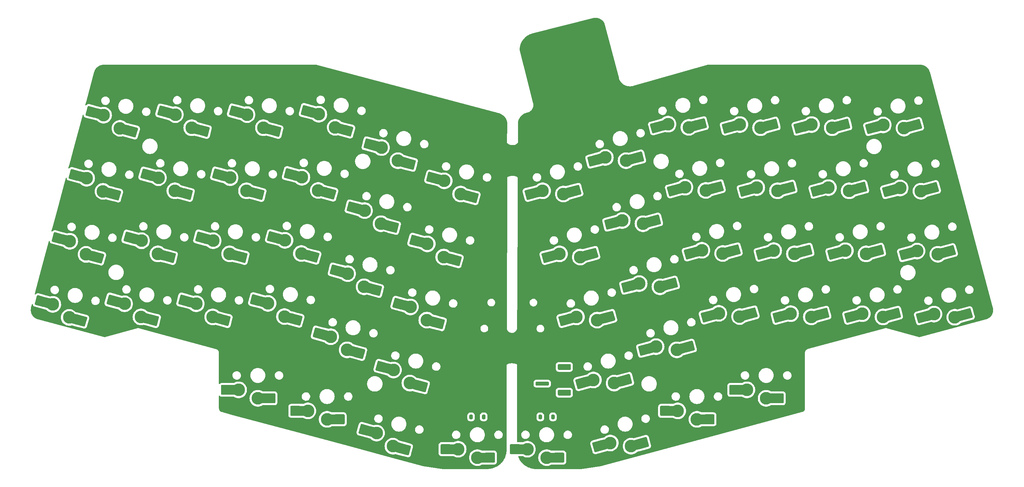
<source format=gbl>
G04 #@! TF.GenerationSoftware,KiCad,Pcbnew,7.0.9-7.0.9~ubuntu22.04.1*
G04 #@! TF.CreationDate,2023-12-21T13:29:14+01:00*
G04 #@! TF.ProjectId,ergo56,6572676f-3536-42e6-9b69-6361645f7063,0.1*
G04 #@! TF.SameCoordinates,Original*
G04 #@! TF.FileFunction,Copper,L2,Bot*
G04 #@! TF.FilePolarity,Positive*
%FSLAX46Y46*%
G04 Gerber Fmt 4.6, Leading zero omitted, Abs format (unit mm)*
G04 Created by KiCad (PCBNEW 7.0.9-7.0.9~ubuntu22.04.1) date 2023-12-21 13:29:14*
%MOMM*%
%LPD*%
G01*
G04 APERTURE LIST*
G04 #@! TA.AperFunction,ComponentPad*
%ADD10C,3.300000*%
G04 #@! TD*
G04 #@! TA.AperFunction,SMDPad,CuDef*
%ADD11R,1.200000X2.600000*%
G04 #@! TD*
G04 APERTURE END LIST*
D10*
X202129436Y-106196824D03*
G04 #@! TA.AperFunction,SMDPad,CuDef*
G36*
X200875342Y-105186999D02*
G01*
X201548271Y-107698406D01*
X200389160Y-108008989D01*
X199716231Y-105497582D01*
X200875342Y-105186999D01*
G37*
G04 #@! TD.AperFunction*
G04 #@! TA.AperFunction,SMDPad,CuDef*
G36*
G01*
X200005687Y-105689194D02*
X200544031Y-107698320D01*
G75*
G02*
X200360183Y-108016754I-251141J-67293D01*
G01*
X198302761Y-108568038D01*
G75*
G02*
X197984327Y-108384190I-67293J251141D01*
G01*
X197445983Y-106375064D01*
G75*
G02*
X197629831Y-106056630I251141J67293D01*
G01*
X199687253Y-105505346D01*
G75*
G02*
X200005687Y-105689194I67293J-251141D01*
G01*
G37*
G04 #@! TD.AperFunction*
G04 #@! TA.AperFunction,SMDPad,CuDef*
G36*
G01*
X211673577Y-104840400D02*
X212211921Y-106849526D01*
G75*
G02*
X212028073Y-107167960I-251141J-67293D01*
G01*
X209970651Y-107719244D01*
G75*
G02*
X209652217Y-107535396I-67293J251141D01*
G01*
X209113873Y-105526270D01*
G75*
G02*
X209297721Y-105207836I251141J67293D01*
G01*
X211355143Y-104656552D01*
G75*
G02*
X211673577Y-104840400I67293J-251141D01*
G01*
G37*
G04 #@! TD.AperFunction*
G04 #@! TA.AperFunction,SMDPad,CuDef*
G36*
X208782561Y-108037591D02*
G01*
X208109632Y-105526184D01*
X209268743Y-105215601D01*
X209941672Y-107727008D01*
X208782561Y-108037591D01*
G37*
G04 #@! TD.AperFunction*
X207528467Y-107027766D03*
X220790164Y-106292975D03*
G04 #@! TA.AperFunction,SMDPad,CuDef*
G36*
X219536070Y-105283150D02*
G01*
X220208999Y-107794557D01*
X219049888Y-108105140D01*
X218376959Y-105593733D01*
X219536070Y-105283150D01*
G37*
G04 #@! TD.AperFunction*
G04 #@! TA.AperFunction,SMDPad,CuDef*
G36*
G01*
X218666415Y-105785345D02*
X219204759Y-107794471D01*
G75*
G02*
X219020911Y-108112905I-251141J-67293D01*
G01*
X216963489Y-108664189D01*
G75*
G02*
X216645055Y-108480341I-67293J251141D01*
G01*
X216106711Y-106471215D01*
G75*
G02*
X216290559Y-106152781I251141J67293D01*
G01*
X218347981Y-105601497D01*
G75*
G02*
X218666415Y-105785345I67293J-251141D01*
G01*
G37*
G04 #@! TD.AperFunction*
G04 #@! TA.AperFunction,SMDPad,CuDef*
G36*
G01*
X230334305Y-104936551D02*
X230872649Y-106945677D01*
G75*
G02*
X230688801Y-107264111I-251141J-67293D01*
G01*
X228631379Y-107815395D01*
G75*
G02*
X228312945Y-107631547I-67293J251141D01*
G01*
X227774601Y-105622421D01*
G75*
G02*
X227958449Y-105303987I251141J67293D01*
G01*
X230015871Y-104752703D01*
G75*
G02*
X230334305Y-104936551I67293J-251141D01*
G01*
G37*
G04 #@! TD.AperFunction*
G04 #@! TA.AperFunction,SMDPad,CuDef*
G36*
X227443289Y-108133742D02*
G01*
X226770360Y-105622335D01*
X227929471Y-105311752D01*
X228602400Y-107823159D01*
X227443289Y-108133742D01*
G37*
G04 #@! TD.AperFunction*
X226189195Y-107123917D03*
X239426991Y-106299879D03*
G04 #@! TA.AperFunction,SMDPad,CuDef*
G36*
X238172897Y-105290054D02*
G01*
X238845826Y-107801461D01*
X237686715Y-108112044D01*
X237013786Y-105600637D01*
X238172897Y-105290054D01*
G37*
G04 #@! TD.AperFunction*
G04 #@! TA.AperFunction,SMDPad,CuDef*
G36*
G01*
X237303242Y-105792249D02*
X237841586Y-107801375D01*
G75*
G02*
X237657738Y-108119809I-251141J-67293D01*
G01*
X235600316Y-108671093D01*
G75*
G02*
X235281882Y-108487245I-67293J251141D01*
G01*
X234743538Y-106478119D01*
G75*
G02*
X234927386Y-106159685I251141J67293D01*
G01*
X236984808Y-105608401D01*
G75*
G02*
X237303242Y-105792249I67293J-251141D01*
G01*
G37*
G04 #@! TD.AperFunction*
G04 #@! TA.AperFunction,SMDPad,CuDef*
G36*
G01*
X248971132Y-104943455D02*
X249509476Y-106952581D01*
G75*
G02*
X249325628Y-107271015I-251141J-67293D01*
G01*
X247268206Y-107822299D01*
G75*
G02*
X246949772Y-107638451I-67293J251141D01*
G01*
X246411428Y-105629325D01*
G75*
G02*
X246595276Y-105310891I251141J67293D01*
G01*
X248652698Y-104759607D01*
G75*
G02*
X248971132Y-104943455I67293J-251141D01*
G01*
G37*
G04 #@! TD.AperFunction*
G04 #@! TA.AperFunction,SMDPad,CuDef*
G36*
X246080116Y-108140646D02*
G01*
X245407187Y-105629239D01*
X246566298Y-105318656D01*
X247239227Y-107830063D01*
X246080116Y-108140646D01*
G37*
G04 #@! TD.AperFunction*
X244826022Y-107130821D03*
X258087731Y-106396029D03*
G04 #@! TA.AperFunction,SMDPad,CuDef*
G36*
X256833637Y-105386204D02*
G01*
X257506566Y-107897611D01*
X256347455Y-108208194D01*
X255674526Y-105696787D01*
X256833637Y-105386204D01*
G37*
G04 #@! TD.AperFunction*
G04 #@! TA.AperFunction,SMDPad,CuDef*
G36*
G01*
X255963982Y-105888399D02*
X256502326Y-107897525D01*
G75*
G02*
X256318478Y-108215959I-251141J-67293D01*
G01*
X254261056Y-108767243D01*
G75*
G02*
X253942622Y-108583395I-67293J251141D01*
G01*
X253404278Y-106574269D01*
G75*
G02*
X253588126Y-106255835I251141J67293D01*
G01*
X255645548Y-105704551D01*
G75*
G02*
X255963982Y-105888399I67293J-251141D01*
G01*
G37*
G04 #@! TD.AperFunction*
G04 #@! TA.AperFunction,SMDPad,CuDef*
G36*
G01*
X267631872Y-105039605D02*
X268170216Y-107048731D01*
G75*
G02*
X267986368Y-107367165I-251141J-67293D01*
G01*
X265928946Y-107918449D01*
G75*
G02*
X265610512Y-107734601I-67293J251141D01*
G01*
X265072168Y-105725475D01*
G75*
G02*
X265256016Y-105407041I251141J67293D01*
G01*
X267313438Y-104855757D01*
G75*
G02*
X267631872Y-105039605I67293J-251141D01*
G01*
G37*
G04 #@! TD.AperFunction*
G04 #@! TA.AperFunction,SMDPad,CuDef*
G36*
X264740856Y-108236796D02*
G01*
X264067927Y-105725389D01*
X265227038Y-105414806D01*
X265899967Y-107926213D01*
X264740856Y-108236796D01*
G37*
G04 #@! TD.AperFunction*
X263486762Y-107226971D03*
X33343055Y-87428226D03*
G04 #@! TA.AperFunction,SMDPad,CuDef*
G36*
X32761890Y-85926644D02*
G01*
X32088961Y-88438051D01*
X30929850Y-88127468D01*
X31602779Y-85616061D01*
X32761890Y-85926644D01*
G37*
G04 #@! TD.AperFunction*
G04 #@! TA.AperFunction,SMDPad,CuDef*
G36*
G01*
X31757650Y-85926730D02*
X31219306Y-87935856D01*
G75*
G02*
X30900872Y-88119704I-251141J67293D01*
G01*
X28843450Y-87568420D01*
G75*
G02*
X28659602Y-87249986I67293J251141D01*
G01*
X29197946Y-85240860D01*
G75*
G02*
X29516380Y-85057012I251141J-67293D01*
G01*
X31573802Y-85608296D01*
G75*
G02*
X31757650Y-85926730I-67293J-251141D01*
G01*
G37*
G04 #@! TD.AperFunction*
G04 #@! TA.AperFunction,SMDPad,CuDef*
G36*
G01*
X42286736Y-91025597D02*
X41748392Y-93034723D01*
G75*
G02*
X41429958Y-93218571I-251141J67293D01*
G01*
X39372536Y-92667287D01*
G75*
G02*
X39188688Y-92348853I67293J251141D01*
G01*
X39727032Y-90339727D01*
G75*
G02*
X40045466Y-90155879I251141J-67293D01*
G01*
X42102888Y-90707163D01*
G75*
G02*
X42286736Y-91025597I-67293J-251141D01*
G01*
G37*
G04 #@! TD.AperFunction*
G04 #@! TA.AperFunction,SMDPad,CuDef*
G36*
X38184448Y-92348939D02*
G01*
X38857377Y-89837532D01*
X40016488Y-90148115D01*
X39343559Y-92659522D01*
X38184448Y-92348939D01*
G37*
G04 #@! TD.AperFunction*
X37603283Y-90847358D03*
X52014917Y-87290537D03*
G04 #@! TA.AperFunction,SMDPad,CuDef*
G36*
X51433752Y-85788955D02*
G01*
X50760823Y-88300362D01*
X49601712Y-87989779D01*
X50274641Y-85478372D01*
X51433752Y-85788955D01*
G37*
G04 #@! TD.AperFunction*
G04 #@! TA.AperFunction,SMDPad,CuDef*
G36*
G01*
X50429512Y-85789041D02*
X49891168Y-87798167D01*
G75*
G02*
X49572734Y-87982015I-251141J67293D01*
G01*
X47515312Y-87430731D01*
G75*
G02*
X47331464Y-87112297I67293J251141D01*
G01*
X47869808Y-85103171D01*
G75*
G02*
X48188242Y-84919323I251141J-67293D01*
G01*
X50245664Y-85470607D01*
G75*
G02*
X50429512Y-85789041I-67293J-251141D01*
G01*
G37*
G04 #@! TD.AperFunction*
G04 #@! TA.AperFunction,SMDPad,CuDef*
G36*
G01*
X60958598Y-90887908D02*
X60420254Y-92897034D01*
G75*
G02*
X60101820Y-93080882I-251141J67293D01*
G01*
X58044398Y-92529598D01*
G75*
G02*
X57860550Y-92211164I67293J251141D01*
G01*
X58398894Y-90202038D01*
G75*
G02*
X58717328Y-90018190I251141J-67293D01*
G01*
X60774750Y-90569474D01*
G75*
G02*
X60958598Y-90887908I-67293J-251141D01*
G01*
G37*
G04 #@! TD.AperFunction*
G04 #@! TA.AperFunction,SMDPad,CuDef*
G36*
X56856310Y-92211250D02*
G01*
X57529239Y-89699843D01*
X58688350Y-90010426D01*
X58015421Y-92521833D01*
X56856310Y-92211250D01*
G37*
G04 #@! TD.AperFunction*
X56275145Y-90709669D03*
X70651627Y-87284036D03*
G04 #@! TA.AperFunction,SMDPad,CuDef*
G36*
X70070462Y-85782454D02*
G01*
X69397533Y-88293861D01*
X68238422Y-87983278D01*
X68911351Y-85471871D01*
X70070462Y-85782454D01*
G37*
G04 #@! TD.AperFunction*
G04 #@! TA.AperFunction,SMDPad,CuDef*
G36*
G01*
X69066222Y-85782540D02*
X68527878Y-87791666D01*
G75*
G02*
X68209444Y-87975514I-251141J67293D01*
G01*
X66152022Y-87424230D01*
G75*
G02*
X65968174Y-87105796I67293J251141D01*
G01*
X66506518Y-85096670D01*
G75*
G02*
X66824952Y-84912822I251141J-67293D01*
G01*
X68882374Y-85464106D01*
G75*
G02*
X69066222Y-85782540I-67293J-251141D01*
G01*
G37*
G04 #@! TD.AperFunction*
G04 #@! TA.AperFunction,SMDPad,CuDef*
G36*
G01*
X79595308Y-90881407D02*
X79056964Y-92890533D01*
G75*
G02*
X78738530Y-93074381I-251141J67293D01*
G01*
X76681108Y-92523097D01*
G75*
G02*
X76497260Y-92204663I67293J251141D01*
G01*
X77035604Y-90195537D01*
G75*
G02*
X77354038Y-90011689I251141J-67293D01*
G01*
X79411460Y-90562973D01*
G75*
G02*
X79595308Y-90881407I-67293J-251141D01*
G01*
G37*
G04 #@! TD.AperFunction*
G04 #@! TA.AperFunction,SMDPad,CuDef*
G36*
X75493020Y-92204749D02*
G01*
X76165949Y-89693342D01*
X77325060Y-90003925D01*
X76652131Y-92515332D01*
X75493020Y-92204749D01*
G37*
G04 #@! TD.AperFunction*
X74911855Y-90703168D03*
X105623468Y-95860658D03*
G04 #@! TA.AperFunction,SMDPad,CuDef*
G36*
X105042303Y-94359076D02*
G01*
X104369374Y-96870483D01*
X103210263Y-96559900D01*
X103883192Y-94048493D01*
X105042303Y-94359076D01*
G37*
G04 #@! TD.AperFunction*
G04 #@! TA.AperFunction,SMDPad,CuDef*
G36*
G01*
X104038063Y-94359162D02*
X103499719Y-96368288D01*
G75*
G02*
X103181285Y-96552136I-251141J67293D01*
G01*
X101123863Y-96000852D01*
G75*
G02*
X100940015Y-95682418I67293J251141D01*
G01*
X101478359Y-93673292D01*
G75*
G02*
X101796793Y-93489444I251141J-67293D01*
G01*
X103854215Y-94040728D01*
G75*
G02*
X104038063Y-94359162I-67293J-251141D01*
G01*
G37*
G04 #@! TD.AperFunction*
G04 #@! TA.AperFunction,SMDPad,CuDef*
G36*
G01*
X114567149Y-99458029D02*
X114028805Y-101467155D01*
G75*
G02*
X113710371Y-101651003I-251141J67293D01*
G01*
X111652949Y-101099719D01*
G75*
G02*
X111469101Y-100781285I67293J251141D01*
G01*
X112007445Y-98772159D01*
G75*
G02*
X112325879Y-98588311I251141J-67293D01*
G01*
X114383301Y-99139595D01*
G75*
G02*
X114567149Y-99458029I-67293J-251141D01*
G01*
G37*
G04 #@! TD.AperFunction*
G04 #@! TA.AperFunction,SMDPad,CuDef*
G36*
X110464861Y-100781371D02*
G01*
X111137790Y-98269964D01*
X112296901Y-98580547D01*
X111623972Y-101091954D01*
X110464861Y-100781371D01*
G37*
G04 #@! TD.AperFunction*
X109883696Y-99279790D03*
X121934588Y-104533437D03*
G04 #@! TA.AperFunction,SMDPad,CuDef*
G36*
X121353423Y-103031855D02*
G01*
X120680494Y-105543262D01*
X119521383Y-105232679D01*
X120194312Y-102721272D01*
X121353423Y-103031855D01*
G37*
G04 #@! TD.AperFunction*
G04 #@! TA.AperFunction,SMDPad,CuDef*
G36*
G01*
X120349183Y-103031941D02*
X119810839Y-105041067D01*
G75*
G02*
X119492405Y-105224915I-251141J67293D01*
G01*
X117434983Y-104673631D01*
G75*
G02*
X117251135Y-104355197I67293J251141D01*
G01*
X117789479Y-102346071D01*
G75*
G02*
X118107913Y-102162223I251141J-67293D01*
G01*
X120165335Y-102713507D01*
G75*
G02*
X120349183Y-103031941I-67293J-251141D01*
G01*
G37*
G04 #@! TD.AperFunction*
G04 #@! TA.AperFunction,SMDPad,CuDef*
G36*
G01*
X130878269Y-108130808D02*
X130339925Y-110139934D01*
G75*
G02*
X130021491Y-110323782I-251141J67293D01*
G01*
X127964069Y-109772498D01*
G75*
G02*
X127780221Y-109454064I67293J251141D01*
G01*
X128318565Y-107444938D01*
G75*
G02*
X128636999Y-107261090I251141J-67293D01*
G01*
X130694421Y-107812374D01*
G75*
G02*
X130878269Y-108130808I-67293J-251141D01*
G01*
G37*
G04 #@! TD.AperFunction*
G04 #@! TA.AperFunction,SMDPad,CuDef*
G36*
X126775981Y-109454150D02*
G01*
X127448910Y-106942743D01*
X128608021Y-107253326D01*
X127935092Y-109764733D01*
X126775981Y-109454150D01*
G37*
G04 #@! TD.AperFunction*
X126194816Y-107952569D03*
X165107295Y-107121622D03*
G04 #@! TA.AperFunction,SMDPad,CuDef*
G36*
X163853201Y-106111797D02*
G01*
X164526130Y-108623204D01*
X163367019Y-108933787D01*
X162694090Y-106422380D01*
X163853201Y-106111797D01*
G37*
G04 #@! TD.AperFunction*
G04 #@! TA.AperFunction,SMDPad,CuDef*
G36*
G01*
X162983546Y-106613992D02*
X163521890Y-108623118D01*
G75*
G02*
X163338042Y-108941552I-251141J-67293D01*
G01*
X161280620Y-109492836D01*
G75*
G02*
X160962186Y-109308988I-67293J251141D01*
G01*
X160423842Y-107299862D01*
G75*
G02*
X160607690Y-106981428I251141J67293D01*
G01*
X162665112Y-106430144D01*
G75*
G02*
X162983546Y-106613992I67293J-251141D01*
G01*
G37*
G04 #@! TD.AperFunction*
G04 #@! TA.AperFunction,SMDPad,CuDef*
G36*
G01*
X174651436Y-105765198D02*
X175189780Y-107774324D01*
G75*
G02*
X175005932Y-108092758I-251141J-67293D01*
G01*
X172948510Y-108644042D01*
G75*
G02*
X172630076Y-108460194I-67293J251141D01*
G01*
X172091732Y-106451068D01*
G75*
G02*
X172275580Y-106132634I251141J67293D01*
G01*
X174333002Y-105581350D01*
G75*
G02*
X174651436Y-105765198I67293J-251141D01*
G01*
G37*
G04 #@! TD.AperFunction*
G04 #@! TA.AperFunction,SMDPad,CuDef*
G36*
X171760420Y-108962389D02*
G01*
X171087491Y-106450982D01*
X172246602Y-106140399D01*
X172919531Y-108651806D01*
X171760420Y-108962389D01*
G37*
G04 #@! TD.AperFunction*
X170506326Y-107952564D03*
X126334501Y-88112700D03*
G04 #@! TA.AperFunction,SMDPad,CuDef*
G36*
X125753336Y-86611118D02*
G01*
X125080407Y-89122525D01*
X123921296Y-88811942D01*
X124594225Y-86300535D01*
X125753336Y-86611118D01*
G37*
G04 #@! TD.AperFunction*
G04 #@! TA.AperFunction,SMDPad,CuDef*
G36*
G01*
X124749096Y-86611204D02*
X124210752Y-88620330D01*
G75*
G02*
X123892318Y-88804178I-251141J67293D01*
G01*
X121834896Y-88252894D01*
G75*
G02*
X121651048Y-87934460I67293J251141D01*
G01*
X122189392Y-85925334D01*
G75*
G02*
X122507826Y-85741486I251141J-67293D01*
G01*
X124565248Y-86292770D01*
G75*
G02*
X124749096Y-86611204I-67293J-251141D01*
G01*
G37*
G04 #@! TD.AperFunction*
G04 #@! TA.AperFunction,SMDPad,CuDef*
G36*
G01*
X135278182Y-91710071D02*
X134739838Y-93719197D01*
G75*
G02*
X134421404Y-93903045I-251141J67293D01*
G01*
X132363982Y-93351761D01*
G75*
G02*
X132180134Y-93033327I67293J251141D01*
G01*
X132718478Y-91024201D01*
G75*
G02*
X133036912Y-90840353I251141J-67293D01*
G01*
X135094334Y-91391637D01*
G75*
G02*
X135278182Y-91710071I-67293J-251141D01*
G01*
G37*
G04 #@! TD.AperFunction*
G04 #@! TA.AperFunction,SMDPad,CuDef*
G36*
X131175894Y-93033413D02*
G01*
X131848823Y-90522006D01*
X133007934Y-90832589D01*
X132335005Y-93343996D01*
X131175894Y-93033413D01*
G37*
G04 #@! TD.AperFunction*
X130594729Y-91531832D03*
X89312362Y-87187893D03*
G04 #@! TA.AperFunction,SMDPad,CuDef*
G36*
X88731197Y-85686311D02*
G01*
X88058268Y-88197718D01*
X86899157Y-87887135D01*
X87572086Y-85375728D01*
X88731197Y-85686311D01*
G37*
G04 #@! TD.AperFunction*
G04 #@! TA.AperFunction,SMDPad,CuDef*
G36*
G01*
X87726957Y-85686397D02*
X87188613Y-87695523D01*
G75*
G02*
X86870179Y-87879371I-251141J67293D01*
G01*
X84812757Y-87328087D01*
G75*
G02*
X84628909Y-87009653I67293J251141D01*
G01*
X85167253Y-85000527D01*
G75*
G02*
X85485687Y-84816679I251141J-67293D01*
G01*
X87543109Y-85367963D01*
G75*
G02*
X87726957Y-85686397I-67293J-251141D01*
G01*
G37*
G04 #@! TD.AperFunction*
G04 #@! TA.AperFunction,SMDPad,CuDef*
G36*
G01*
X98256043Y-90785264D02*
X97717699Y-92794390D01*
G75*
G02*
X97399265Y-92978238I-251141J67293D01*
G01*
X95341843Y-92426954D01*
G75*
G02*
X95157995Y-92108520I67293J251141D01*
G01*
X95696339Y-90099394D01*
G75*
G02*
X96014773Y-89915546I251141J-67293D01*
G01*
X98072195Y-90466830D01*
G75*
G02*
X98256043Y-90785264I-67293J-251141D01*
G01*
G37*
G04 #@! TD.AperFunction*
G04 #@! TA.AperFunction,SMDPad,CuDef*
G36*
X94153755Y-92108606D02*
G01*
X94826684Y-89597199D01*
X95985795Y-89907782D01*
X95312866Y-92419189D01*
X94153755Y-92108606D01*
G37*
G04 #@! TD.AperFunction*
X93572590Y-90607025D03*
X181418403Y-98448856D03*
G04 #@! TA.AperFunction,SMDPad,CuDef*
G36*
X180164309Y-97439031D02*
G01*
X180837238Y-99950438D01*
X179678127Y-100261021D01*
X179005198Y-97749614D01*
X180164309Y-97439031D01*
G37*
G04 #@! TD.AperFunction*
G04 #@! TA.AperFunction,SMDPad,CuDef*
G36*
G01*
X179294654Y-97941226D02*
X179832998Y-99950352D01*
G75*
G02*
X179649150Y-100268786I-251141J-67293D01*
G01*
X177591728Y-100820070D01*
G75*
G02*
X177273294Y-100636222I-67293J251141D01*
G01*
X176734950Y-98627096D01*
G75*
G02*
X176918798Y-98308662I251141J67293D01*
G01*
X178976220Y-97757378D01*
G75*
G02*
X179294654Y-97941226I67293J-251141D01*
G01*
G37*
G04 #@! TD.AperFunction*
G04 #@! TA.AperFunction,SMDPad,CuDef*
G36*
G01*
X190962544Y-97092432D02*
X191500888Y-99101558D01*
G75*
G02*
X191317040Y-99419992I-251141J-67293D01*
G01*
X189259618Y-99971276D01*
G75*
G02*
X188941184Y-99787428I-67293J251141D01*
G01*
X188402840Y-97778302D01*
G75*
G02*
X188586688Y-97459868I251141J67293D01*
G01*
X190644110Y-96908584D01*
G75*
G02*
X190962544Y-97092432I67293J-251141D01*
G01*
G37*
G04 #@! TD.AperFunction*
G04 #@! TA.AperFunction,SMDPad,CuDef*
G36*
X188071528Y-100289623D02*
G01*
X187398599Y-97778216D01*
X188557710Y-97467633D01*
X189230639Y-99979040D01*
X188071528Y-100289623D01*
G37*
G04 #@! TD.AperFunction*
X186817434Y-99279798D03*
X197729519Y-89776083D03*
G04 #@! TA.AperFunction,SMDPad,CuDef*
G36*
X196475425Y-88766258D02*
G01*
X197148354Y-91277665D01*
X195989243Y-91588248D01*
X195316314Y-89076841D01*
X196475425Y-88766258D01*
G37*
G04 #@! TD.AperFunction*
G04 #@! TA.AperFunction,SMDPad,CuDef*
G36*
G01*
X195605770Y-89268453D02*
X196144114Y-91277579D01*
G75*
G02*
X195960266Y-91596013I-251141J-67293D01*
G01*
X193902844Y-92147297D01*
G75*
G02*
X193584410Y-91963449I-67293J251141D01*
G01*
X193046066Y-89954323D01*
G75*
G02*
X193229914Y-89635889I251141J67293D01*
G01*
X195287336Y-89084605D01*
G75*
G02*
X195605770Y-89268453I67293J-251141D01*
G01*
G37*
G04 #@! TD.AperFunction*
G04 #@! TA.AperFunction,SMDPad,CuDef*
G36*
G01*
X207273660Y-88419659D02*
X207812004Y-90428785D01*
G75*
G02*
X207628156Y-90747219I-251141J-67293D01*
G01*
X205570734Y-91298503D01*
G75*
G02*
X205252300Y-91114655I-67293J251141D01*
G01*
X204713956Y-89105529D01*
G75*
G02*
X204897804Y-88787095I251141J67293D01*
G01*
X206955226Y-88235811D01*
G75*
G02*
X207273660Y-88419659I67293J-251141D01*
G01*
G37*
G04 #@! TD.AperFunction*
G04 #@! TA.AperFunction,SMDPad,CuDef*
G36*
X204382644Y-91616850D02*
G01*
X203709715Y-89105443D01*
X204868826Y-88794860D01*
X205541755Y-91306267D01*
X204382644Y-91616850D01*
G37*
G04 #@! TD.AperFunction*
X203128550Y-90607025D03*
X216390255Y-89872233D03*
G04 #@! TA.AperFunction,SMDPad,CuDef*
G36*
X215136161Y-88862408D02*
G01*
X215809090Y-91373815D01*
X214649979Y-91684398D01*
X213977050Y-89172991D01*
X215136161Y-88862408D01*
G37*
G04 #@! TD.AperFunction*
G04 #@! TA.AperFunction,SMDPad,CuDef*
G36*
G01*
X214266506Y-89364603D02*
X214804850Y-91373729D01*
G75*
G02*
X214621002Y-91692163I-251141J-67293D01*
G01*
X212563580Y-92243447D01*
G75*
G02*
X212245146Y-92059599I-67293J251141D01*
G01*
X211706802Y-90050473D01*
G75*
G02*
X211890650Y-89732039I251141J67293D01*
G01*
X213948072Y-89180755D01*
G75*
G02*
X214266506Y-89364603I67293J-251141D01*
G01*
G37*
G04 #@! TD.AperFunction*
G04 #@! TA.AperFunction,SMDPad,CuDef*
G36*
G01*
X225934396Y-88515809D02*
X226472740Y-90524935D01*
G75*
G02*
X226288892Y-90843369I-251141J-67293D01*
G01*
X224231470Y-91394653D01*
G75*
G02*
X223913036Y-91210805I-67293J251141D01*
G01*
X223374692Y-89201679D01*
G75*
G02*
X223558540Y-88883245I251141J67293D01*
G01*
X225615962Y-88331961D01*
G75*
G02*
X225934396Y-88515809I67293J-251141D01*
G01*
G37*
G04 #@! TD.AperFunction*
G04 #@! TA.AperFunction,SMDPad,CuDef*
G36*
X223043380Y-91713000D02*
G01*
X222370451Y-89201593D01*
X223529562Y-88891010D01*
X224202491Y-91402417D01*
X223043380Y-91713000D01*
G37*
G04 #@! TD.AperFunction*
X221789286Y-90703175D03*
X235027066Y-89879141D03*
G04 #@! TA.AperFunction,SMDPad,CuDef*
G36*
X233772972Y-88869316D02*
G01*
X234445901Y-91380723D01*
X233286790Y-91691306D01*
X232613861Y-89179899D01*
X233772972Y-88869316D01*
G37*
G04 #@! TD.AperFunction*
G04 #@! TA.AperFunction,SMDPad,CuDef*
G36*
G01*
X232903317Y-89371511D02*
X233441661Y-91380637D01*
G75*
G02*
X233257813Y-91699071I-251141J-67293D01*
G01*
X231200391Y-92250355D01*
G75*
G02*
X230881957Y-92066507I-67293J251141D01*
G01*
X230343613Y-90057381D01*
G75*
G02*
X230527461Y-89738947I251141J67293D01*
G01*
X232584883Y-89187663D01*
G75*
G02*
X232903317Y-89371511I67293J-251141D01*
G01*
G37*
G04 #@! TD.AperFunction*
G04 #@! TA.AperFunction,SMDPad,CuDef*
G36*
G01*
X244571207Y-88522717D02*
X245109551Y-90531843D01*
G75*
G02*
X244925703Y-90850277I-251141J-67293D01*
G01*
X242868281Y-91401561D01*
G75*
G02*
X242549847Y-91217713I-67293J251141D01*
G01*
X242011503Y-89208587D01*
G75*
G02*
X242195351Y-88890153I251141J67293D01*
G01*
X244252773Y-88338869D01*
G75*
G02*
X244571207Y-88522717I67293J-251141D01*
G01*
G37*
G04 #@! TD.AperFunction*
G04 #@! TA.AperFunction,SMDPad,CuDef*
G36*
X241680191Y-91719908D02*
G01*
X241007262Y-89208501D01*
X242166373Y-88897918D01*
X242839302Y-91409325D01*
X241680191Y-91719908D01*
G37*
G04 #@! TD.AperFunction*
X240426097Y-90710083D03*
X253687809Y-89975289D03*
G04 #@! TA.AperFunction,SMDPad,CuDef*
G36*
X252433715Y-88965464D02*
G01*
X253106644Y-91476871D01*
X251947533Y-91787454D01*
X251274604Y-89276047D01*
X252433715Y-88965464D01*
G37*
G04 #@! TD.AperFunction*
G04 #@! TA.AperFunction,SMDPad,CuDef*
G36*
G01*
X251564060Y-89467659D02*
X252102404Y-91476785D01*
G75*
G02*
X251918556Y-91795219I-251141J-67293D01*
G01*
X249861134Y-92346503D01*
G75*
G02*
X249542700Y-92162655I-67293J251141D01*
G01*
X249004356Y-90153529D01*
G75*
G02*
X249188204Y-89835095I251141J67293D01*
G01*
X251245626Y-89283811D01*
G75*
G02*
X251564060Y-89467659I67293J-251141D01*
G01*
G37*
G04 #@! TD.AperFunction*
G04 #@! TA.AperFunction,SMDPad,CuDef*
G36*
G01*
X263231950Y-88618865D02*
X263770294Y-90627991D01*
G75*
G02*
X263586446Y-90946425I-251141J-67293D01*
G01*
X261529024Y-91497709D01*
G75*
G02*
X261210590Y-91313861I-67293J251141D01*
G01*
X260672246Y-89304735D01*
G75*
G02*
X260856094Y-88986301I251141J67293D01*
G01*
X262913516Y-88435017D01*
G75*
G02*
X263231950Y-88618865I67293J-251141D01*
G01*
G37*
G04 #@! TD.AperFunction*
G04 #@! TA.AperFunction,SMDPad,CuDef*
G36*
X260340934Y-91816056D02*
G01*
X259668005Y-89304649D01*
X260827116Y-88994066D01*
X261500045Y-91505473D01*
X260340934Y-91816056D01*
G37*
G04 #@! TD.AperFunction*
X259086840Y-90806231D03*
X37742979Y-71007480D03*
G04 #@! TA.AperFunction,SMDPad,CuDef*
G36*
X37161814Y-69505898D02*
G01*
X36488885Y-72017305D01*
X35329774Y-71706722D01*
X36002703Y-69195315D01*
X37161814Y-69505898D01*
G37*
G04 #@! TD.AperFunction*
G04 #@! TA.AperFunction,SMDPad,CuDef*
G36*
G01*
X36157574Y-69505984D02*
X35619230Y-71515110D01*
G75*
G02*
X35300796Y-71698958I-251141J67293D01*
G01*
X33243374Y-71147674D01*
G75*
G02*
X33059526Y-70829240I67293J251141D01*
G01*
X33597870Y-68820114D01*
G75*
G02*
X33916304Y-68636266I251141J-67293D01*
G01*
X35973726Y-69187550D01*
G75*
G02*
X36157574Y-69505984I-67293J-251141D01*
G01*
G37*
G04 #@! TD.AperFunction*
G04 #@! TA.AperFunction,SMDPad,CuDef*
G36*
G01*
X46686660Y-74604851D02*
X46148316Y-76613977D01*
G75*
G02*
X45829882Y-76797825I-251141J67293D01*
G01*
X43772460Y-76246541D01*
G75*
G02*
X43588612Y-75928107I67293J251141D01*
G01*
X44126956Y-73918981D01*
G75*
G02*
X44445390Y-73735133I251141J-67293D01*
G01*
X46502812Y-74286417D01*
G75*
G02*
X46686660Y-74604851I-67293J-251141D01*
G01*
G37*
G04 #@! TD.AperFunction*
G04 #@! TA.AperFunction,SMDPad,CuDef*
G36*
X42584372Y-75928193D02*
G01*
X43257301Y-73416786D01*
X44416412Y-73727369D01*
X43743483Y-76238776D01*
X42584372Y-75928193D01*
G37*
G04 #@! TD.AperFunction*
X42003207Y-74426612D03*
X173907159Y-139962785D03*
G04 #@! TA.AperFunction,SMDPad,CuDef*
G36*
X172653065Y-138952960D02*
G01*
X173325994Y-141464367D01*
X172166883Y-141774950D01*
X171493954Y-139263543D01*
X172653065Y-138952960D01*
G37*
G04 #@! TD.AperFunction*
G04 #@! TA.AperFunction,SMDPad,CuDef*
G36*
G01*
X171783410Y-139455155D02*
X172321754Y-141464281D01*
G75*
G02*
X172137906Y-141782715I-251141J-67293D01*
G01*
X170080484Y-142333999D01*
G75*
G02*
X169762050Y-142150151I-67293J251141D01*
G01*
X169223706Y-140141025D01*
G75*
G02*
X169407554Y-139822591I251141J67293D01*
G01*
X171464976Y-139271307D01*
G75*
G02*
X171783410Y-139455155I67293J-251141D01*
G01*
G37*
G04 #@! TD.AperFunction*
G04 #@! TA.AperFunction,SMDPad,CuDef*
G36*
G01*
X183451300Y-138606361D02*
X183989644Y-140615487D01*
G75*
G02*
X183805796Y-140933921I-251141J-67293D01*
G01*
X181748374Y-141485205D01*
G75*
G02*
X181429940Y-141301357I-67293J251141D01*
G01*
X180891596Y-139292231D01*
G75*
G02*
X181075444Y-138973797I251141J67293D01*
G01*
X183132866Y-138422513D01*
G75*
G02*
X183451300Y-138606361I67293J-251141D01*
G01*
G37*
G04 #@! TD.AperFunction*
G04 #@! TA.AperFunction,SMDPad,CuDef*
G36*
X180560284Y-141803552D02*
G01*
X179887355Y-139292145D01*
X181046466Y-138981562D01*
X181719395Y-141492969D01*
X180560284Y-141803552D01*
G37*
G04 #@! TD.AperFunction*
X179306190Y-140793727D03*
X56414841Y-70869805D03*
G04 #@! TA.AperFunction,SMDPad,CuDef*
G36*
X55833676Y-69368223D02*
G01*
X55160747Y-71879630D01*
X54001636Y-71569047D01*
X54674565Y-69057640D01*
X55833676Y-69368223D01*
G37*
G04 #@! TD.AperFunction*
G04 #@! TA.AperFunction,SMDPad,CuDef*
G36*
G01*
X54829436Y-69368309D02*
X54291092Y-71377435D01*
G75*
G02*
X53972658Y-71561283I-251141J67293D01*
G01*
X51915236Y-71009999D01*
G75*
G02*
X51731388Y-70691565I67293J251141D01*
G01*
X52269732Y-68682439D01*
G75*
G02*
X52588166Y-68498591I251141J-67293D01*
G01*
X54645588Y-69049875D01*
G75*
G02*
X54829436Y-69368309I-67293J-251141D01*
G01*
G37*
G04 #@! TD.AperFunction*
G04 #@! TA.AperFunction,SMDPad,CuDef*
G36*
G01*
X65358522Y-74467176D02*
X64820178Y-76476302D01*
G75*
G02*
X64501744Y-76660150I-251141J67293D01*
G01*
X62444322Y-76108866D01*
G75*
G02*
X62260474Y-75790432I67293J251141D01*
G01*
X62798818Y-73781306D01*
G75*
G02*
X63117252Y-73597458I251141J-67293D01*
G01*
X65174674Y-74148742D01*
G75*
G02*
X65358522Y-74467176I-67293J-251141D01*
G01*
G37*
G04 #@! TD.AperFunction*
G04 #@! TA.AperFunction,SMDPad,CuDef*
G36*
X61256234Y-75790518D02*
G01*
X61929163Y-73279111D01*
X63088274Y-73589694D01*
X62415345Y-76101101D01*
X61256234Y-75790518D01*
G37*
G04 #@! TD.AperFunction*
X60675069Y-74288937D03*
X249287869Y-73554541D03*
G04 #@! TA.AperFunction,SMDPad,CuDef*
G36*
X248033775Y-72544716D02*
G01*
X248706704Y-75056123D01*
X247547593Y-75366706D01*
X246874664Y-72855299D01*
X248033775Y-72544716D01*
G37*
G04 #@! TD.AperFunction*
G04 #@! TA.AperFunction,SMDPad,CuDef*
G36*
G01*
X247164120Y-73046911D02*
X247702464Y-75056037D01*
G75*
G02*
X247518616Y-75374471I-251141J-67293D01*
G01*
X245461194Y-75925755D01*
G75*
G02*
X245142760Y-75741907I-67293J251141D01*
G01*
X244604416Y-73732781D01*
G75*
G02*
X244788264Y-73414347I251141J67293D01*
G01*
X246845686Y-72863063D01*
G75*
G02*
X247164120Y-73046911I67293J-251141D01*
G01*
G37*
G04 #@! TD.AperFunction*
G04 #@! TA.AperFunction,SMDPad,CuDef*
G36*
G01*
X258832010Y-72198117D02*
X259370354Y-74207243D01*
G75*
G02*
X259186506Y-74525677I-251141J-67293D01*
G01*
X257129084Y-75076961D01*
G75*
G02*
X256810650Y-74893113I-67293J251141D01*
G01*
X256272306Y-72883987D01*
G75*
G02*
X256456154Y-72565553I251141J67293D01*
G01*
X258513576Y-72014269D01*
G75*
G02*
X258832010Y-72198117I67293J-251141D01*
G01*
G37*
G04 #@! TD.AperFunction*
G04 #@! TA.AperFunction,SMDPad,CuDef*
G36*
X255940994Y-75395308D02*
G01*
X255268065Y-72883901D01*
X256427176Y-72573318D01*
X257100105Y-75084725D01*
X255940994Y-75395308D01*
G37*
G04 #@! TD.AperFunction*
X254686900Y-74385483D03*
X177018484Y-82028117D03*
G04 #@! TA.AperFunction,SMDPad,CuDef*
G36*
X175764390Y-81018292D02*
G01*
X176437319Y-83529699D01*
X175278208Y-83840282D01*
X174605279Y-81328875D01*
X175764390Y-81018292D01*
G37*
G04 #@! TD.AperFunction*
G04 #@! TA.AperFunction,SMDPad,CuDef*
G36*
G01*
X174894735Y-81520487D02*
X175433079Y-83529613D01*
G75*
G02*
X175249231Y-83848047I-251141J-67293D01*
G01*
X173191809Y-84399331D01*
G75*
G02*
X172873375Y-84215483I-67293J251141D01*
G01*
X172335031Y-82206357D01*
G75*
G02*
X172518879Y-81887923I251141J67293D01*
G01*
X174576301Y-81336639D01*
G75*
G02*
X174894735Y-81520487I67293J-251141D01*
G01*
G37*
G04 #@! TD.AperFunction*
G04 #@! TA.AperFunction,SMDPad,CuDef*
G36*
G01*
X186562625Y-80671693D02*
X187100969Y-82680819D01*
G75*
G02*
X186917121Y-82999253I-251141J-67293D01*
G01*
X184859699Y-83550537D01*
G75*
G02*
X184541265Y-83366689I-67293J251141D01*
G01*
X184002921Y-81357563D01*
G75*
G02*
X184186769Y-81039129I251141J67293D01*
G01*
X186244191Y-80487845D01*
G75*
G02*
X186562625Y-80671693I67293J-251141D01*
G01*
G37*
G04 #@! TD.AperFunction*
G04 #@! TA.AperFunction,SMDPad,CuDef*
G36*
X183671609Y-83868884D02*
G01*
X182998680Y-81357477D01*
X184157791Y-81046894D01*
X184830720Y-83558301D01*
X183671609Y-83868884D01*
G37*
G04 #@! TD.AperFunction*
X182417515Y-82859059D03*
X193329591Y-73355343D03*
G04 #@! TA.AperFunction,SMDPad,CuDef*
G36*
X192075497Y-72345518D02*
G01*
X192748426Y-74856925D01*
X191589315Y-75167508D01*
X190916386Y-72656101D01*
X192075497Y-72345518D01*
G37*
G04 #@! TD.AperFunction*
G04 #@! TA.AperFunction,SMDPad,CuDef*
G36*
G01*
X191205842Y-72847713D02*
X191744186Y-74856839D01*
G75*
G02*
X191560338Y-75175273I-251141J-67293D01*
G01*
X189502916Y-75726557D01*
G75*
G02*
X189184482Y-75542709I-67293J251141D01*
G01*
X188646138Y-73533583D01*
G75*
G02*
X188829986Y-73215149I251141J67293D01*
G01*
X190887408Y-72663865D01*
G75*
G02*
X191205842Y-72847713I67293J-251141D01*
G01*
G37*
G04 #@! TD.AperFunction*
G04 #@! TA.AperFunction,SMDPad,CuDef*
G36*
G01*
X202873732Y-71998919D02*
X203412076Y-74008045D01*
G75*
G02*
X203228228Y-74326479I-251141J-67293D01*
G01*
X201170806Y-74877763D01*
G75*
G02*
X200852372Y-74693915I-67293J251141D01*
G01*
X200314028Y-72684789D01*
G75*
G02*
X200497876Y-72366355I251141J67293D01*
G01*
X202555298Y-71815071D01*
G75*
G02*
X202873732Y-71998919I67293J-251141D01*
G01*
G37*
G04 #@! TD.AperFunction*
G04 #@! TA.AperFunction,SMDPad,CuDef*
G36*
X199982716Y-75196110D02*
G01*
X199309787Y-72684703D01*
X200468898Y-72374120D01*
X201141827Y-74885527D01*
X199982716Y-75196110D01*
G37*
G04 #@! TD.AperFunction*
X198728622Y-74186285D03*
X110023397Y-79439923D03*
G04 #@! TA.AperFunction,SMDPad,CuDef*
G36*
X109442232Y-77938341D02*
G01*
X108769303Y-80449748D01*
X107610192Y-80139165D01*
X108283121Y-77627758D01*
X109442232Y-77938341D01*
G37*
G04 #@! TD.AperFunction*
G04 #@! TA.AperFunction,SMDPad,CuDef*
G36*
G01*
X108437992Y-77938427D02*
X107899648Y-79947553D01*
G75*
G02*
X107581214Y-80131401I-251141J67293D01*
G01*
X105523792Y-79580117D01*
G75*
G02*
X105339944Y-79261683I67293J251141D01*
G01*
X105878288Y-77252557D01*
G75*
G02*
X106196722Y-77068709I251141J-67293D01*
G01*
X108254144Y-77619993D01*
G75*
G02*
X108437992Y-77938427I-67293J-251141D01*
G01*
G37*
G04 #@! TD.AperFunction*
G04 #@! TA.AperFunction,SMDPad,CuDef*
G36*
G01*
X118967078Y-83037294D02*
X118428734Y-85046420D01*
G75*
G02*
X118110300Y-85230268I-251141J67293D01*
G01*
X116052878Y-84678984D01*
G75*
G02*
X115869030Y-84360550I67293J251141D01*
G01*
X116407374Y-82351424D01*
G75*
G02*
X116725808Y-82167576I251141J-67293D01*
G01*
X118783230Y-82718860D01*
G75*
G02*
X118967078Y-83037294I-67293J-251141D01*
G01*
G37*
G04 #@! TD.AperFunction*
G04 #@! TA.AperFunction,SMDPad,CuDef*
G36*
X114864790Y-84360636D02*
G01*
X115537719Y-81849229D01*
X116696830Y-82159812D01*
X116023901Y-84671219D01*
X114864790Y-84360636D01*
G37*
G04 #@! TD.AperFunction*
X114283625Y-82859055D03*
X117534658Y-120954172D03*
G04 #@! TA.AperFunction,SMDPad,CuDef*
G36*
X116953493Y-119452590D02*
G01*
X116280564Y-121963997D01*
X115121453Y-121653414D01*
X115794382Y-119142007D01*
X116953493Y-119452590D01*
G37*
G04 #@! TD.AperFunction*
G04 #@! TA.AperFunction,SMDPad,CuDef*
G36*
G01*
X115949253Y-119452676D02*
X115410909Y-121461802D01*
G75*
G02*
X115092475Y-121645650I-251141J67293D01*
G01*
X113035053Y-121094366D01*
G75*
G02*
X112851205Y-120775932I67293J251141D01*
G01*
X113389549Y-118766806D01*
G75*
G02*
X113707983Y-118582958I251141J-67293D01*
G01*
X115765405Y-119134242D01*
G75*
G02*
X115949253Y-119452676I-67293J-251141D01*
G01*
G37*
G04 #@! TD.AperFunction*
G04 #@! TA.AperFunction,SMDPad,CuDef*
G36*
G01*
X126478339Y-124551543D02*
X125939995Y-126560669D01*
G75*
G02*
X125621561Y-126744517I-251141J67293D01*
G01*
X123564139Y-126193233D01*
G75*
G02*
X123380291Y-125874799I67293J251141D01*
G01*
X123918635Y-123865673D01*
G75*
G02*
X124237069Y-123681825I251141J-67293D01*
G01*
X126294491Y-124233109D01*
G75*
G02*
X126478339Y-124551543I-67293J-251141D01*
G01*
G37*
G04 #@! TD.AperFunction*
G04 #@! TA.AperFunction,SMDPad,CuDef*
G36*
X122376051Y-125874885D02*
G01*
X123048980Y-123363478D01*
X124208091Y-123674061D01*
X123535162Y-126185468D01*
X122376051Y-125874885D01*
G37*
G04 #@! TD.AperFunction*
X121794886Y-124373304D03*
X230627156Y-73458401D03*
G04 #@! TA.AperFunction,SMDPad,CuDef*
G36*
X229373062Y-72448576D02*
G01*
X230045991Y-74959983D01*
X228886880Y-75270566D01*
X228213951Y-72759159D01*
X229373062Y-72448576D01*
G37*
G04 #@! TD.AperFunction*
G04 #@! TA.AperFunction,SMDPad,CuDef*
G36*
G01*
X228503407Y-72950771D02*
X229041751Y-74959897D01*
G75*
G02*
X228857903Y-75278331I-251141J-67293D01*
G01*
X226800481Y-75829615D01*
G75*
G02*
X226482047Y-75645767I-67293J251141D01*
G01*
X225943703Y-73636641D01*
G75*
G02*
X226127551Y-73318207I251141J67293D01*
G01*
X228184973Y-72766923D01*
G75*
G02*
X228503407Y-72950771I67293J-251141D01*
G01*
G37*
G04 #@! TD.AperFunction*
G04 #@! TA.AperFunction,SMDPad,CuDef*
G36*
G01*
X240171297Y-72101977D02*
X240709641Y-74111103D01*
G75*
G02*
X240525793Y-74429537I-251141J-67293D01*
G01*
X238468371Y-74980821D01*
G75*
G02*
X238149937Y-74796973I-67293J251141D01*
G01*
X237611593Y-72787847D01*
G75*
G02*
X237795441Y-72469413I251141J67293D01*
G01*
X239852863Y-71918129D01*
G75*
G02*
X240171297Y-72101977I67293J-251141D01*
G01*
G37*
G04 #@! TD.AperFunction*
G04 #@! TA.AperFunction,SMDPad,CuDef*
G36*
X237280281Y-75299168D02*
G01*
X236607352Y-72787761D01*
X237766463Y-72477178D01*
X238439392Y-74988585D01*
X237280281Y-75299168D01*
G37*
G04 #@! TD.AperFunction*
X236026187Y-74289343D03*
X75051548Y-70863305D03*
G04 #@! TA.AperFunction,SMDPad,CuDef*
G36*
X74470383Y-69361723D02*
G01*
X73797454Y-71873130D01*
X72638343Y-71562547D01*
X73311272Y-69051140D01*
X74470383Y-69361723D01*
G37*
G04 #@! TD.AperFunction*
G04 #@! TA.AperFunction,SMDPad,CuDef*
G36*
G01*
X73466143Y-69361809D02*
X72927799Y-71370935D01*
G75*
G02*
X72609365Y-71554783I-251141J67293D01*
G01*
X70551943Y-71003499D01*
G75*
G02*
X70368095Y-70685065I67293J251141D01*
G01*
X70906439Y-68675939D01*
G75*
G02*
X71224873Y-68492091I251141J-67293D01*
G01*
X73282295Y-69043375D01*
G75*
G02*
X73466143Y-69361809I-67293J-251141D01*
G01*
G37*
G04 #@! TD.AperFunction*
G04 #@! TA.AperFunction,SMDPad,CuDef*
G36*
G01*
X83995229Y-74460676D02*
X83456885Y-76469802D01*
G75*
G02*
X83138451Y-76653650I-251141J67293D01*
G01*
X81081029Y-76102366D01*
G75*
G02*
X80897181Y-75783932I67293J251141D01*
G01*
X81435525Y-73774806D01*
G75*
G02*
X81753959Y-73590958I251141J-67293D01*
G01*
X83811381Y-74142242D01*
G75*
G02*
X83995229Y-74460676I-67293J-251141D01*
G01*
G37*
G04 #@! TD.AperFunction*
G04 #@! TA.AperFunction,SMDPad,CuDef*
G36*
X79892941Y-75784018D02*
G01*
X80565870Y-73272611D01*
X81724981Y-73583194D01*
X81052052Y-76094601D01*
X79892941Y-75784018D01*
G37*
G04 #@! TD.AperFunction*
X79311776Y-74282437D03*
X93712286Y-70767163D03*
G04 #@! TA.AperFunction,SMDPad,CuDef*
G36*
X93131121Y-69265581D02*
G01*
X92458192Y-71776988D01*
X91299081Y-71466405D01*
X91972010Y-68954998D01*
X93131121Y-69265581D01*
G37*
G04 #@! TD.AperFunction*
G04 #@! TA.AperFunction,SMDPad,CuDef*
G36*
G01*
X92126881Y-69265667D02*
X91588537Y-71274793D01*
G75*
G02*
X91270103Y-71458641I-251141J67293D01*
G01*
X89212681Y-70907357D01*
G75*
G02*
X89028833Y-70588923I67293J251141D01*
G01*
X89567177Y-68579797D01*
G75*
G02*
X89885611Y-68395949I251141J-67293D01*
G01*
X91943033Y-68947233D01*
G75*
G02*
X92126881Y-69265667I-67293J-251141D01*
G01*
G37*
G04 #@! TD.AperFunction*
G04 #@! TA.AperFunction,SMDPad,CuDef*
G36*
G01*
X102655967Y-74364534D02*
X102117623Y-76373660D01*
G75*
G02*
X101799189Y-76557508I-251141J67293D01*
G01*
X99741767Y-76006224D01*
G75*
G02*
X99557919Y-75687790I67293J251141D01*
G01*
X100096263Y-73678664D01*
G75*
G02*
X100414697Y-73494816I251141J-67293D01*
G01*
X102472119Y-74046100D01*
G75*
G02*
X102655967Y-74364534I-67293J-251141D01*
G01*
G37*
G04 #@! TD.AperFunction*
G04 #@! TA.AperFunction,SMDPad,CuDef*
G36*
X98553679Y-75687876D02*
G01*
X99226608Y-73176469D01*
X100385719Y-73487052D01*
X99712790Y-75998459D01*
X98553679Y-75687876D01*
G37*
G04 #@! TD.AperFunction*
X97972514Y-74186295D03*
X28943123Y-103848969D03*
G04 #@! TA.AperFunction,SMDPad,CuDef*
G36*
X28361958Y-102347387D02*
G01*
X27689029Y-104858794D01*
X26529918Y-104548211D01*
X27202847Y-102036804D01*
X28361958Y-102347387D01*
G37*
G04 #@! TD.AperFunction*
G04 #@! TA.AperFunction,SMDPad,CuDef*
G36*
G01*
X27357718Y-102347473D02*
X26819374Y-104356599D01*
G75*
G02*
X26500940Y-104540447I-251141J67293D01*
G01*
X24443518Y-103989163D01*
G75*
G02*
X24259670Y-103670729I67293J251141D01*
G01*
X24798014Y-101661603D01*
G75*
G02*
X25116448Y-101477755I251141J-67293D01*
G01*
X27173870Y-102029039D01*
G75*
G02*
X27357718Y-102347473I-67293J-251141D01*
G01*
G37*
G04 #@! TD.AperFunction*
G04 #@! TA.AperFunction,SMDPad,CuDef*
G36*
G01*
X37886804Y-107446340D02*
X37348460Y-109455466D01*
G75*
G02*
X37030026Y-109639314I-251141J67293D01*
G01*
X34972604Y-109088030D01*
G75*
G02*
X34788756Y-108769596I67293J251141D01*
G01*
X35327100Y-106760470D01*
G75*
G02*
X35645534Y-106576622I251141J-67293D01*
G01*
X37702956Y-107127906D01*
G75*
G02*
X37886804Y-107446340I-67293J-251141D01*
G01*
G37*
G04 #@! TD.AperFunction*
G04 #@! TA.AperFunction,SMDPad,CuDef*
G36*
X33784516Y-108769682D02*
G01*
X34457445Y-106258275D01*
X35616556Y-106568858D01*
X34943627Y-109080265D01*
X33784516Y-108769682D01*
G37*
G04 #@! TD.AperFunction*
X33203351Y-107268101D03*
X47614983Y-103711276D03*
G04 #@! TA.AperFunction,SMDPad,CuDef*
G36*
X47033818Y-102209694D02*
G01*
X46360889Y-104721101D01*
X45201778Y-104410518D01*
X45874707Y-101899111D01*
X47033818Y-102209694D01*
G37*
G04 #@! TD.AperFunction*
G04 #@! TA.AperFunction,SMDPad,CuDef*
G36*
G01*
X46029578Y-102209780D02*
X45491234Y-104218906D01*
G75*
G02*
X45172800Y-104402754I-251141J67293D01*
G01*
X43115378Y-103851470D01*
G75*
G02*
X42931530Y-103533036I67293J251141D01*
G01*
X43469874Y-101523910D01*
G75*
G02*
X43788308Y-101340062I251141J-67293D01*
G01*
X45845730Y-101891346D01*
G75*
G02*
X46029578Y-102209780I-67293J-251141D01*
G01*
G37*
G04 #@! TD.AperFunction*
G04 #@! TA.AperFunction,SMDPad,CuDef*
G36*
G01*
X56558664Y-107308647D02*
X56020320Y-109317773D01*
G75*
G02*
X55701886Y-109501621I-251141J67293D01*
G01*
X53644464Y-108950337D01*
G75*
G02*
X53460616Y-108631903I67293J251141D01*
G01*
X53998960Y-106622777D01*
G75*
G02*
X54317394Y-106438929I251141J-67293D01*
G01*
X56374816Y-106990213D01*
G75*
G02*
X56558664Y-107308647I-67293J-251141D01*
G01*
G37*
G04 #@! TD.AperFunction*
G04 #@! TA.AperFunction,SMDPad,CuDef*
G36*
X52456376Y-108631989D02*
G01*
X53129305Y-106120582D01*
X54288416Y-106431165D01*
X53615487Y-108942572D01*
X52456376Y-108631989D01*
G37*
G04 #@! TD.AperFunction*
X51875211Y-107130408D03*
X66251708Y-103704786D03*
G04 #@! TA.AperFunction,SMDPad,CuDef*
G36*
X65670543Y-102203204D02*
G01*
X64997614Y-104714611D01*
X63838503Y-104404028D01*
X64511432Y-101892621D01*
X65670543Y-102203204D01*
G37*
G04 #@! TD.AperFunction*
G04 #@! TA.AperFunction,SMDPad,CuDef*
G36*
G01*
X64666303Y-102203290D02*
X64127959Y-104212416D01*
G75*
G02*
X63809525Y-104396264I-251141J67293D01*
G01*
X61752103Y-103844980D01*
G75*
G02*
X61568255Y-103526546I67293J251141D01*
G01*
X62106599Y-101517420D01*
G75*
G02*
X62425033Y-101333572I251141J-67293D01*
G01*
X64482455Y-101884856D01*
G75*
G02*
X64666303Y-102203290I-67293J-251141D01*
G01*
G37*
G04 #@! TD.AperFunction*
G04 #@! TA.AperFunction,SMDPad,CuDef*
G36*
G01*
X75195389Y-107302157D02*
X74657045Y-109311283D01*
G75*
G02*
X74338611Y-109495131I-251141J67293D01*
G01*
X72281189Y-108943847D01*
G75*
G02*
X72097341Y-108625413I67293J251141D01*
G01*
X72635685Y-106616287D01*
G75*
G02*
X72954119Y-106432439I251141J-67293D01*
G01*
X75011541Y-106983723D01*
G75*
G02*
X75195389Y-107302157I-67293J-251141D01*
G01*
G37*
G04 #@! TD.AperFunction*
G04 #@! TA.AperFunction,SMDPad,CuDef*
G36*
X71093101Y-108625499D02*
G01*
X71766030Y-106114092D01*
X72925141Y-106424675D01*
X72252212Y-108936082D01*
X71093101Y-108625499D01*
G37*
G04 #@! TD.AperFunction*
X70511936Y-107123918D03*
X84912443Y-103608644D03*
G04 #@! TA.AperFunction,SMDPad,CuDef*
G36*
X84331278Y-102107062D02*
G01*
X83658349Y-104618469D01*
X82499238Y-104307886D01*
X83172167Y-101796479D01*
X84331278Y-102107062D01*
G37*
G04 #@! TD.AperFunction*
G04 #@! TA.AperFunction,SMDPad,CuDef*
G36*
G01*
X83327038Y-102107148D02*
X82788694Y-104116274D01*
G75*
G02*
X82470260Y-104300122I-251141J67293D01*
G01*
X80412838Y-103748838D01*
G75*
G02*
X80228990Y-103430404I67293J251141D01*
G01*
X80767334Y-101421278D01*
G75*
G02*
X81085768Y-101237430I251141J-67293D01*
G01*
X83143190Y-101788714D01*
G75*
G02*
X83327038Y-102107148I-67293J-251141D01*
G01*
G37*
G04 #@! TD.AperFunction*
G04 #@! TA.AperFunction,SMDPad,CuDef*
G36*
G01*
X93856124Y-107206015D02*
X93317780Y-109215141D01*
G75*
G02*
X92999346Y-109398989I-251141J67293D01*
G01*
X90941924Y-108847705D01*
G75*
G02*
X90758076Y-108529271I67293J251141D01*
G01*
X91296420Y-106520145D01*
G75*
G02*
X91614854Y-106336297I251141J-67293D01*
G01*
X93672276Y-106887581D01*
G75*
G02*
X93856124Y-107206015I-67293J-251141D01*
G01*
G37*
G04 #@! TD.AperFunction*
G04 #@! TA.AperFunction,SMDPad,CuDef*
G36*
X89753836Y-108529357D02*
G01*
X90426765Y-106017950D01*
X91585876Y-106328533D01*
X90912947Y-108839940D01*
X89753836Y-108529357D01*
G37*
G04 #@! TD.AperFunction*
X89172671Y-107027776D03*
X101223553Y-112281395D03*
G04 #@! TA.AperFunction,SMDPad,CuDef*
G36*
X100642388Y-110779813D02*
G01*
X99969459Y-113291220D01*
X98810348Y-112980637D01*
X99483277Y-110469230D01*
X100642388Y-110779813D01*
G37*
G04 #@! TD.AperFunction*
G04 #@! TA.AperFunction,SMDPad,CuDef*
G36*
G01*
X99638148Y-110779899D02*
X99099804Y-112789025D01*
G75*
G02*
X98781370Y-112972873I-251141J67293D01*
G01*
X96723948Y-112421589D01*
G75*
G02*
X96540100Y-112103155I67293J251141D01*
G01*
X97078444Y-110094029D01*
G75*
G02*
X97396878Y-109910181I251141J-67293D01*
G01*
X99454300Y-110461465D01*
G75*
G02*
X99638148Y-110779899I-67293J-251141D01*
G01*
G37*
G04 #@! TD.AperFunction*
G04 #@! TA.AperFunction,SMDPad,CuDef*
G36*
G01*
X110167234Y-115878766D02*
X109628890Y-117887892D01*
G75*
G02*
X109310456Y-118071740I-251141J67293D01*
G01*
X107253034Y-117520456D01*
G75*
G02*
X107069186Y-117202022I67293J251141D01*
G01*
X107607530Y-115192896D01*
G75*
G02*
X107925964Y-115009048I251141J-67293D01*
G01*
X109983386Y-115560332D01*
G75*
G02*
X110167234Y-115878766I-67293J-251141D01*
G01*
G37*
G04 #@! TD.AperFunction*
G04 #@! TA.AperFunction,SMDPad,CuDef*
G36*
X106064946Y-117202108D02*
G01*
X106737875Y-114690701D01*
X107896986Y-115001284D01*
X107224057Y-117512691D01*
X106064946Y-117202108D01*
G37*
G04 #@! TD.AperFunction*
X105483781Y-115700527D03*
X169507229Y-123542371D03*
G04 #@! TA.AperFunction,SMDPad,CuDef*
G36*
X168253135Y-122532546D02*
G01*
X168926064Y-125043953D01*
X167766953Y-125354536D01*
X167094024Y-122843129D01*
X168253135Y-122532546D01*
G37*
G04 #@! TD.AperFunction*
G04 #@! TA.AperFunction,SMDPad,CuDef*
G36*
G01*
X167383480Y-123034741D02*
X167921824Y-125043867D01*
G75*
G02*
X167737976Y-125362301I-251141J-67293D01*
G01*
X165680554Y-125913585D01*
G75*
G02*
X165362120Y-125729737I-67293J251141D01*
G01*
X164823776Y-123720611D01*
G75*
G02*
X165007624Y-123402177I251141J67293D01*
G01*
X167065046Y-122850893D01*
G75*
G02*
X167383480Y-123034741I67293J-251141D01*
G01*
G37*
G04 #@! TD.AperFunction*
G04 #@! TA.AperFunction,SMDPad,CuDef*
G36*
G01*
X179051370Y-122185947D02*
X179589714Y-124195073D01*
G75*
G02*
X179405866Y-124513507I-251141J-67293D01*
G01*
X177348444Y-125064791D01*
G75*
G02*
X177030010Y-124880943I-67293J251141D01*
G01*
X176491666Y-122871817D01*
G75*
G02*
X176675514Y-122553383I251141J67293D01*
G01*
X178732936Y-122002099D01*
G75*
G02*
X179051370Y-122185947I67293J-251141D01*
G01*
G37*
G04 #@! TD.AperFunction*
G04 #@! TA.AperFunction,SMDPad,CuDef*
G36*
X176160354Y-125383138D02*
G01*
X175487425Y-122871731D01*
X176646536Y-122561148D01*
X177319465Y-125072555D01*
X176160354Y-125383138D01*
G37*
G04 #@! TD.AperFunction*
X174906260Y-124373313D03*
X185818332Y-114869595D03*
G04 #@! TA.AperFunction,SMDPad,CuDef*
G36*
X184564238Y-113859770D02*
G01*
X185237167Y-116371177D01*
X184078056Y-116681760D01*
X183405127Y-114170353D01*
X184564238Y-113859770D01*
G37*
G04 #@! TD.AperFunction*
G04 #@! TA.AperFunction,SMDPad,CuDef*
G36*
G01*
X183694583Y-114361965D02*
X184232927Y-116371091D01*
G75*
G02*
X184049079Y-116689525I-251141J-67293D01*
G01*
X181991657Y-117240809D01*
G75*
G02*
X181673223Y-117056961I-67293J251141D01*
G01*
X181134879Y-115047835D01*
G75*
G02*
X181318727Y-114729401I251141J67293D01*
G01*
X183376149Y-114178117D01*
G75*
G02*
X183694583Y-114361965I67293J-251141D01*
G01*
G37*
G04 #@! TD.AperFunction*
G04 #@! TA.AperFunction,SMDPad,CuDef*
G36*
G01*
X195362473Y-113513171D02*
X195900817Y-115522297D01*
G75*
G02*
X195716969Y-115840731I-251141J-67293D01*
G01*
X193659547Y-116392015D01*
G75*
G02*
X193341113Y-116208167I-67293J251141D01*
G01*
X192802769Y-114199041D01*
G75*
G02*
X192986617Y-113880607I251141J67293D01*
G01*
X195044039Y-113329323D01*
G75*
G02*
X195362473Y-113513171I67293J-251141D01*
G01*
G37*
G04 #@! TD.AperFunction*
G04 #@! TA.AperFunction,SMDPad,CuDef*
G36*
X192471457Y-116710362D02*
G01*
X191798528Y-114198955D01*
X192957639Y-113888372D01*
X193630568Y-116399779D01*
X192471457Y-116710362D01*
G37*
G04 #@! TD.AperFunction*
X191217363Y-115700537D03*
G04 #@! TA.AperFunction,SMDPad,CuDef*
G36*
G01*
X137250572Y-133549992D02*
X137250572Y-132799992D01*
G75*
G02*
X137475572Y-132574992I225000J0D01*
G01*
X137925572Y-132574992D01*
G75*
G02*
X138150572Y-132799992I0J-225000D01*
G01*
X138150572Y-133549992D01*
G75*
G02*
X137925572Y-133774992I-225000J0D01*
G01*
X137475572Y-133774992D01*
G75*
G02*
X137250572Y-133549992I0J225000D01*
G01*
G37*
G04 #@! TD.AperFunction*
G04 #@! TA.AperFunction,SMDPad,CuDef*
G36*
G01*
X140550572Y-133549992D02*
X140550572Y-132799992D01*
G75*
G02*
X140775572Y-132574992I225000J0D01*
G01*
X141225572Y-132574992D01*
G75*
G02*
X141450572Y-132799992I0J-225000D01*
G01*
X141450572Y-133549992D01*
G75*
G02*
X141225572Y-133774992I-225000J0D01*
G01*
X140775572Y-133774992D01*
G75*
G02*
X140550572Y-133549992I0J225000D01*
G01*
G37*
G04 #@! TD.AperFunction*
X211990324Y-73451500D03*
G04 #@! TA.AperFunction,SMDPad,CuDef*
G36*
X210736230Y-72441675D02*
G01*
X211409159Y-74953082D01*
X210250048Y-75263665D01*
X209577119Y-72752258D01*
X210736230Y-72441675D01*
G37*
G04 #@! TD.AperFunction*
G04 #@! TA.AperFunction,SMDPad,CuDef*
G36*
G01*
X209866575Y-72943870D02*
X210404919Y-74952996D01*
G75*
G02*
X210221071Y-75271430I-251141J-67293D01*
G01*
X208163649Y-75822714D01*
G75*
G02*
X207845215Y-75638866I-67293J251141D01*
G01*
X207306871Y-73629740D01*
G75*
G02*
X207490719Y-73311306I251141J67293D01*
G01*
X209548141Y-72760022D01*
G75*
G02*
X209866575Y-72943870I67293J-251141D01*
G01*
G37*
G04 #@! TD.AperFunction*
G04 #@! TA.AperFunction,SMDPad,CuDef*
G36*
G01*
X221534465Y-72095076D02*
X222072809Y-74104202D01*
G75*
G02*
X221888961Y-74422636I-251141J-67293D01*
G01*
X219831539Y-74973920D01*
G75*
G02*
X219513105Y-74790072I-67293J251141D01*
G01*
X218974761Y-72780946D01*
G75*
G02*
X219158609Y-72462512I251141J67293D01*
G01*
X221216031Y-71911228D01*
G75*
G02*
X221534465Y-72095076I67293J-251141D01*
G01*
G37*
G04 #@! TD.AperFunction*
G04 #@! TA.AperFunction,SMDPad,CuDef*
G36*
X218643449Y-75292267D02*
G01*
X217970520Y-72780860D01*
X219129631Y-72470277D01*
X219802560Y-74981684D01*
X218643449Y-75292267D01*
G37*
G04 #@! TD.AperFunction*
X217389355Y-74282442D03*
X160707378Y-90700886D03*
G04 #@! TA.AperFunction,SMDPad,CuDef*
G36*
X159453284Y-89691061D02*
G01*
X160126213Y-92202468D01*
X158967102Y-92513051D01*
X158294173Y-90001644D01*
X159453284Y-89691061D01*
G37*
G04 #@! TD.AperFunction*
G04 #@! TA.AperFunction,SMDPad,CuDef*
G36*
G01*
X158583629Y-90193256D02*
X159121973Y-92202382D01*
G75*
G02*
X158938125Y-92520816I-251141J-67293D01*
G01*
X156880703Y-93072100D01*
G75*
G02*
X156562269Y-92888252I-67293J251141D01*
G01*
X156023925Y-90879126D01*
G75*
G02*
X156207773Y-90560692I251141J67293D01*
G01*
X158265195Y-90009408D01*
G75*
G02*
X158583629Y-90193256I67293J-251141D01*
G01*
G37*
G04 #@! TD.AperFunction*
G04 #@! TA.AperFunction,SMDPad,CuDef*
G36*
G01*
X170251519Y-89344462D02*
X170789863Y-91353588D01*
G75*
G02*
X170606015Y-91672022I-251141J-67293D01*
G01*
X168548593Y-92223306D01*
G75*
G02*
X168230159Y-92039458I-67293J251141D01*
G01*
X167691815Y-90030332D01*
G75*
G02*
X167875663Y-89711898I251141J67293D01*
G01*
X169933085Y-89160614D01*
G75*
G02*
X170251519Y-89344462I67293J-251141D01*
G01*
G37*
G04 #@! TD.AperFunction*
G04 #@! TA.AperFunction,SMDPad,CuDef*
G36*
X167360503Y-92541653D02*
G01*
X166687574Y-90030246D01*
X167846685Y-89719663D01*
X168519614Y-92231070D01*
X167360503Y-92541653D01*
G37*
G04 #@! TD.AperFunction*
X166106409Y-91531828D03*
X191436816Y-131600672D03*
D11*
X189886816Y-131600672D03*
G04 #@! TA.AperFunction,SMDPad,CuDef*
G36*
G01*
X189516816Y-130560672D02*
X189516816Y-132640672D01*
G75*
G02*
X189256816Y-132900672I-260000J0D01*
G01*
X187126816Y-132900672D01*
G75*
G02*
X186866816Y-132640672I0J260000D01*
G01*
X186866816Y-130560672D01*
G75*
G02*
X187126816Y-130300672I260000J0D01*
G01*
X189256816Y-130300672D01*
G75*
G02*
X189516816Y-130560672I0J-260000D01*
G01*
G37*
G04 #@! TD.AperFunction*
G04 #@! TA.AperFunction,SMDPad,CuDef*
G36*
G01*
X201006816Y-132760672D02*
X201006816Y-134840672D01*
G75*
G02*
X200746816Y-135100672I-260000J0D01*
G01*
X198616816Y-135100672D01*
G75*
G02*
X198356816Y-134840672I0J260000D01*
G01*
X198356816Y-132760672D01*
G75*
G02*
X198616816Y-132500672I260000J0D01*
G01*
X200746816Y-132500672D01*
G75*
G02*
X201006816Y-132760672I0J-260000D01*
G01*
G37*
G04 #@! TD.AperFunction*
X197986816Y-133800672D03*
D10*
X196436816Y-133800672D03*
X113134736Y-137374912D03*
G04 #@! TA.AperFunction,SMDPad,CuDef*
G36*
X112553571Y-135873330D02*
G01*
X111880642Y-138384737D01*
X110721531Y-138074154D01*
X111394460Y-135562747D01*
X112553571Y-135873330D01*
G37*
G04 #@! TD.AperFunction*
G04 #@! TA.AperFunction,SMDPad,CuDef*
G36*
G01*
X111549331Y-135873416D02*
X111010987Y-137882542D01*
G75*
G02*
X110692553Y-138066390I-251141J67293D01*
G01*
X108635131Y-137515106D01*
G75*
G02*
X108451283Y-137196672I67293J251141D01*
G01*
X108989627Y-135187546D01*
G75*
G02*
X109308061Y-135003698I251141J-67293D01*
G01*
X111365483Y-135554982D01*
G75*
G02*
X111549331Y-135873416I-67293J-251141D01*
G01*
G37*
G04 #@! TD.AperFunction*
G04 #@! TA.AperFunction,SMDPad,CuDef*
G36*
G01*
X122078417Y-140972283D02*
X121540073Y-142981409D01*
G75*
G02*
X121221639Y-143165257I-251141J67293D01*
G01*
X119164217Y-142613973D01*
G75*
G02*
X118980369Y-142295539I67293J251141D01*
G01*
X119518713Y-140286413D01*
G75*
G02*
X119837147Y-140102565I251141J-67293D01*
G01*
X121894569Y-140653849D01*
G75*
G02*
X122078417Y-140972283I-67293J-251141D01*
G01*
G37*
G04 #@! TD.AperFunction*
G04 #@! TA.AperFunction,SMDPad,CuDef*
G36*
X117976129Y-142295625D02*
G01*
X118649058Y-139784218D01*
X119808169Y-140094801D01*
X119135240Y-142606208D01*
X117976129Y-142295625D01*
G37*
G04 #@! TD.AperFunction*
X117394964Y-140794044D03*
X95264573Y-131600999D03*
D11*
X93714573Y-131600999D03*
G04 #@! TA.AperFunction,SMDPad,CuDef*
G36*
G01*
X93344573Y-130560999D02*
X93344573Y-132640999D01*
G75*
G02*
X93084573Y-132900999I-260000J0D01*
G01*
X90954573Y-132900999D01*
G75*
G02*
X90694573Y-132640999I0J260000D01*
G01*
X90694573Y-130560999D01*
G75*
G02*
X90954573Y-130300999I260000J0D01*
G01*
X93084573Y-130300999D01*
G75*
G02*
X93344573Y-130560999I0J-260000D01*
G01*
G37*
G04 #@! TD.AperFunction*
G04 #@! TA.AperFunction,SMDPad,CuDef*
G36*
G01*
X104834573Y-132760999D02*
X104834573Y-134840999D01*
G75*
G02*
X104574573Y-135100999I-260000J0D01*
G01*
X102444573Y-135100999D01*
G75*
G02*
X102184573Y-134840999I0J260000D01*
G01*
X102184573Y-132760999D01*
G75*
G02*
X102444573Y-132500999I260000J0D01*
G01*
X104574573Y-132500999D01*
G75*
G02*
X104834573Y-132760999I0J-260000D01*
G01*
G37*
G04 #@! TD.AperFunction*
X101814573Y-133800999D03*
D10*
X100264573Y-133800999D03*
X134350564Y-141574528D03*
D11*
X132800564Y-141574528D03*
G04 #@! TA.AperFunction,SMDPad,CuDef*
G36*
G01*
X132430564Y-140534528D02*
X132430564Y-142614528D01*
G75*
G02*
X132170564Y-142874528I-260000J0D01*
G01*
X130040564Y-142874528D01*
G75*
G02*
X129780564Y-142614528I0J260000D01*
G01*
X129780564Y-140534528D01*
G75*
G02*
X130040564Y-140274528I260000J0D01*
G01*
X132170564Y-140274528D01*
G75*
G02*
X132430564Y-140534528I0J-260000D01*
G01*
G37*
G04 #@! TD.AperFunction*
G04 #@! TA.AperFunction,SMDPad,CuDef*
G36*
G01*
X143920564Y-142734528D02*
X143920564Y-144814528D01*
G75*
G02*
X143660564Y-145074528I-260000J0D01*
G01*
X141530564Y-145074528D01*
G75*
G02*
X141270564Y-144814528I0J260000D01*
G01*
X141270564Y-142734528D01*
G75*
G02*
X141530564Y-142474528I260000J0D01*
G01*
X143660564Y-142474528D01*
G75*
G02*
X143920564Y-142734528I0J-260000D01*
G01*
G37*
G04 #@! TD.AperFunction*
X140900564Y-143774528D03*
D10*
X139350564Y-143774528D03*
X209437165Y-126118497D03*
D11*
X207887165Y-126118497D03*
G04 #@! TA.AperFunction,SMDPad,CuDef*
G36*
G01*
X207517165Y-125078497D02*
X207517165Y-127158497D01*
G75*
G02*
X207257165Y-127418497I-260000J0D01*
G01*
X205127165Y-127418497D01*
G75*
G02*
X204867165Y-127158497I0J260000D01*
G01*
X204867165Y-125078497D01*
G75*
G02*
X205127165Y-124818497I260000J0D01*
G01*
X207257165Y-124818497D01*
G75*
G02*
X207517165Y-125078497I0J-260000D01*
G01*
G37*
G04 #@! TD.AperFunction*
G04 #@! TA.AperFunction,SMDPad,CuDef*
G36*
G01*
X219007165Y-127278497D02*
X219007165Y-129358497D01*
G75*
G02*
X218747165Y-129618497I-260000J0D01*
G01*
X216617165Y-129618497D01*
G75*
G02*
X216357165Y-129358497I0J260000D01*
G01*
X216357165Y-127278497D01*
G75*
G02*
X216617165Y-127018497I260000J0D01*
G01*
X218747165Y-127018497D01*
G75*
G02*
X219007165Y-127278497I0J-260000D01*
G01*
G37*
G04 #@! TD.AperFunction*
X215987165Y-128318497D03*
D10*
X214437165Y-128318497D03*
X226227220Y-57037644D03*
G04 #@! TA.AperFunction,SMDPad,CuDef*
G36*
X224973126Y-56027819D02*
G01*
X225646055Y-58539226D01*
X224486944Y-58849809D01*
X223814015Y-56338402D01*
X224973126Y-56027819D01*
G37*
G04 #@! TD.AperFunction*
G04 #@! TA.AperFunction,SMDPad,CuDef*
G36*
G01*
X224103471Y-56530014D02*
X224641815Y-58539140D01*
G75*
G02*
X224457967Y-58857574I-251141J-67293D01*
G01*
X222400545Y-59408858D01*
G75*
G02*
X222082111Y-59225010I-67293J251141D01*
G01*
X221543767Y-57215884D01*
G75*
G02*
X221727615Y-56897450I251141J67293D01*
G01*
X223785037Y-56346166D01*
G75*
G02*
X224103471Y-56530014I67293J-251141D01*
G01*
G37*
G04 #@! TD.AperFunction*
G04 #@! TA.AperFunction,SMDPad,CuDef*
G36*
G01*
X235771361Y-55681220D02*
X236309705Y-57690346D01*
G75*
G02*
X236125857Y-58008780I-251141J-67293D01*
G01*
X234068435Y-58560064D01*
G75*
G02*
X233750001Y-58376216I-67293J251141D01*
G01*
X233211657Y-56367090D01*
G75*
G02*
X233395505Y-56048656I251141J67293D01*
G01*
X235452927Y-55497372D01*
G75*
G02*
X235771361Y-55681220I67293J-251141D01*
G01*
G37*
G04 #@! TD.AperFunction*
G04 #@! TA.AperFunction,SMDPad,CuDef*
G36*
X232880345Y-58878411D02*
G01*
X232207416Y-56367004D01*
X233366527Y-56056421D01*
X234039456Y-58567828D01*
X232880345Y-58878411D01*
G37*
G04 #@! TD.AperFunction*
X231626251Y-57868586D03*
X244887986Y-57133794D03*
G04 #@! TA.AperFunction,SMDPad,CuDef*
G36*
X243633892Y-56123969D02*
G01*
X244306821Y-58635376D01*
X243147710Y-58945959D01*
X242474781Y-56434552D01*
X243633892Y-56123969D01*
G37*
G04 #@! TD.AperFunction*
G04 #@! TA.AperFunction,SMDPad,CuDef*
G36*
G01*
X242764237Y-56626164D02*
X243302581Y-58635290D01*
G75*
G02*
X243118733Y-58953724I-251141J-67293D01*
G01*
X241061311Y-59505008D01*
G75*
G02*
X240742877Y-59321160I-67293J251141D01*
G01*
X240204533Y-57312034D01*
G75*
G02*
X240388381Y-56993600I251141J67293D01*
G01*
X242445803Y-56442316D01*
G75*
G02*
X242764237Y-56626164I67293J-251141D01*
G01*
G37*
G04 #@! TD.AperFunction*
G04 #@! TA.AperFunction,SMDPad,CuDef*
G36*
G01*
X254432127Y-55777370D02*
X254970471Y-57786496D01*
G75*
G02*
X254786623Y-58104930I-251141J-67293D01*
G01*
X252729201Y-58656214D01*
G75*
G02*
X252410767Y-58472366I-67293J251141D01*
G01*
X251872423Y-56463240D01*
G75*
G02*
X252056271Y-56144806I251141J67293D01*
G01*
X254113693Y-55593522D01*
G75*
G02*
X254432127Y-55777370I67293J-251141D01*
G01*
G37*
G04 #@! TD.AperFunction*
G04 #@! TA.AperFunction,SMDPad,CuDef*
G36*
X251541111Y-58974561D02*
G01*
X250868182Y-56463154D01*
X252027293Y-56152571D01*
X252700222Y-58663978D01*
X251541111Y-58974561D01*
G37*
G04 #@! TD.AperFunction*
X250287017Y-57964736D03*
X79451480Y-54442530D03*
G04 #@! TA.AperFunction,SMDPad,CuDef*
G36*
X78870315Y-52940948D02*
G01*
X78197386Y-55452355D01*
X77038275Y-55141772D01*
X77711204Y-52630365D01*
X78870315Y-52940948D01*
G37*
G04 #@! TD.AperFunction*
G04 #@! TA.AperFunction,SMDPad,CuDef*
G36*
G01*
X77866075Y-52941034D02*
X77327731Y-54950160D01*
G75*
G02*
X77009297Y-55134008I-251141J67293D01*
G01*
X74951875Y-54582724D01*
G75*
G02*
X74768027Y-54264290I67293J251141D01*
G01*
X75306371Y-52255164D01*
G75*
G02*
X75624805Y-52071316I251141J-67293D01*
G01*
X77682227Y-52622600D01*
G75*
G02*
X77866075Y-52941034I-67293J-251141D01*
G01*
G37*
G04 #@! TD.AperFunction*
G04 #@! TA.AperFunction,SMDPad,CuDef*
G36*
G01*
X88395161Y-58039901D02*
X87856817Y-60049027D01*
G75*
G02*
X87538383Y-60232875I-251141J67293D01*
G01*
X85480961Y-59681591D01*
G75*
G02*
X85297113Y-59363157I67293J251141D01*
G01*
X85835457Y-57354031D01*
G75*
G02*
X86153891Y-57170183I251141J-67293D01*
G01*
X88211313Y-57721467D01*
G75*
G02*
X88395161Y-58039901I-67293J-251141D01*
G01*
G37*
G04 #@! TD.AperFunction*
G04 #@! TA.AperFunction,SMDPad,CuDef*
G36*
X84292873Y-59363243D02*
G01*
X84965802Y-56851836D01*
X86124913Y-57162419D01*
X85451984Y-59673826D01*
X84292873Y-59363243D01*
G37*
G04 #@! TD.AperFunction*
X83711708Y-57861662D03*
X77264573Y-126118996D03*
D11*
X75714573Y-126118996D03*
G04 #@! TA.AperFunction,SMDPad,CuDef*
G36*
G01*
X75344573Y-125078996D02*
X75344573Y-127158996D01*
G75*
G02*
X75084573Y-127418996I-260000J0D01*
G01*
X72954573Y-127418996D01*
G75*
G02*
X72694573Y-127158996I0J260000D01*
G01*
X72694573Y-125078996D01*
G75*
G02*
X72954573Y-124818996I260000J0D01*
G01*
X75084573Y-124818996D01*
G75*
G02*
X75344573Y-125078996I0J-260000D01*
G01*
G37*
G04 #@! TD.AperFunction*
G04 #@! TA.AperFunction,SMDPad,CuDef*
G36*
G01*
X86834573Y-127278996D02*
X86834573Y-129358996D01*
G75*
G02*
X86574573Y-129618996I-260000J0D01*
G01*
X84444573Y-129618996D01*
G75*
G02*
X84184573Y-129358996I0J260000D01*
G01*
X84184573Y-127278996D01*
G75*
G02*
X84444573Y-127018996I260000J0D01*
G01*
X86574573Y-127018996D01*
G75*
G02*
X86834573Y-127278996I0J-260000D01*
G01*
G37*
G04 #@! TD.AperFunction*
X83814573Y-128318996D03*
D10*
X82264573Y-128318996D03*
X42142942Y-54586695D03*
G04 #@! TA.AperFunction,SMDPad,CuDef*
G36*
X41561777Y-53085113D02*
G01*
X40888848Y-55596520D01*
X39729737Y-55285937D01*
X40402666Y-52774530D01*
X41561777Y-53085113D01*
G37*
G04 #@! TD.AperFunction*
G04 #@! TA.AperFunction,SMDPad,CuDef*
G36*
G01*
X40557537Y-53085199D02*
X40019193Y-55094325D01*
G75*
G02*
X39700759Y-55278173I-251141J67293D01*
G01*
X37643337Y-54726889D01*
G75*
G02*
X37459489Y-54408455I67293J251141D01*
G01*
X37997833Y-52399329D01*
G75*
G02*
X38316267Y-52215481I251141J-67293D01*
G01*
X40373689Y-52766765D01*
G75*
G02*
X40557537Y-53085199I-67293J-251141D01*
G01*
G37*
G04 #@! TD.AperFunction*
G04 #@! TA.AperFunction,SMDPad,CuDef*
G36*
G01*
X51086623Y-58184066D02*
X50548279Y-60193192D01*
G75*
G02*
X50229845Y-60377040I-251141J67293D01*
G01*
X48172423Y-59825756D01*
G75*
G02*
X47988575Y-59507322I67293J251141D01*
G01*
X48526919Y-57498196D01*
G75*
G02*
X48845353Y-57314348I251141J-67293D01*
G01*
X50902775Y-57865632D01*
G75*
G02*
X51086623Y-58184066I-67293J-251141D01*
G01*
G37*
G04 #@! TD.AperFunction*
G04 #@! TA.AperFunction,SMDPad,CuDef*
G36*
X46984335Y-59507408D02*
G01*
X47657264Y-56996001D01*
X48816375Y-57306584D01*
X48143446Y-59817991D01*
X46984335Y-59507408D01*
G37*
G04 #@! TD.AperFunction*
X46403170Y-58005827D03*
X188929715Y-56934580D03*
G04 #@! TA.AperFunction,SMDPad,CuDef*
G36*
X187675621Y-55924755D02*
G01*
X188348550Y-58436162D01*
X187189439Y-58746745D01*
X186516510Y-56235338D01*
X187675621Y-55924755D01*
G37*
G04 #@! TD.AperFunction*
G04 #@! TA.AperFunction,SMDPad,CuDef*
G36*
G01*
X186805966Y-56426950D02*
X187344310Y-58436076D01*
G75*
G02*
X187160462Y-58754510I-251141J-67293D01*
G01*
X185103040Y-59305794D01*
G75*
G02*
X184784606Y-59121946I-67293J251141D01*
G01*
X184246262Y-57112820D01*
G75*
G02*
X184430110Y-56794386I251141J67293D01*
G01*
X186487532Y-56243102D01*
G75*
G02*
X186805966Y-56426950I67293J-251141D01*
G01*
G37*
G04 #@! TD.AperFunction*
G04 #@! TA.AperFunction,SMDPad,CuDef*
G36*
G01*
X198473856Y-55578156D02*
X199012200Y-57587282D01*
G75*
G02*
X198828352Y-57905716I-251141J-67293D01*
G01*
X196770930Y-58457000D01*
G75*
G02*
X196452496Y-58273152I-67293J251141D01*
G01*
X195914152Y-56264026D01*
G75*
G02*
X196098000Y-55945592I251141J67293D01*
G01*
X198155422Y-55394308D01*
G75*
G02*
X198473856Y-55578156I67293J-251141D01*
G01*
G37*
G04 #@! TD.AperFunction*
G04 #@! TA.AperFunction,SMDPad,CuDef*
G36*
X195582840Y-58775347D02*
G01*
X194909911Y-56263940D01*
X196069022Y-55953357D01*
X196741951Y-58464764D01*
X195582840Y-58775347D01*
G37*
G04 #@! TD.AperFunction*
X194328746Y-57765522D03*
X156307492Y-74280149D03*
G04 #@! TA.AperFunction,SMDPad,CuDef*
G36*
X155053398Y-73270324D02*
G01*
X155726327Y-75781731D01*
X154567216Y-76092314D01*
X153894287Y-73580907D01*
X155053398Y-73270324D01*
G37*
G04 #@! TD.AperFunction*
G04 #@! TA.AperFunction,SMDPad,CuDef*
G36*
G01*
X154183743Y-73772519D02*
X154722087Y-75781645D01*
G75*
G02*
X154538239Y-76100079I-251141J-67293D01*
G01*
X152480817Y-76651363D01*
G75*
G02*
X152162383Y-76467515I-67293J251141D01*
G01*
X151624039Y-74458389D01*
G75*
G02*
X151807887Y-74139955I251141J67293D01*
G01*
X153865309Y-73588671D01*
G75*
G02*
X154183743Y-73772519I67293J-251141D01*
G01*
G37*
G04 #@! TD.AperFunction*
G04 #@! TA.AperFunction,SMDPad,CuDef*
G36*
G01*
X165851633Y-72923725D02*
X166389977Y-74932851D01*
G75*
G02*
X166206129Y-75251285I-251141J-67293D01*
G01*
X164148707Y-75802569D01*
G75*
G02*
X163830273Y-75618721I-67293J251141D01*
G01*
X163291929Y-73609595D01*
G75*
G02*
X163475777Y-73291161I251141J67293D01*
G01*
X165533199Y-72739877D01*
G75*
G02*
X165851633Y-72923725I67293J-251141D01*
G01*
G37*
G04 #@! TD.AperFunction*
G04 #@! TA.AperFunction,SMDPad,CuDef*
G36*
X162960617Y-76120916D02*
G01*
X162287688Y-73609509D01*
X163446799Y-73298926D01*
X164119728Y-75810333D01*
X162960617Y-76120916D01*
G37*
G04 #@! TD.AperFunction*
X161706523Y-75111091D03*
X114423308Y-63019205D03*
G04 #@! TA.AperFunction,SMDPad,CuDef*
G36*
X113842143Y-61517623D02*
G01*
X113169214Y-64029030D01*
X112010103Y-63718447D01*
X112683032Y-61207040D01*
X113842143Y-61517623D01*
G37*
G04 #@! TD.AperFunction*
G04 #@! TA.AperFunction,SMDPad,CuDef*
G36*
G01*
X112837903Y-61517709D02*
X112299559Y-63526835D01*
G75*
G02*
X111981125Y-63710683I-251141J67293D01*
G01*
X109923703Y-63159399D01*
G75*
G02*
X109739855Y-62840965I67293J251141D01*
G01*
X110278199Y-60831839D01*
G75*
G02*
X110596633Y-60647991I251141J-67293D01*
G01*
X112654055Y-61199275D01*
G75*
G02*
X112837903Y-61517709I-67293J-251141D01*
G01*
G37*
G04 #@! TD.AperFunction*
G04 #@! TA.AperFunction,SMDPad,CuDef*
G36*
G01*
X123366989Y-66616576D02*
X122828645Y-68625702D01*
G75*
G02*
X122510211Y-68809550I-251141J67293D01*
G01*
X120452789Y-68258266D01*
G75*
G02*
X120268941Y-67939832I67293J251141D01*
G01*
X120807285Y-65930706D01*
G75*
G02*
X121125719Y-65746858I251141J-67293D01*
G01*
X123183141Y-66298142D01*
G75*
G02*
X123366989Y-66616576I-67293J-251141D01*
G01*
G37*
G04 #@! TD.AperFunction*
G04 #@! TA.AperFunction,SMDPad,CuDef*
G36*
X119264701Y-67939918D02*
G01*
X119937630Y-65428511D01*
X121096741Y-65739094D01*
X120423812Y-68250501D01*
X119264701Y-67939918D01*
G37*
G04 #@! TD.AperFunction*
X118683536Y-66438337D03*
X60814754Y-54449018D03*
G04 #@! TA.AperFunction,SMDPad,CuDef*
G36*
X60233589Y-52947436D02*
G01*
X59560660Y-55458843D01*
X58401549Y-55148260D01*
X59074478Y-52636853D01*
X60233589Y-52947436D01*
G37*
G04 #@! TD.AperFunction*
G04 #@! TA.AperFunction,SMDPad,CuDef*
G36*
G01*
X59229349Y-52947522D02*
X58691005Y-54956648D01*
G75*
G02*
X58372571Y-55140496I-251141J67293D01*
G01*
X56315149Y-54589212D01*
G75*
G02*
X56131301Y-54270778I67293J251141D01*
G01*
X56669645Y-52261652D01*
G75*
G02*
X56988079Y-52077804I251141J-67293D01*
G01*
X59045501Y-52629088D01*
G75*
G02*
X59229349Y-52947522I-67293J-251141D01*
G01*
G37*
G04 #@! TD.AperFunction*
G04 #@! TA.AperFunction,SMDPad,CuDef*
G36*
G01*
X69758435Y-58046389D02*
X69220091Y-60055515D01*
G75*
G02*
X68901657Y-60239363I-251141J67293D01*
G01*
X66844235Y-59688079D01*
G75*
G02*
X66660387Y-59369645I67293J251141D01*
G01*
X67198731Y-57360519D01*
G75*
G02*
X67517165Y-57176671I251141J-67293D01*
G01*
X69574587Y-57727955D01*
G75*
G02*
X69758435Y-58046389I-67293J-251141D01*
G01*
G37*
G04 #@! TD.AperFunction*
G04 #@! TA.AperFunction,SMDPad,CuDef*
G36*
X65656147Y-59369731D02*
G01*
X66329076Y-56858324D01*
X67488187Y-57168907D01*
X66815258Y-59680314D01*
X65656147Y-59369731D01*
G37*
G04 #@! TD.AperFunction*
X65074982Y-57868150D03*
X98112238Y-54346380D03*
G04 #@! TA.AperFunction,SMDPad,CuDef*
G36*
X97531073Y-52844798D02*
G01*
X96858144Y-55356205D01*
X95699033Y-55045622D01*
X96371962Y-52534215D01*
X97531073Y-52844798D01*
G37*
G04 #@! TD.AperFunction*
G04 #@! TA.AperFunction,SMDPad,CuDef*
G36*
G01*
X96526833Y-52844884D02*
X95988489Y-54854010D01*
G75*
G02*
X95670055Y-55037858I-251141J67293D01*
G01*
X93612633Y-54486574D01*
G75*
G02*
X93428785Y-54168140I67293J251141D01*
G01*
X93967129Y-52159014D01*
G75*
G02*
X94285563Y-51975166I251141J-67293D01*
G01*
X96342985Y-52526450D01*
G75*
G02*
X96526833Y-52844884I-67293J-251141D01*
G01*
G37*
G04 #@! TD.AperFunction*
G04 #@! TA.AperFunction,SMDPad,CuDef*
G36*
G01*
X107055919Y-57943751D02*
X106517575Y-59952877D01*
G75*
G02*
X106199141Y-60136725I-251141J67293D01*
G01*
X104141719Y-59585441D01*
G75*
G02*
X103957871Y-59267007I67293J251141D01*
G01*
X104496215Y-57257881D01*
G75*
G02*
X104814649Y-57074033I251141J-67293D01*
G01*
X106872071Y-57625317D01*
G75*
G02*
X107055919Y-57943751I-67293J-251141D01*
G01*
G37*
G04 #@! TD.AperFunction*
G04 #@! TA.AperFunction,SMDPad,CuDef*
G36*
X102953631Y-59267093D02*
G01*
X103626560Y-56755686D01*
X104785671Y-57066269D01*
X104112742Y-59577676D01*
X102953631Y-59267093D01*
G37*
G04 #@! TD.AperFunction*
X102372466Y-57765512D03*
X207590374Y-57030738D03*
G04 #@! TA.AperFunction,SMDPad,CuDef*
G36*
X206336280Y-56020913D02*
G01*
X207009209Y-58532320D01*
X205850098Y-58842903D01*
X205177169Y-56331496D01*
X206336280Y-56020913D01*
G37*
G04 #@! TD.AperFunction*
G04 #@! TA.AperFunction,SMDPad,CuDef*
G36*
G01*
X205466625Y-56523108D02*
X206004969Y-58532234D01*
G75*
G02*
X205821121Y-58850668I-251141J-67293D01*
G01*
X203763699Y-59401952D01*
G75*
G02*
X203445265Y-59218104I-67293J251141D01*
G01*
X202906921Y-57208978D01*
G75*
G02*
X203090769Y-56890544I251141J67293D01*
G01*
X205148191Y-56339260D01*
G75*
G02*
X205466625Y-56523108I67293J-251141D01*
G01*
G37*
G04 #@! TD.AperFunction*
G04 #@! TA.AperFunction,SMDPad,CuDef*
G36*
G01*
X217134515Y-55674314D02*
X217672859Y-57683440D01*
G75*
G02*
X217489011Y-58001874I-251141J-67293D01*
G01*
X215431589Y-58553158D01*
G75*
G02*
X215113155Y-58369310I-67293J251141D01*
G01*
X214574811Y-56360184D01*
G75*
G02*
X214758659Y-56041750I251141J67293D01*
G01*
X216816081Y-55490466D01*
G75*
G02*
X217134515Y-55674314I67293J-251141D01*
G01*
G37*
G04 #@! TD.AperFunction*
G04 #@! TA.AperFunction,SMDPad,CuDef*
G36*
X214243499Y-58871505D02*
G01*
X213570570Y-56360098D01*
X214729681Y-56049515D01*
X215402610Y-58560922D01*
X214243499Y-58871505D01*
G37*
G04 #@! TD.AperFunction*
X212989405Y-57861680D03*
X172618550Y-65607417D03*
G04 #@! TA.AperFunction,SMDPad,CuDef*
G36*
X171364456Y-64597592D02*
G01*
X172037385Y-67108999D01*
X170878274Y-67419582D01*
X170205345Y-64908175D01*
X171364456Y-64597592D01*
G37*
G04 #@! TD.AperFunction*
G04 #@! TA.AperFunction,SMDPad,CuDef*
G36*
G01*
X170494801Y-65099787D02*
X171033145Y-67108913D01*
G75*
G02*
X170849297Y-67427347I-251141J-67293D01*
G01*
X168791875Y-67978631D01*
G75*
G02*
X168473441Y-67794783I-67293J251141D01*
G01*
X167935097Y-65785657D01*
G75*
G02*
X168118945Y-65467223I251141J67293D01*
G01*
X170176367Y-64915939D01*
G75*
G02*
X170494801Y-65099787I67293J-251141D01*
G01*
G37*
G04 #@! TD.AperFunction*
G04 #@! TA.AperFunction,SMDPad,CuDef*
G36*
G01*
X182162691Y-64250993D02*
X182701035Y-66260119D01*
G75*
G02*
X182517187Y-66578553I-251141J-67293D01*
G01*
X180459765Y-67129837D01*
G75*
G02*
X180141331Y-66945989I-67293J251141D01*
G01*
X179602987Y-64936863D01*
G75*
G02*
X179786835Y-64618429I251141J67293D01*
G01*
X181844257Y-64067145D01*
G75*
G02*
X182162691Y-64250993I67293J-251141D01*
G01*
G37*
G04 #@! TD.AperFunction*
G04 #@! TA.AperFunction,SMDPad,CuDef*
G36*
X179271675Y-67448184D02*
G01*
X178598746Y-64936777D01*
X179757857Y-64626194D01*
X180430786Y-67137601D01*
X179271675Y-67448184D01*
G37*
G04 #@! TD.AperFunction*
X178017581Y-66438359D03*
G04 #@! TA.AperFunction,SMDPad,CuDef*
G36*
G01*
X155250569Y-133549995D02*
X155250569Y-132799995D01*
G75*
G02*
X155475569Y-132574995I225000J0D01*
G01*
X155925569Y-132574995D01*
G75*
G02*
X156150569Y-132799995I0J-225000D01*
G01*
X156150569Y-133549995D01*
G75*
G02*
X155925569Y-133774995I-225000J0D01*
G01*
X155475569Y-133774995D01*
G75*
G02*
X155250569Y-133549995I0J225000D01*
G01*
G37*
G04 #@! TD.AperFunction*
G04 #@! TA.AperFunction,SMDPad,CuDef*
G36*
G01*
X158550569Y-133549995D02*
X158550569Y-132799995D01*
G75*
G02*
X158775569Y-132574995I225000J0D01*
G01*
X159225569Y-132574995D01*
G75*
G02*
X159450569Y-132799995I0J-225000D01*
G01*
X159450569Y-133549995D01*
G75*
G02*
X159225569Y-133774995I-225000J0D01*
G01*
X158775569Y-133774995D01*
G75*
G02*
X158550569Y-133549995I0J225000D01*
G01*
G37*
G04 #@! TD.AperFunction*
X152350563Y-141574532D03*
D11*
X150800563Y-141574532D03*
G04 #@! TA.AperFunction,SMDPad,CuDef*
G36*
G01*
X150430563Y-140534532D02*
X150430563Y-142614532D01*
G75*
G02*
X150170563Y-142874532I-260000J0D01*
G01*
X148040563Y-142874532D01*
G75*
G02*
X147780563Y-142614532I0J260000D01*
G01*
X147780563Y-140534532D01*
G75*
G02*
X148040563Y-140274532I260000J0D01*
G01*
X150170563Y-140274532D01*
G75*
G02*
X150430563Y-140534532I0J-260000D01*
G01*
G37*
G04 #@! TD.AperFunction*
G04 #@! TA.AperFunction,SMDPad,CuDef*
G36*
G01*
X161920563Y-142734532D02*
X161920563Y-144814532D01*
G75*
G02*
X161660563Y-145074532I-260000J0D01*
G01*
X159530563Y-145074532D01*
G75*
G02*
X159270563Y-144814532I0J260000D01*
G01*
X159270563Y-142734532D01*
G75*
G02*
X159530563Y-142474532I260000J0D01*
G01*
X161660563Y-142474532D01*
G75*
G02*
X161920563Y-142734532I0J-260000D01*
G01*
G37*
G04 #@! TD.AperFunction*
X158900563Y-143774532D03*
D10*
X157350563Y-143774532D03*
X130734463Y-71691943D03*
G04 #@! TA.AperFunction,SMDPad,CuDef*
G36*
X130153298Y-70190361D02*
G01*
X129480369Y-72701768D01*
X128321258Y-72391185D01*
X128994187Y-69879778D01*
X130153298Y-70190361D01*
G37*
G04 #@! TD.AperFunction*
G04 #@! TA.AperFunction,SMDPad,CuDef*
G36*
G01*
X129149058Y-70190447D02*
X128610714Y-72199573D01*
G75*
G02*
X128292280Y-72383421I-251141J67293D01*
G01*
X126234858Y-71832137D01*
G75*
G02*
X126051010Y-71513703I67293J251141D01*
G01*
X126589354Y-69504577D01*
G75*
G02*
X126907788Y-69320729I251141J-67293D01*
G01*
X128965210Y-69872013D01*
G75*
G02*
X129149058Y-70190447I-67293J-251141D01*
G01*
G37*
G04 #@! TD.AperFunction*
G04 #@! TA.AperFunction,SMDPad,CuDef*
G36*
G01*
X139678144Y-75289314D02*
X139139800Y-77298440D01*
G75*
G02*
X138821366Y-77482288I-251141J67293D01*
G01*
X136763944Y-76931004D01*
G75*
G02*
X136580096Y-76612570I67293J251141D01*
G01*
X137118440Y-74603444D01*
G75*
G02*
X137436874Y-74419596I251141J-67293D01*
G01*
X139494296Y-74970880D01*
G75*
G02*
X139678144Y-75289314I-67293J-251141D01*
G01*
G37*
G04 #@! TD.AperFunction*
G04 #@! TA.AperFunction,SMDPad,CuDef*
G36*
X135575856Y-76612656D02*
G01*
X136248785Y-74101249D01*
X137407896Y-74411832D01*
X136734967Y-76923239D01*
X135575856Y-76612656D01*
G37*
G04 #@! TD.AperFunction*
X134994691Y-75111075D03*
G04 #@! TA.AperFunction,SMDPad,CuDef*
G36*
G01*
X154713550Y-122009530D02*
X157713550Y-122009530D01*
G75*
G02*
X157963550Y-122259530I0J-250000D01*
G01*
X157963550Y-122759530D01*
G75*
G02*
X157713550Y-123009530I-250000J0D01*
G01*
X154713550Y-123009530D01*
G75*
G02*
X154463550Y-122759530I0J250000D01*
G01*
X154463550Y-122259530D01*
G75*
G02*
X154713550Y-122009530I250000J0D01*
G01*
G37*
G04 #@! TD.AperFunction*
G04 #@! TA.AperFunction,SMDPad,CuDef*
G36*
G01*
X154713550Y-124009530D02*
X157713550Y-124009530D01*
G75*
G02*
X157963550Y-124259530I0J-250000D01*
G01*
X157963550Y-124759530D01*
G75*
G02*
X157713550Y-125009530I-250000J0D01*
G01*
X154713550Y-125009530D01*
G75*
G02*
X154463550Y-124759530I0J250000D01*
G01*
X154463550Y-124259530D01*
G75*
G02*
X154713550Y-124009530I250000J0D01*
G01*
G37*
G04 #@! TD.AperFunction*
G04 #@! TA.AperFunction,SMDPad,CuDef*
G36*
G01*
X160513551Y-119409530D02*
X163413549Y-119409530D01*
G75*
G02*
X163663550Y-119659531I0J-250001D01*
G01*
X163663550Y-120659529D01*
G75*
G02*
X163413549Y-120909530I-250001J0D01*
G01*
X160513551Y-120909530D01*
G75*
G02*
X160263550Y-120659529I0J250001D01*
G01*
X160263550Y-119659531D01*
G75*
G02*
X160513551Y-119409530I250001J0D01*
G01*
G37*
G04 #@! TD.AperFunction*
G04 #@! TA.AperFunction,SMDPad,CuDef*
G36*
G01*
X160513551Y-126109530D02*
X163413549Y-126109530D01*
G75*
G02*
X163663550Y-126359531I0J-250001D01*
G01*
X163663550Y-127359529D01*
G75*
G02*
X163413549Y-127609530I-250001J0D01*
G01*
X160513551Y-127609530D01*
G75*
G02*
X160263550Y-127359529I0J250001D01*
G01*
X160263550Y-126359531D01*
G75*
G02*
X160513551Y-126109530I250001J0D01*
G01*
G37*
G04 #@! TD.AperFunction*
G04 #@! TA.AperFunction,Conductor*
G36*
X170108863Y-29237232D02*
G01*
X170265256Y-29242355D01*
X170270868Y-29242792D01*
X170412461Y-29260252D01*
X170562188Y-29282753D01*
X170567038Y-29283679D01*
X170708389Y-29316557D01*
X170852822Y-29355842D01*
X170856932Y-29357114D01*
X170993786Y-29404657D01*
X170996546Y-29405690D01*
X171133685Y-29460781D01*
X171136977Y-29462216D01*
X171268282Y-29524063D01*
X171271532Y-29525711D01*
X171347969Y-29567310D01*
X171401325Y-29596347D01*
X171403916Y-29597839D01*
X171527697Y-29673055D01*
X171531287Y-29675408D01*
X171653575Y-29761757D01*
X171768909Y-29849772D01*
X171772755Y-29852956D01*
X171885447Y-29954056D01*
X171989070Y-30052090D01*
X171993008Y-30056167D01*
X172096552Y-30173477D01*
X172185481Y-30277511D01*
X172189338Y-30282512D01*
X172294678Y-30434281D01*
X172342574Y-30504073D01*
X172360516Y-30543225D01*
X176121218Y-44796679D01*
X176121215Y-44796774D01*
X176175172Y-45001487D01*
X176175175Y-45001497D01*
X176288414Y-45298802D01*
X176288415Y-45298803D01*
X176432457Y-45582475D01*
X176432461Y-45582482D01*
X176432463Y-45582485D01*
X176605695Y-45849342D01*
X176705399Y-45972206D01*
X176806175Y-46096391D01*
X177031639Y-46320844D01*
X177031644Y-46320848D01*
X177031646Y-46320850D01*
X177279588Y-46520216D01*
X177279590Y-46520217D01*
X177279589Y-46520217D01*
X177363208Y-46573966D01*
X177547221Y-46692248D01*
X177736501Y-46787294D01*
X177831537Y-46835017D01*
X177831540Y-46835018D01*
X177831542Y-46835019D01*
X178129365Y-46946927D01*
X178437351Y-47026719D01*
X178752048Y-47073499D01*
X179069926Y-47086743D01*
X179387423Y-47066304D01*
X179700979Y-47012409D01*
X179835668Y-46974196D01*
X179835734Y-46974188D01*
X179853926Y-46969019D01*
X179854017Y-46968993D01*
X179854498Y-46968857D01*
X179854497Y-46968856D01*
X179923714Y-46949286D01*
X179923882Y-46949191D01*
X199257247Y-41470037D01*
X199291586Y-41465264D01*
X254560361Y-41460228D01*
X254564053Y-41460336D01*
X254649108Y-41465338D01*
X254866137Y-41479356D01*
X254873187Y-41480214D01*
X255007512Y-41504354D01*
X255173577Y-41537271D01*
X255179738Y-41538819D01*
X255318000Y-41581118D01*
X255471451Y-41633107D01*
X255476679Y-41635142D01*
X255612000Y-41694919D01*
X255755107Y-41765402D01*
X255759360Y-41767705D01*
X255886617Y-41843130D01*
X255889459Y-41844920D01*
X256020125Y-41932147D01*
X256023480Y-41934549D01*
X256141144Y-42024763D01*
X256144335Y-42027379D01*
X256262513Y-42130946D01*
X256264960Y-42133208D01*
X256370819Y-42236512D01*
X256374167Y-42240043D01*
X256479388Y-42359959D01*
X256495562Y-42380020D01*
X256572224Y-42475105D01*
X256575557Y-42479639D01*
X256665594Y-42614336D01*
X256742319Y-42736859D01*
X256745427Y-42742429D01*
X256820323Y-42894266D01*
X256857264Y-42972652D01*
X256878387Y-43017475D01*
X256878508Y-43017730D01*
X256881177Y-43024341D01*
X256948430Y-43222444D01*
X256978276Y-43312110D01*
X256979355Y-43315705D01*
X273399959Y-104668625D01*
X273400827Y-104672311D01*
X273420405Y-104768202D01*
X273460817Y-104971310D01*
X273461825Y-104978539D01*
X273472993Y-105116854D01*
X273484032Y-105285239D01*
X273484116Y-105291901D01*
X273478228Y-105438070D01*
X273467643Y-105599587D01*
X273466962Y-105605576D01*
X273442986Y-105753125D01*
X273411907Y-105909376D01*
X273410630Y-105914616D01*
X273368952Y-106058505D01*
X273368096Y-106061228D01*
X273317678Y-106209759D01*
X273315979Y-106214204D01*
X273257014Y-106352597D01*
X273255559Y-106355767D01*
X273186420Y-106495968D01*
X273184476Y-106499606D01*
X273109149Y-106630074D01*
X273106972Y-106633576D01*
X273020134Y-106763538D01*
X273018115Y-106766385D01*
X272927738Y-106886653D01*
X272924738Y-106890346D01*
X272821293Y-107008300D01*
X272819362Y-107010403D01*
X272715621Y-107118407D01*
X272711722Y-107122133D01*
X272591921Y-107227194D01*
X272476141Y-107321721D01*
X272471295Y-107325305D01*
X272336694Y-107415240D01*
X272331507Y-107418521D01*
X272213071Y-107493410D01*
X272207261Y-107496668D01*
X272055886Y-107571314D01*
X271930525Y-107630794D01*
X271923763Y-107633535D01*
X271729165Y-107699588D01*
X271634672Y-107731131D01*
X271631026Y-107732227D01*
X254294635Y-112376761D01*
X254229322Y-112376734D01*
X245610987Y-110060191D01*
X245603093Y-110056904D01*
X245598488Y-110056298D01*
X245596558Y-110055920D01*
X245594507Y-110055766D01*
X245592740Y-110055898D01*
X245590831Y-110056269D01*
X245586261Y-110056888D01*
X245578635Y-110060011D01*
X225331920Y-115485611D01*
X225204745Y-115519562D01*
X225055360Y-115587230D01*
X224918997Y-115678308D01*
X224918995Y-115678310D01*
X224799271Y-115790382D01*
X224799266Y-115790387D01*
X224699394Y-115920446D01*
X224622021Y-116065041D01*
X224622020Y-116065044D01*
X224569227Y-116220291D01*
X224569225Y-116220299D01*
X224542410Y-116382076D01*
X224542409Y-116382085D01*
X224542425Y-116464079D01*
X224542425Y-116464579D01*
X224542287Y-130941304D01*
X224542077Y-130946447D01*
X224538854Y-130985806D01*
X224527548Y-131106334D01*
X224524328Y-131125164D01*
X224508714Y-131187538D01*
X224481725Y-131281263D01*
X224478989Y-131288887D01*
X224449752Y-131356360D01*
X224448189Y-131359694D01*
X224407161Y-131440999D01*
X224403868Y-131446751D01*
X224363096Y-131510011D01*
X224360129Y-131514225D01*
X224305441Y-131585523D01*
X224302139Y-131589481D01*
X224251600Y-131645262D01*
X224246899Y-131649933D01*
X224179028Y-131710610D01*
X224176213Y-131712982D01*
X224118600Y-131758727D01*
X224111944Y-131763347D01*
X224028425Y-131813696D01*
X223972243Y-131844934D01*
X223954873Y-131852932D01*
X223875372Y-131882452D01*
X223839696Y-131895698D01*
X223804520Y-131908293D01*
X223799635Y-131909821D01*
X201319992Y-137947705D01*
X171391694Y-145986247D01*
X171384836Y-145987686D01*
X166352418Y-146754393D01*
X166333440Y-146755830D01*
X154626930Y-146755823D01*
X154625755Y-146755478D01*
X154623824Y-146755715D01*
X154399691Y-146746430D01*
X154210339Y-146738168D01*
X154205278Y-146737742D01*
X153982696Y-146709951D01*
X153788319Y-146684317D01*
X153783605Y-146683512D01*
X153566927Y-146638001D01*
X153372422Y-146594804D01*
X153368073Y-146593674D01*
X153157022Y-146530729D01*
X152965659Y-146470283D01*
X152961696Y-146468884D01*
X152954996Y-146466265D01*
X152757104Y-146388902D01*
X152571006Y-146311672D01*
X152567470Y-146310075D01*
X152370421Y-146213554D01*
X152344276Y-146199917D01*
X152334269Y-146194696D01*
X152191292Y-146120118D01*
X152188129Y-146118351D01*
X151999874Y-146005942D01*
X151885672Y-145933032D01*
X151829226Y-145896995D01*
X151826494Y-145895147D01*
X151648200Y-145767562D01*
X151566987Y-145705101D01*
X151487498Y-145643965D01*
X151485131Y-145642051D01*
X151331138Y-145511308D01*
X151317956Y-145500116D01*
X151167519Y-145361914D01*
X151011588Y-145205563D01*
X151001697Y-145194738D01*
X150873812Y-145054778D01*
X150732268Y-144887152D01*
X150730430Y-144884866D01*
X150607261Y-144723826D01*
X150480130Y-144545154D01*
X150478283Y-144542407D01*
X150369831Y-144371525D01*
X150257886Y-144182897D01*
X150256147Y-144179763D01*
X150163203Y-144000400D01*
X150067208Y-143803083D01*
X150065625Y-143799557D01*
X150055320Y-143774536D01*
X155187019Y-143774536D01*
X155207168Y-144069121D01*
X155207169Y-144069127D01*
X155207170Y-144069135D01*
X155217486Y-144118778D01*
X155267247Y-144358242D01*
X155267248Y-144358245D01*
X155267249Y-144358249D01*
X155366136Y-144636490D01*
X155490943Y-144877358D01*
X155501992Y-144898680D01*
X155554770Y-144973449D01*
X155672277Y-145139919D01*
X155873829Y-145355728D01*
X156102890Y-145542082D01*
X156355192Y-145695511D01*
X156626036Y-145813155D01*
X156768206Y-145852989D01*
X156910369Y-145892822D01*
X156910377Y-145892824D01*
X157202904Y-145933031D01*
X157202918Y-145933032D01*
X157498208Y-145933032D01*
X157498221Y-145933031D01*
X157760402Y-145896995D01*
X157790749Y-145892824D01*
X158075090Y-145813155D01*
X158345934Y-145695511D01*
X158500733Y-145601374D01*
X158566201Y-145583032D01*
X161703723Y-145583032D01*
X161832652Y-145568505D01*
X161996113Y-145511308D01*
X162142747Y-145419172D01*
X162265203Y-145296716D01*
X162357339Y-145150082D01*
X162414536Y-144986621D01*
X162429063Y-144857692D01*
X162429063Y-142691372D01*
X162429062Y-142691367D01*
X162425268Y-142657692D01*
X162414536Y-142562443D01*
X162357339Y-142398982D01*
X162309877Y-142323447D01*
X162265203Y-142252347D01*
X162142747Y-142129891D01*
X161996113Y-142037756D01*
X161996112Y-142037755D01*
X161832655Y-141980560D01*
X161832654Y-141980559D01*
X161832652Y-141980559D01*
X161703723Y-141966032D01*
X158566201Y-141966032D01*
X158500733Y-141947689D01*
X158500726Y-141947685D01*
X158395614Y-141883764D01*
X158345931Y-141853551D01*
X158075091Y-141735909D01*
X158075081Y-141735906D01*
X157790756Y-141656241D01*
X157790748Y-141656239D01*
X157498221Y-141616032D01*
X157498208Y-141616032D01*
X157202918Y-141616032D01*
X157202904Y-141616032D01*
X156910377Y-141656239D01*
X156910369Y-141656241D01*
X156626044Y-141735906D01*
X156626034Y-141735909D01*
X156355197Y-141853550D01*
X156355192Y-141853552D01*
X156355192Y-141853553D01*
X156102894Y-142006980D01*
X156102887Y-142006984D01*
X155873826Y-142193338D01*
X155672277Y-142409145D01*
X155501992Y-142650383D01*
X155366136Y-142912573D01*
X155267249Y-143190813D01*
X155267247Y-143190821D01*
X155230326Y-143368499D01*
X155219921Y-143418571D01*
X155207169Y-143479936D01*
X155207168Y-143479942D01*
X155187019Y-143774527D01*
X155187019Y-143774536D01*
X150055320Y-143774536D01*
X149988882Y-143613220D01*
X149966145Y-143554593D01*
X149960161Y-143483849D01*
X149993375Y-143421100D01*
X150055240Y-143386269D01*
X150083619Y-143383032D01*
X150151925Y-143383032D01*
X151134925Y-143383032D01*
X151200392Y-143401374D01*
X151355187Y-143495508D01*
X151355194Y-143495512D01*
X151490614Y-143554333D01*
X151626036Y-143613155D01*
X151661002Y-143622952D01*
X151910369Y-143692822D01*
X151910377Y-143692824D01*
X152202904Y-143733031D01*
X152202918Y-143733032D01*
X152498208Y-143733032D01*
X152498221Y-143733031D01*
X152747245Y-143698803D01*
X152790749Y-143692824D01*
X153075090Y-143613155D01*
X153345934Y-143495511D01*
X153598236Y-143342082D01*
X153827297Y-143155728D01*
X154028849Y-142939919D01*
X154199137Y-142698675D01*
X154334990Y-142436490D01*
X154433877Y-142158249D01*
X154493956Y-141869135D01*
X154508518Y-141656239D01*
X154514107Y-141574536D01*
X154514107Y-141574527D01*
X154493957Y-141279942D01*
X154493956Y-141279940D01*
X154493956Y-141279929D01*
X154433877Y-140990815D01*
X154334990Y-140712574D01*
X154199137Y-140450389D01*
X154195862Y-140445750D01*
X154137055Y-140362439D01*
X154028849Y-140209145D01*
X153929390Y-140102651D01*
X168702025Y-140102651D01*
X168721363Y-140230947D01*
X168721363Y-140230949D01*
X169282046Y-142323447D01*
X169329448Y-142444224D01*
X169329450Y-142444227D01*
X169427001Y-142587310D01*
X169427003Y-142587312D01*
X169427004Y-142587313D01*
X169553952Y-142705104D01*
X169703929Y-142791694D01*
X169869413Y-142842739D01*
X170042108Y-142855680D01*
X170170404Y-142836343D01*
X172251509Y-142278712D01*
X172251512Y-142278712D01*
X173200015Y-142024560D01*
X173266621Y-142024940D01*
X173466965Y-142081075D01*
X173466973Y-142081077D01*
X173759500Y-142121284D01*
X173759514Y-142121285D01*
X174054804Y-142121285D01*
X174054817Y-142121284D01*
X174303841Y-142087056D01*
X174347345Y-142081077D01*
X174631686Y-142001408D01*
X174902530Y-141883764D01*
X175154832Y-141730335D01*
X175383893Y-141543981D01*
X175585445Y-141328172D01*
X175755733Y-141086928D01*
X175891586Y-140824743D01*
X175902608Y-140793731D01*
X177142646Y-140793731D01*
X177162795Y-141088316D01*
X177162796Y-141088322D01*
X177162797Y-141088330D01*
X177173954Y-141142019D01*
X177222874Y-141377437D01*
X177222876Y-141377445D01*
X177307669Y-141616028D01*
X177321763Y-141655685D01*
X177432359Y-141869127D01*
X177457619Y-141917875D01*
X177506801Y-141987550D01*
X177627904Y-142159114D01*
X177794169Y-142337140D01*
X177823015Y-142368027D01*
X177829456Y-142374923D01*
X178058517Y-142561277D01*
X178310819Y-142714706D01*
X178581663Y-142832350D01*
X178665425Y-142855819D01*
X178865996Y-142912017D01*
X178866004Y-142912019D01*
X179158531Y-142952226D01*
X179158545Y-142952227D01*
X179453835Y-142952227D01*
X179453848Y-142952226D01*
X179702872Y-142917998D01*
X179746376Y-142912019D01*
X180030717Y-142832350D01*
X180301561Y-142714706D01*
X180553863Y-142561277D01*
X180782924Y-142374923D01*
X180888581Y-142261790D01*
X180948052Y-142226086D01*
X181837328Y-141987806D01*
X181837335Y-141987805D01*
X181838287Y-141987549D01*
X181838294Y-141987549D01*
X183979095Y-141413923D01*
X184099871Y-141366522D01*
X184242958Y-141268967D01*
X184360749Y-141142019D01*
X184447339Y-140992041D01*
X184447716Y-140990821D01*
X184498382Y-140826560D01*
X184498381Y-140826560D01*
X184498383Y-140826557D01*
X184511325Y-140653862D01*
X184491987Y-140525566D01*
X183931303Y-138433062D01*
X183883901Y-138312286D01*
X183832483Y-138236870D01*
X183786348Y-138169201D01*
X183786346Y-138169199D01*
X183659398Y-138051408D01*
X183509421Y-137964818D01*
X183343938Y-137913773D01*
X183286372Y-137909459D01*
X183171242Y-137900832D01*
X183171241Y-137900832D01*
X183171240Y-137900832D01*
X183042946Y-137920168D01*
X180963805Y-138477271D01*
X180963797Y-138477275D01*
X180961839Y-138477799D01*
X180961837Y-138477800D01*
X180882494Y-138499060D01*
X180013334Y-138731950D01*
X179946729Y-138731571D01*
X179746374Y-138675434D01*
X179746375Y-138675434D01*
X179453848Y-138635227D01*
X179453835Y-138635227D01*
X179158545Y-138635227D01*
X179158531Y-138635227D01*
X178866004Y-138675434D01*
X178865996Y-138675436D01*
X178581671Y-138755101D01*
X178581661Y-138755104D01*
X178310824Y-138872745D01*
X178058514Y-139026179D01*
X177829453Y-139212533D01*
X177627904Y-139428340D01*
X177457619Y-139669578D01*
X177321763Y-139931768D01*
X177222876Y-140210008D01*
X177222874Y-140210016D01*
X177200268Y-140318803D01*
X177172925Y-140450389D01*
X177162796Y-140499131D01*
X177162795Y-140499137D01*
X177142646Y-140793722D01*
X177142646Y-140793731D01*
X175902608Y-140793731D01*
X175990473Y-140546502D01*
X176050552Y-140257388D01*
X176050553Y-140257374D01*
X176070703Y-139962789D01*
X176070703Y-139962780D01*
X176050553Y-139668195D01*
X176050552Y-139668189D01*
X176050552Y-139668182D01*
X175990473Y-139379068D01*
X175891586Y-139100827D01*
X175755733Y-138838642D01*
X175740180Y-138816609D01*
X175696987Y-138755418D01*
X175585445Y-138597398D01*
X175383893Y-138381589D01*
X175154832Y-138195235D01*
X174902530Y-138041806D01*
X174902526Y-138041804D01*
X174902524Y-138041803D01*
X174631687Y-137924162D01*
X174631677Y-137924159D01*
X174347352Y-137844494D01*
X174347344Y-137844492D01*
X174054817Y-137804285D01*
X174054804Y-137804285D01*
X173759514Y-137804285D01*
X173759500Y-137804285D01*
X173466973Y-137844492D01*
X173466965Y-137844494D01*
X173182640Y-137924159D01*
X173182630Y-137924162D01*
X172911793Y-138041803D01*
X172911788Y-138041805D01*
X172911788Y-138041806D01*
X172811446Y-138102826D01*
X172659483Y-138195237D01*
X172430422Y-138381591D01*
X172324767Y-138494719D01*
X172265293Y-138530424D01*
X171375060Y-138768962D01*
X171375056Y-138768963D01*
X169234252Y-139342589D01*
X169113480Y-139389989D01*
X169113477Y-139389991D01*
X168970394Y-139487542D01*
X168970392Y-139487544D01*
X168852601Y-139614492D01*
X168766012Y-139764468D01*
X168766007Y-139764479D01*
X168714967Y-139929951D01*
X168702025Y-140102651D01*
X153929390Y-140102651D01*
X153827297Y-139993336D01*
X153598236Y-139806982D01*
X153345934Y-139653553D01*
X153345930Y-139653551D01*
X153345928Y-139653550D01*
X153075091Y-139535909D01*
X153075081Y-139535906D01*
X152790756Y-139456241D01*
X152790748Y-139456239D01*
X152498221Y-139416032D01*
X152498208Y-139416032D01*
X152202918Y-139416032D01*
X152202904Y-139416032D01*
X151910377Y-139456239D01*
X151910369Y-139456241D01*
X151626044Y-139535906D01*
X151626034Y-139535909D01*
X151355194Y-139653551D01*
X151277493Y-139700803D01*
X151200400Y-139747685D01*
X151200393Y-139747689D01*
X151134925Y-139766032D01*
X149758590Y-139766032D01*
X149690469Y-139746030D01*
X149643976Y-139692374D01*
X149632590Y-139639694D01*
X149637596Y-137771928D01*
X150746308Y-137771928D01*
X150756307Y-137981851D01*
X150756309Y-137981864D01*
X150805858Y-138186104D01*
X150805861Y-138186115D01*
X150863482Y-138312284D01*
X150893167Y-138377285D01*
X151015077Y-138548484D01*
X151015079Y-138548486D01*
X151015080Y-138548487D01*
X151094931Y-138624624D01*
X151167185Y-138693518D01*
X151343991Y-138807145D01*
X151539106Y-138885257D01*
X151745478Y-138925032D01*
X151745482Y-138925032D01*
X151902986Y-138925032D01*
X151902988Y-138925032D01*
X152059781Y-138910060D01*
X152261438Y-138850848D01*
X152448245Y-138754543D01*
X152613449Y-138624624D01*
X152751082Y-138465788D01*
X152856167Y-138283776D01*
X152924907Y-138085165D01*
X152944671Y-137947705D01*
X152954817Y-137877135D01*
X152952311Y-137824532D01*
X155395081Y-137824532D01*
X155414984Y-138102822D01*
X155474291Y-138375453D01*
X155495778Y-138433062D01*
X155571792Y-138636864D01*
X155571794Y-138636868D01*
X155571795Y-138636872D01*
X155705505Y-138881742D01*
X155705507Y-138881745D01*
X155869509Y-139100827D01*
X155872709Y-139105101D01*
X155872717Y-139105110D01*
X156069984Y-139302377D01*
X156069989Y-139302381D01*
X156069995Y-139302387D01*
X156293350Y-139469588D01*
X156293352Y-139469589D01*
X156538218Y-139603297D01*
X156538226Y-139603301D01*
X156799640Y-139700803D01*
X157072269Y-139760110D01*
X157280906Y-139775032D01*
X157280912Y-139775032D01*
X157420214Y-139775032D01*
X157420220Y-139775032D01*
X157628857Y-139760110D01*
X157901486Y-139700803D01*
X158162900Y-139603301D01*
X158407776Y-139469588D01*
X158631131Y-139302387D01*
X158828418Y-139105100D01*
X158995619Y-138881745D01*
X159129332Y-138636869D01*
X159226834Y-138375455D01*
X159286141Y-138102826D01*
X159306045Y-137824532D01*
X159302283Y-137771928D01*
X161746308Y-137771928D01*
X161756307Y-137981851D01*
X161756309Y-137981864D01*
X161805858Y-138186104D01*
X161805861Y-138186115D01*
X161863482Y-138312284D01*
X161893167Y-138377285D01*
X162015077Y-138548484D01*
X162015079Y-138548486D01*
X162015080Y-138548487D01*
X162094931Y-138624624D01*
X162167185Y-138693518D01*
X162343991Y-138807145D01*
X162539106Y-138885257D01*
X162745478Y-138925032D01*
X162745482Y-138925032D01*
X162902986Y-138925032D01*
X162902988Y-138925032D01*
X163059781Y-138910060D01*
X163261438Y-138850848D01*
X163448245Y-138754543D01*
X163613449Y-138624624D01*
X163751082Y-138465788D01*
X163856167Y-138283776D01*
X163924907Y-138085165D01*
X163944671Y-137947705D01*
X163954817Y-137877135D01*
X163944818Y-137667212D01*
X163944817Y-137667207D01*
X163944817Y-137667202D01*
X163895267Y-137462956D01*
X163895264Y-137462951D01*
X163895264Y-137462948D01*
X163838784Y-137339276D01*
X163807959Y-137271779D01*
X163686049Y-137100580D01*
X163604392Y-137022721D01*
X163533941Y-136955546D01*
X163357135Y-136841919D01*
X163316257Y-136825554D01*
X163162020Y-136763807D01*
X163162019Y-136763806D01*
X163162017Y-136763806D01*
X162955652Y-136724032D01*
X162955648Y-136724032D01*
X162798138Y-136724032D01*
X162798136Y-136724032D01*
X162798118Y-136724033D01*
X162641355Y-136739002D01*
X162641340Y-136739005D01*
X162439690Y-136798215D01*
X162439679Y-136798219D01*
X162252884Y-136894518D01*
X162252881Y-136894520D01*
X162087678Y-137024439D01*
X162087670Y-137024446D01*
X161950048Y-137183270D01*
X161950042Y-137183278D01*
X161844959Y-137365287D01*
X161844956Y-137365292D01*
X161776221Y-137563891D01*
X161776217Y-137563906D01*
X161746309Y-137771926D01*
X161746308Y-137771928D01*
X159302283Y-137771928D01*
X159286141Y-137546238D01*
X159226834Y-137273609D01*
X159129332Y-137012195D01*
X159121190Y-136997285D01*
X158995620Y-136767321D01*
X158995619Y-136767319D01*
X158828418Y-136543964D01*
X158828412Y-136543958D01*
X158828408Y-136543953D01*
X158701824Y-136417369D01*
X171349370Y-136417369D01*
X171359369Y-136627292D01*
X171359371Y-136627305D01*
X171408920Y-136831545D01*
X171408923Y-136831556D01*
X171453667Y-136929529D01*
X171496229Y-137022726D01*
X171618139Y-137193925D01*
X171618141Y-137193927D01*
X171618142Y-137193928D01*
X171701705Y-137273605D01*
X171770247Y-137338959D01*
X171947053Y-137452586D01*
X172142168Y-137530698D01*
X172348540Y-137570473D01*
X172348544Y-137570473D01*
X172506048Y-137570473D01*
X172506050Y-137570473D01*
X172662843Y-137555501D01*
X172864500Y-137496289D01*
X172929158Y-137462956D01*
X173051303Y-137399986D01*
X173051302Y-137399986D01*
X173051307Y-137399984D01*
X173216511Y-137270065D01*
X173354144Y-137111229D01*
X173459229Y-136929217D01*
X173461362Y-136923056D01*
X173489443Y-136841919D01*
X173527969Y-136730606D01*
X173557582Y-136524640D01*
X173557879Y-136522576D01*
X173547880Y-136312653D01*
X173547879Y-136312648D01*
X173547879Y-136312643D01*
X173498329Y-136108397D01*
X173498326Y-136108392D01*
X173498326Y-136108389D01*
X173430329Y-135959499D01*
X173411021Y-135917220D01*
X173289111Y-135746021D01*
X173263897Y-135721980D01*
X173137003Y-135600987D01*
X172960197Y-135487360D01*
X172876700Y-135453933D01*
X172765082Y-135409248D01*
X172765081Y-135409247D01*
X172765079Y-135409247D01*
X172558714Y-135369473D01*
X172558710Y-135369473D01*
X172401200Y-135369473D01*
X172401198Y-135369473D01*
X172401180Y-135369474D01*
X172244417Y-135384443D01*
X172244402Y-135384446D01*
X172042752Y-135443656D01*
X172042741Y-135443660D01*
X171855946Y-135539959D01*
X171855943Y-135539961D01*
X171690740Y-135669880D01*
X171690732Y-135669887D01*
X171553110Y-135828711D01*
X171553104Y-135828719D01*
X171448021Y-136010728D01*
X171448018Y-136010733D01*
X171379283Y-136209332D01*
X171379279Y-136209347D01*
X171349370Y-136417369D01*
X158701824Y-136417369D01*
X158631141Y-136346686D01*
X158631132Y-136346678D01*
X158631125Y-136346673D01*
X158407776Y-136179476D01*
X158407774Y-136179475D01*
X158407773Y-136179474D01*
X158162903Y-136045764D01*
X158162900Y-136045763D01*
X158007397Y-135987763D01*
X157901484Y-135948260D01*
X157628853Y-135888953D01*
X157498542Y-135879633D01*
X157420220Y-135874032D01*
X157280906Y-135874032D01*
X157207195Y-135879303D01*
X157072272Y-135888953D01*
X156799641Y-135948260D01*
X156538226Y-136045763D01*
X156538222Y-136045764D01*
X156293352Y-136179474D01*
X156069993Y-136346678D01*
X156069984Y-136346686D01*
X155872717Y-136543953D01*
X155872709Y-136543962D01*
X155705505Y-136767321D01*
X155571795Y-137012191D01*
X155571794Y-137012195D01*
X155474291Y-137273610D01*
X155414984Y-137546241D01*
X155395081Y-137824532D01*
X152952311Y-137824532D01*
X152944818Y-137667212D01*
X152944817Y-137667207D01*
X152944817Y-137667202D01*
X152895267Y-137462956D01*
X152895264Y-137462951D01*
X152895264Y-137462948D01*
X152838784Y-137339276D01*
X152807959Y-137271779D01*
X152686049Y-137100580D01*
X152604392Y-137022721D01*
X152533941Y-136955546D01*
X152357135Y-136841919D01*
X152316257Y-136825554D01*
X152162020Y-136763807D01*
X152162019Y-136763806D01*
X152162017Y-136763806D01*
X151955652Y-136724032D01*
X151955648Y-136724032D01*
X151798138Y-136724032D01*
X151798136Y-136724032D01*
X151798118Y-136724033D01*
X151641355Y-136739002D01*
X151641340Y-136739005D01*
X151439690Y-136798215D01*
X151439679Y-136798219D01*
X151252884Y-136894518D01*
X151252881Y-136894520D01*
X151087678Y-137024439D01*
X151087670Y-137024446D01*
X150950048Y-137183270D01*
X150950042Y-137183278D01*
X150844959Y-137365287D01*
X150844956Y-137365292D01*
X150776221Y-137563891D01*
X150776217Y-137563906D01*
X150746309Y-137771926D01*
X150746308Y-137771928D01*
X149637596Y-137771928D01*
X149644901Y-135046468D01*
X175810735Y-135046468D01*
X175830638Y-135324758D01*
X175889945Y-135597389D01*
X175917104Y-135670204D01*
X175980171Y-135839295D01*
X175987448Y-135858804D01*
X175987449Y-135858808D01*
X176121159Y-136103678D01*
X176121161Y-136103681D01*
X176277832Y-136312970D01*
X176288363Y-136327037D01*
X176288371Y-136327046D01*
X176485638Y-136524313D01*
X176485647Y-136524321D01*
X176485649Y-136524323D01*
X176709004Y-136691524D01*
X176768530Y-136724028D01*
X176904387Y-136798212D01*
X176953880Y-136825237D01*
X177215294Y-136922739D01*
X177487923Y-136982046D01*
X177696560Y-136996968D01*
X177696566Y-136996968D01*
X177835868Y-136996968D01*
X177835874Y-136996968D01*
X178044511Y-136982046D01*
X178317140Y-136922739D01*
X178578554Y-136825237D01*
X178823430Y-136691524D01*
X179046785Y-136524323D01*
X179244072Y-136327036D01*
X179411273Y-136103681D01*
X179544986Y-135858805D01*
X179642488Y-135597391D01*
X179701795Y-135324762D01*
X179721699Y-135046468D01*
X179701795Y-134768174D01*
X179642488Y-134495545D01*
X179544986Y-134234131D01*
X179536885Y-134219296D01*
X179411274Y-133989257D01*
X179407985Y-133984863D01*
X179244072Y-133765900D01*
X179244070Y-133765898D01*
X179244062Y-133765889D01*
X179048532Y-133570359D01*
X181974554Y-133570359D01*
X181984553Y-133780282D01*
X181984555Y-133780295D01*
X182034104Y-133984535D01*
X182034107Y-133984546D01*
X182100204Y-134129276D01*
X182121413Y-134175716D01*
X182243323Y-134346915D01*
X182243325Y-134346917D01*
X182243326Y-134346918D01*
X182282617Y-134384382D01*
X182395431Y-134491949D01*
X182572237Y-134605576D01*
X182767352Y-134683688D01*
X182973724Y-134723463D01*
X182973728Y-134723463D01*
X183131232Y-134723463D01*
X183131234Y-134723463D01*
X183288027Y-134708491D01*
X183489684Y-134649279D01*
X183676491Y-134552974D01*
X183841695Y-134423055D01*
X183979328Y-134264219D01*
X184084413Y-134082207D01*
X184153153Y-133883596D01*
X184165075Y-133800676D01*
X194273272Y-133800676D01*
X194293421Y-134095261D01*
X194293422Y-134095267D01*
X194293423Y-134095275D01*
X194319195Y-134219294D01*
X194353500Y-134384382D01*
X194353502Y-134384390D01*
X194432112Y-134605575D01*
X194452389Y-134662630D01*
X194572001Y-134893472D01*
X194588245Y-134924820D01*
X194588476Y-134925147D01*
X194758530Y-135166059D01*
X194960082Y-135381868D01*
X195189143Y-135568222D01*
X195441445Y-135721651D01*
X195712289Y-135839295D01*
X195783063Y-135859125D01*
X195996622Y-135918962D01*
X195996630Y-135918964D01*
X196289157Y-135959171D01*
X196289171Y-135959172D01*
X196584461Y-135959172D01*
X196584474Y-135959171D01*
X196833498Y-135924943D01*
X196877002Y-135918964D01*
X197161343Y-135839295D01*
X197432187Y-135721651D01*
X197586986Y-135627514D01*
X197652454Y-135609172D01*
X200789976Y-135609172D01*
X200918905Y-135594645D01*
X201082366Y-135537448D01*
X201229000Y-135445312D01*
X201351456Y-135322856D01*
X201443592Y-135176222D01*
X201500789Y-135012761D01*
X201515316Y-134883832D01*
X201515316Y-132717512D01*
X201500789Y-132588583D01*
X201443592Y-132425122D01*
X201391333Y-132341952D01*
X201351456Y-132278487D01*
X201229000Y-132156031D01*
X201082366Y-132063896D01*
X201082365Y-132063895D01*
X200918908Y-132006700D01*
X200918907Y-132006699D01*
X200918905Y-132006699D01*
X200789976Y-131992172D01*
X197652454Y-131992172D01*
X197586986Y-131973829D01*
X197432184Y-131879691D01*
X197161344Y-131762049D01*
X197161334Y-131762046D01*
X196877009Y-131682381D01*
X196877001Y-131682379D01*
X196584474Y-131642172D01*
X196584461Y-131642172D01*
X196289171Y-131642172D01*
X196289157Y-131642172D01*
X195996630Y-131682379D01*
X195996622Y-131682381D01*
X195712297Y-131762046D01*
X195712287Y-131762049D01*
X195441450Y-131879690D01*
X195441445Y-131879692D01*
X195441445Y-131879693D01*
X195255945Y-131992499D01*
X195189140Y-132033124D01*
X194960079Y-132219478D01*
X194758530Y-132435285D01*
X194588245Y-132676523D01*
X194452389Y-132938713D01*
X194353502Y-133216953D01*
X194353500Y-133216961D01*
X194323225Y-133362654D01*
X194301827Y-133465630D01*
X194293422Y-133506076D01*
X194293421Y-133506082D01*
X194273272Y-133800667D01*
X194273272Y-133800676D01*
X184165075Y-133800676D01*
X184179646Y-133699331D01*
X184183063Y-133675566D01*
X184173064Y-133465643D01*
X184173063Y-133465638D01*
X184173063Y-133465633D01*
X184123513Y-133261387D01*
X184123510Y-133261382D01*
X184123510Y-133261379D01*
X184084967Y-133176983D01*
X184036205Y-133070210D01*
X183914295Y-132899011D01*
X183762187Y-132753977D01*
X183653040Y-132683832D01*
X186358316Y-132683832D01*
X186372843Y-132812761D01*
X186372843Y-132812763D01*
X186372844Y-132812764D01*
X186430039Y-132976221D01*
X186430040Y-132976222D01*
X186522175Y-133122856D01*
X186644631Y-133245312D01*
X186736767Y-133303204D01*
X186791266Y-133337448D01*
X186954727Y-133394645D01*
X187083656Y-133409172D01*
X189238178Y-133409172D01*
X190221178Y-133409172D01*
X190286645Y-133427514D01*
X190416371Y-133506403D01*
X190441447Y-133521652D01*
X190549565Y-133568614D01*
X190712289Y-133639295D01*
X190841738Y-133675565D01*
X190996622Y-133718962D01*
X190996630Y-133718964D01*
X191289157Y-133759171D01*
X191289171Y-133759172D01*
X191584461Y-133759172D01*
X191584474Y-133759171D01*
X191833498Y-133724943D01*
X191877002Y-133718964D01*
X192161343Y-133639295D01*
X192432187Y-133521651D01*
X192684489Y-133368222D01*
X192913550Y-133181868D01*
X193115102Y-132966059D01*
X193285390Y-132724815D01*
X193421243Y-132462630D01*
X193520130Y-132184389D01*
X193580209Y-131895275D01*
X193581086Y-131882452D01*
X193600360Y-131600676D01*
X193600360Y-131600667D01*
X193580210Y-131306082D01*
X193580209Y-131306076D01*
X193580209Y-131306069D01*
X193520130Y-131016955D01*
X193421243Y-130738714D01*
X193285390Y-130476529D01*
X193115102Y-130235285D01*
X192913857Y-130019805D01*
X192913552Y-130019478D01*
X192844300Y-129963137D01*
X192684489Y-129833122D01*
X192432187Y-129679693D01*
X192432183Y-129679691D01*
X192432181Y-129679690D01*
X192161344Y-129562049D01*
X192161334Y-129562046D01*
X191877009Y-129482381D01*
X191877001Y-129482379D01*
X191584474Y-129442172D01*
X191584461Y-129442172D01*
X191289171Y-129442172D01*
X191289157Y-129442172D01*
X190996630Y-129482379D01*
X190996622Y-129482381D01*
X190712297Y-129562046D01*
X190712287Y-129562049D01*
X190441447Y-129679691D01*
X190286646Y-129773829D01*
X190221178Y-129792172D01*
X189299976Y-129792172D01*
X187083656Y-129792172D01*
X186954727Y-129806699D01*
X186954724Y-129806699D01*
X186954723Y-129806700D01*
X186791266Y-129863895D01*
X186791265Y-129863896D01*
X186644631Y-129956031D01*
X186522175Y-130078487D01*
X186430040Y-130225121D01*
X186430039Y-130225122D01*
X186372844Y-130388579D01*
X186372843Y-130388583D01*
X186358316Y-130517512D01*
X186358316Y-132683832D01*
X183653040Y-132683832D01*
X183585381Y-132640350D01*
X183390266Y-132562238D01*
X183390265Y-132562237D01*
X183390263Y-132562237D01*
X183183898Y-132522463D01*
X183183894Y-132522463D01*
X183026384Y-132522463D01*
X183026382Y-132522463D01*
X183026364Y-132522464D01*
X182869601Y-132537433D01*
X182869586Y-132537436D01*
X182667936Y-132596646D01*
X182667925Y-132596650D01*
X182481130Y-132692949D01*
X182481127Y-132692951D01*
X182315924Y-132822870D01*
X182315916Y-132822877D01*
X182178294Y-132981701D01*
X182178288Y-132981709D01*
X182073205Y-133163718D01*
X182073202Y-133163723D01*
X182004467Y-133362322D01*
X182004463Y-133362337D01*
X181974554Y-133570359D01*
X179048532Y-133570359D01*
X179046795Y-133568622D01*
X179046786Y-133568614D01*
X178984487Y-133521978D01*
X178823430Y-133401412D01*
X178823428Y-133401411D01*
X178823427Y-133401410D01*
X178578557Y-133267700D01*
X178578554Y-133267699D01*
X178349300Y-133182192D01*
X178317138Y-133170196D01*
X178044507Y-133110889D01*
X177914196Y-133101569D01*
X177835874Y-133095968D01*
X177696560Y-133095968D01*
X177622849Y-133101239D01*
X177487926Y-133110889D01*
X177215295Y-133170196D01*
X176953880Y-133267699D01*
X176953876Y-133267700D01*
X176709006Y-133401410D01*
X176485647Y-133568614D01*
X176485638Y-133568622D01*
X176288371Y-133765889D01*
X176288363Y-133765898D01*
X176121159Y-133989257D01*
X175987449Y-134234127D01*
X175987448Y-134234131D01*
X175889945Y-134495546D01*
X175830638Y-134768177D01*
X175810735Y-135046468D01*
X149644901Y-135046468D01*
X149648781Y-133598875D01*
X154742068Y-133598875D01*
X154752332Y-133699328D01*
X154752333Y-133699331D01*
X154806267Y-133862096D01*
X154884896Y-133989572D01*
X154896284Y-134008035D01*
X154896289Y-134008041D01*
X155017522Y-134129274D01*
X155017526Y-134129277D01*
X155017529Y-134129280D01*
X155163468Y-134219297D01*
X155326233Y-134273231D01*
X155346325Y-134275283D01*
X155426689Y-134283495D01*
X155426697Y-134283495D01*
X155974449Y-134283495D01*
X156047505Y-134276030D01*
X156074905Y-134273231D01*
X156237670Y-134219297D01*
X156383609Y-134129280D01*
X156504854Y-134008035D01*
X156594871Y-133862096D01*
X156648805Y-133699331D01*
X156654905Y-133639624D01*
X156659069Y-133598875D01*
X158042068Y-133598875D01*
X158052332Y-133699328D01*
X158052333Y-133699331D01*
X158106267Y-133862096D01*
X158184896Y-133989572D01*
X158196284Y-134008035D01*
X158196289Y-134008041D01*
X158317522Y-134129274D01*
X158317526Y-134129277D01*
X158317529Y-134129280D01*
X158463468Y-134219297D01*
X158626233Y-134273231D01*
X158646325Y-134275283D01*
X158726689Y-134283495D01*
X158726697Y-134283495D01*
X159274449Y-134283495D01*
X159347505Y-134276030D01*
X159374905Y-134273231D01*
X159537670Y-134219297D01*
X159683609Y-134129280D01*
X159804854Y-134008035D01*
X159894871Y-133862096D01*
X159948805Y-133699331D01*
X159954905Y-133639624D01*
X159959069Y-133598875D01*
X159959069Y-132751114D01*
X159948805Y-132650661D01*
X159948805Y-132650659D01*
X159894871Y-132487894D01*
X159804854Y-132341955D01*
X159804851Y-132341952D01*
X159804848Y-132341948D01*
X159683615Y-132220715D01*
X159683609Y-132220710D01*
X159681608Y-132219476D01*
X159537670Y-132130693D01*
X159374905Y-132076759D01*
X159374902Y-132076758D01*
X159274449Y-132066495D01*
X159274441Y-132066495D01*
X158726697Y-132066495D01*
X158726689Y-132066495D01*
X158626235Y-132076758D01*
X158463468Y-132130693D01*
X158317528Y-132220710D01*
X158317522Y-132220715D01*
X158196289Y-132341948D01*
X158196284Y-132341954D01*
X158106267Y-132487894D01*
X158052332Y-132650661D01*
X158042069Y-132751114D01*
X158042069Y-133598875D01*
X158042068Y-133598875D01*
X156659069Y-133598875D01*
X156659069Y-132751114D01*
X156648805Y-132650661D01*
X156648805Y-132650659D01*
X156594871Y-132487894D01*
X156504854Y-132341955D01*
X156504851Y-132341952D01*
X156504848Y-132341948D01*
X156383615Y-132220715D01*
X156383609Y-132220710D01*
X156381608Y-132219476D01*
X156237670Y-132130693D01*
X156074905Y-132076759D01*
X156074902Y-132076758D01*
X155974449Y-132066495D01*
X155974441Y-132066495D01*
X155426697Y-132066495D01*
X155426689Y-132066495D01*
X155326235Y-132076758D01*
X155163468Y-132130693D01*
X155017528Y-132220710D01*
X155017522Y-132220715D01*
X154896289Y-132341948D01*
X154896284Y-132341954D01*
X154806267Y-132487894D01*
X154752332Y-132650661D01*
X154742069Y-132751114D01*
X154742069Y-133598875D01*
X154742068Y-133598875D01*
X149648781Y-133598875D01*
X149654827Y-131343077D01*
X149665368Y-127410082D01*
X159755049Y-127410082D01*
X159765662Y-127513951D01*
X159765662Y-127513953D01*
X159765663Y-127513955D01*
X159821435Y-127682268D01*
X159832181Y-127699690D01*
X159914520Y-127833181D01*
X159914525Y-127833187D01*
X160039892Y-127958554D01*
X160039898Y-127958559D01*
X160039899Y-127958560D01*
X160190812Y-128051645D01*
X160359125Y-128107417D01*
X160387456Y-128110311D01*
X160462998Y-128118030D01*
X160463006Y-128118030D01*
X163464102Y-128118030D01*
X163533348Y-128110954D01*
X163567975Y-128107417D01*
X163736288Y-128051645D01*
X163887201Y-127958560D01*
X164012580Y-127833181D01*
X164034238Y-127798068D01*
X189832561Y-127798068D01*
X189842560Y-128007991D01*
X189842562Y-128008004D01*
X189892111Y-128212244D01*
X189892114Y-128212255D01*
X189940636Y-128318501D01*
X189979420Y-128403425D01*
X190101330Y-128574624D01*
X190253438Y-128719658D01*
X190430244Y-128833285D01*
X190625359Y-128911397D01*
X190831731Y-128951172D01*
X190831735Y-128951172D01*
X190989239Y-128951172D01*
X190989241Y-128951172D01*
X191146034Y-128936200D01*
X191347691Y-128876988D01*
X191534498Y-128780683D01*
X191699702Y-128650764D01*
X191837335Y-128491928D01*
X191942420Y-128309916D01*
X191953814Y-128276997D01*
X191967557Y-128237288D01*
X192011160Y-128111305D01*
X192035022Y-127945340D01*
X192041070Y-127903275D01*
X192038564Y-127850672D01*
X194481334Y-127850672D01*
X194501237Y-128128962D01*
X194560544Y-128401593D01*
X194594236Y-128491925D01*
X194653599Y-128651084D01*
X194658047Y-128663008D01*
X194658048Y-128663012D01*
X194788936Y-128902714D01*
X194791760Y-128907885D01*
X194824407Y-128951497D01*
X194958962Y-129131241D01*
X194958970Y-129131250D01*
X195156237Y-129328517D01*
X195156246Y-129328525D01*
X195156248Y-129328527D01*
X195379603Y-129495728D01*
X195624479Y-129629441D01*
X195885893Y-129726943D01*
X196158522Y-129786250D01*
X196367159Y-129801172D01*
X196367165Y-129801172D01*
X196506467Y-129801172D01*
X196506473Y-129801172D01*
X196715110Y-129786250D01*
X196987739Y-129726943D01*
X197249153Y-129629441D01*
X197494029Y-129495728D01*
X197717384Y-129328527D01*
X197914671Y-129131240D01*
X198081872Y-128907885D01*
X198215585Y-128663009D01*
X198313087Y-128401595D01*
X198372394Y-128128966D01*
X198392298Y-127850672D01*
X198388536Y-127798068D01*
X200832561Y-127798068D01*
X200842560Y-128007991D01*
X200842562Y-128008004D01*
X200892111Y-128212244D01*
X200892114Y-128212255D01*
X200940636Y-128318501D01*
X200979420Y-128403425D01*
X201101330Y-128574624D01*
X201253438Y-128719658D01*
X201430244Y-128833285D01*
X201625359Y-128911397D01*
X201831731Y-128951172D01*
X201831735Y-128951172D01*
X201989239Y-128951172D01*
X201989241Y-128951172D01*
X202146034Y-128936200D01*
X202347691Y-128876988D01*
X202534498Y-128780683D01*
X202699702Y-128650764D01*
X202837335Y-128491928D01*
X202937463Y-128318501D01*
X212273621Y-128318501D01*
X212293770Y-128613086D01*
X212293771Y-128613092D01*
X212293772Y-128613100D01*
X212304212Y-128663339D01*
X212353849Y-128902207D01*
X212353851Y-128902215D01*
X212435367Y-129131577D01*
X212452738Y-129180455D01*
X212567355Y-129401657D01*
X212588594Y-129442645D01*
X212616873Y-129482707D01*
X212758879Y-129683884D01*
X212960431Y-129899693D01*
X213189492Y-130086047D01*
X213441794Y-130239476D01*
X213712638Y-130357120D01*
X213854808Y-130396954D01*
X213996971Y-130436787D01*
X213996979Y-130436789D01*
X214289506Y-130476996D01*
X214289520Y-130476997D01*
X214584810Y-130476997D01*
X214584823Y-130476996D01*
X214873720Y-130437288D01*
X214877351Y-130436789D01*
X215161692Y-130357120D01*
X215432536Y-130239476D01*
X215587335Y-130145339D01*
X215652803Y-130126997D01*
X218790325Y-130126997D01*
X218919254Y-130112470D01*
X219082715Y-130055273D01*
X219229349Y-129963137D01*
X219351805Y-129840681D01*
X219443941Y-129694047D01*
X219501138Y-129530586D01*
X219515665Y-129401657D01*
X219515665Y-127235337D01*
X219501138Y-127106408D01*
X219443941Y-126942947D01*
X219388520Y-126854744D01*
X219351805Y-126796312D01*
X219229349Y-126673856D01*
X219082715Y-126581721D01*
X219082714Y-126581720D01*
X218919257Y-126524525D01*
X218919256Y-126524524D01*
X218919254Y-126524524D01*
X218790325Y-126509997D01*
X215652803Y-126509997D01*
X215587335Y-126491654D01*
X215587254Y-126491605D01*
X215473328Y-126422324D01*
X215432533Y-126397516D01*
X215161693Y-126279874D01*
X215161683Y-126279871D01*
X214877358Y-126200206D01*
X214877350Y-126200204D01*
X214584823Y-126159997D01*
X214584810Y-126159997D01*
X214289520Y-126159997D01*
X214289506Y-126159997D01*
X213996979Y-126200204D01*
X213996971Y-126200206D01*
X213712646Y-126279871D01*
X213712636Y-126279874D01*
X213441799Y-126397515D01*
X213441794Y-126397517D01*
X213441794Y-126397518D01*
X213220957Y-126531813D01*
X213189489Y-126550949D01*
X212960428Y-126737303D01*
X212758879Y-126953110D01*
X212588594Y-127194348D01*
X212452738Y-127456538D01*
X212353851Y-127734778D01*
X212353849Y-127734786D01*
X212328708Y-127855772D01*
X212297007Y-128008329D01*
X212293771Y-128023901D01*
X212293770Y-128023907D01*
X212273621Y-128318492D01*
X212273621Y-128318501D01*
X202937463Y-128318501D01*
X202942420Y-128309916D01*
X202953814Y-128276997D01*
X202967557Y-128237288D01*
X203011160Y-128111305D01*
X203035022Y-127945340D01*
X203041070Y-127903275D01*
X203031071Y-127693352D01*
X203031070Y-127693347D01*
X203031070Y-127693342D01*
X202981520Y-127489096D01*
X202981517Y-127489091D01*
X202981517Y-127489088D01*
X202909358Y-127331085D01*
X202894212Y-127297919D01*
X202825664Y-127201657D01*
X204358665Y-127201657D01*
X204373192Y-127330586D01*
X204373192Y-127330588D01*
X204373193Y-127330589D01*
X204430388Y-127494046D01*
X204430389Y-127494047D01*
X204522524Y-127640681D01*
X204644980Y-127763137D01*
X204701094Y-127798395D01*
X204791615Y-127855273D01*
X204955076Y-127912470D01*
X205084005Y-127926997D01*
X207238527Y-127926997D01*
X208221527Y-127926997D01*
X208286994Y-127945339D01*
X208417003Y-128024400D01*
X208441796Y-128039477D01*
X208469810Y-128051645D01*
X208712638Y-128157120D01*
X208854808Y-128196954D01*
X208996971Y-128236787D01*
X208996979Y-128236789D01*
X209289506Y-128276996D01*
X209289520Y-128276997D01*
X209584810Y-128276997D01*
X209584823Y-128276996D01*
X209873720Y-128237288D01*
X209877351Y-128236789D01*
X210161692Y-128157120D01*
X210432536Y-128039476D01*
X210684838Y-127886047D01*
X210913899Y-127699693D01*
X211115451Y-127483884D01*
X211285739Y-127242640D01*
X211421592Y-126980455D01*
X211520479Y-126702214D01*
X211580558Y-126413100D01*
X211580559Y-126413086D01*
X211600709Y-126118501D01*
X211600709Y-126118492D01*
X211580559Y-125823907D01*
X211580558Y-125823901D01*
X211580558Y-125823894D01*
X211520479Y-125534780D01*
X211421592Y-125256539D01*
X211285739Y-124994354D01*
X211115451Y-124753110D01*
X210913899Y-124537301D01*
X210684838Y-124350947D01*
X210432536Y-124197518D01*
X210432532Y-124197516D01*
X210432530Y-124197515D01*
X210161693Y-124079874D01*
X210161683Y-124079871D01*
X209877358Y-124000206D01*
X209877350Y-124000204D01*
X209584823Y-123959997D01*
X209584810Y-123959997D01*
X209289520Y-123959997D01*
X209289506Y-123959997D01*
X208996979Y-124000204D01*
X208996971Y-124000206D01*
X208712646Y-124079871D01*
X208712636Y-124079874D01*
X208441796Y-124197516D01*
X208364095Y-124244768D01*
X208295755Y-124286327D01*
X208286995Y-124291654D01*
X208221527Y-124309997D01*
X207300325Y-124309997D01*
X205084005Y-124309997D01*
X204955076Y-124324524D01*
X204955073Y-124324524D01*
X204955072Y-124324525D01*
X204791615Y-124381720D01*
X204791614Y-124381721D01*
X204644980Y-124473856D01*
X204522524Y-124596312D01*
X204430389Y-124742946D01*
X204430388Y-124742947D01*
X204390416Y-124857183D01*
X204373192Y-124906408D01*
X204358665Y-125035337D01*
X204358665Y-127201657D01*
X202825664Y-127201657D01*
X202772302Y-127126720D01*
X202751518Y-127106903D01*
X202620194Y-126981686D01*
X202443388Y-126868059D01*
X202335047Y-126824686D01*
X202248273Y-126789947D01*
X202248272Y-126789946D01*
X202248270Y-126789946D01*
X202041905Y-126750172D01*
X202041901Y-126750172D01*
X201884391Y-126750172D01*
X201884389Y-126750172D01*
X201884371Y-126750173D01*
X201727608Y-126765142D01*
X201727593Y-126765145D01*
X201525943Y-126824355D01*
X201525932Y-126824359D01*
X201339137Y-126920658D01*
X201339134Y-126920660D01*
X201173931Y-127050579D01*
X201173923Y-127050586D01*
X201036301Y-127209410D01*
X201036295Y-127209418D01*
X200931212Y-127391427D01*
X200931209Y-127391432D01*
X200862474Y-127590031D01*
X200862470Y-127590046D01*
X200832561Y-127798068D01*
X198388536Y-127798068D01*
X198372394Y-127572378D01*
X198313087Y-127299749D01*
X198215585Y-127038335D01*
X198193467Y-126997830D01*
X198082052Y-126793788D01*
X198081872Y-126793459D01*
X197914671Y-126570104D01*
X197914669Y-126570102D01*
X197914661Y-126570093D01*
X197717394Y-126372826D01*
X197717385Y-126372818D01*
X197715330Y-126371280D01*
X197494029Y-126205616D01*
X197494027Y-126205615D01*
X197494026Y-126205614D01*
X197249156Y-126071904D01*
X197249153Y-126071903D01*
X196988616Y-125974728D01*
X196987737Y-125974400D01*
X196715106Y-125915093D01*
X196584795Y-125905773D01*
X196506473Y-125900172D01*
X196367159Y-125900172D01*
X196293448Y-125905443D01*
X196158525Y-125915093D01*
X195885894Y-125974400D01*
X195624479Y-126071903D01*
X195624475Y-126071904D01*
X195379605Y-126205614D01*
X195156246Y-126372818D01*
X195156237Y-126372826D01*
X194958970Y-126570093D01*
X194958962Y-126570102D01*
X194791758Y-126793461D01*
X194658048Y-127038331D01*
X194658047Y-127038335D01*
X194560544Y-127299750D01*
X194501237Y-127572381D01*
X194481334Y-127850672D01*
X192038564Y-127850672D01*
X192031071Y-127693352D01*
X192031070Y-127693347D01*
X192031070Y-127693342D01*
X191981520Y-127489096D01*
X191981517Y-127489091D01*
X191981517Y-127489088D01*
X191909358Y-127331085D01*
X191894212Y-127297919D01*
X191772302Y-127126720D01*
X191751518Y-127106903D01*
X191620194Y-126981686D01*
X191443388Y-126868059D01*
X191335047Y-126824686D01*
X191248273Y-126789947D01*
X191248272Y-126789946D01*
X191248270Y-126789946D01*
X191041905Y-126750172D01*
X191041901Y-126750172D01*
X190884391Y-126750172D01*
X190884389Y-126750172D01*
X190884371Y-126750173D01*
X190727608Y-126765142D01*
X190727593Y-126765145D01*
X190525943Y-126824355D01*
X190525932Y-126824359D01*
X190339137Y-126920658D01*
X190339134Y-126920660D01*
X190173931Y-127050579D01*
X190173923Y-127050586D01*
X190036301Y-127209410D01*
X190036295Y-127209418D01*
X189931212Y-127391427D01*
X189931209Y-127391432D01*
X189862474Y-127590031D01*
X189862470Y-127590046D01*
X189832561Y-127798068D01*
X164034238Y-127798068D01*
X164105665Y-127682268D01*
X164161437Y-127513955D01*
X164167303Y-127456538D01*
X164172050Y-127410082D01*
X164172050Y-126308977D01*
X164164090Y-126231075D01*
X164161437Y-126205105D01*
X164105665Y-126036792D01*
X164012580Y-125885879D01*
X164012579Y-125885878D01*
X164012574Y-125885872D01*
X163887207Y-125760505D01*
X163887201Y-125760500D01*
X163790528Y-125700871D01*
X163736288Y-125667415D01*
X163567975Y-125611643D01*
X163567973Y-125611642D01*
X163567971Y-125611642D01*
X163464102Y-125601030D01*
X163464094Y-125601030D01*
X160463006Y-125601030D01*
X160462998Y-125601030D01*
X160359128Y-125611642D01*
X160190812Y-125667415D01*
X160190810Y-125667416D01*
X160039898Y-125760500D01*
X160039892Y-125760505D01*
X159914525Y-125885872D01*
X159914520Y-125885878D01*
X159821436Y-126036790D01*
X159821435Y-126036792D01*
X159765662Y-126205108D01*
X159755050Y-126308977D01*
X159755050Y-127410082D01*
X159755049Y-127410082D01*
X149665368Y-127410082D01*
X149672337Y-124810074D01*
X153955050Y-124810074D01*
X153965662Y-124913955D01*
X154021435Y-125082268D01*
X154114520Y-125233182D01*
X154114525Y-125233188D01*
X154239891Y-125358554D01*
X154239897Y-125358559D01*
X154239898Y-125358560D01*
X154390812Y-125451645D01*
X154559124Y-125507417D01*
X154663005Y-125518030D01*
X157764094Y-125518029D01*
X157867976Y-125507417D01*
X158036288Y-125451645D01*
X158187202Y-125358560D01*
X158312580Y-125233182D01*
X158405665Y-125082268D01*
X158461437Y-124913956D01*
X158472050Y-124810075D01*
X158472049Y-124208986D01*
X158470928Y-124198017D01*
X158461437Y-124105104D01*
X158431101Y-124013554D01*
X158405665Y-123936792D01*
X158312580Y-123785878D01*
X158312579Y-123785877D01*
X158312574Y-123785871D01*
X158208940Y-123682237D01*
X164302095Y-123682237D01*
X164321433Y-123810533D01*
X164321433Y-123810535D01*
X164881437Y-125900499D01*
X164882117Y-125903036D01*
X164886978Y-125915421D01*
X164929518Y-126023810D01*
X164929520Y-126023813D01*
X165027071Y-126166896D01*
X165027073Y-126166898D01*
X165027074Y-126166899D01*
X165154022Y-126284690D01*
X165303999Y-126371280D01*
X165469483Y-126422325D01*
X165642178Y-126435266D01*
X165770474Y-126415929D01*
X167851579Y-125858298D01*
X167851582Y-125858298D01*
X168800085Y-125604146D01*
X168866691Y-125604526D01*
X169067035Y-125660661D01*
X169067043Y-125660663D01*
X169359570Y-125700870D01*
X169359584Y-125700871D01*
X169654874Y-125700871D01*
X169654887Y-125700870D01*
X169903911Y-125666642D01*
X169947415Y-125660663D01*
X170231756Y-125580994D01*
X170502600Y-125463350D01*
X170754902Y-125309921D01*
X170983963Y-125123567D01*
X171185515Y-124907758D01*
X171355803Y-124666514D01*
X171491656Y-124404329D01*
X171502678Y-124373317D01*
X172742716Y-124373317D01*
X172762865Y-124667902D01*
X172762866Y-124667907D01*
X172762867Y-124667916D01*
X172792408Y-124810074D01*
X172822944Y-124957023D01*
X172822946Y-124957031D01*
X172882132Y-125123564D01*
X172921833Y-125235271D01*
X173057681Y-125497447D01*
X173057689Y-125497461D01*
X173106871Y-125567136D01*
X173227974Y-125738700D01*
X173392714Y-125915093D01*
X173429517Y-125954500D01*
X173429526Y-125954509D01*
X173658587Y-126140863D01*
X173910889Y-126294292D01*
X174181733Y-126411936D01*
X174323903Y-126451770D01*
X174466066Y-126491603D01*
X174466074Y-126491605D01*
X174758601Y-126531812D01*
X174758615Y-126531813D01*
X175053905Y-126531813D01*
X175053918Y-126531812D01*
X175313625Y-126496116D01*
X175346446Y-126491605D01*
X175630787Y-126411936D01*
X175901631Y-126294292D01*
X176153933Y-126140863D01*
X176382994Y-125954509D01*
X176488651Y-125841376D01*
X176548122Y-125805672D01*
X177437398Y-125567392D01*
X177437405Y-125567391D01*
X177438357Y-125567135D01*
X177438364Y-125567135D01*
X179579165Y-124993509D01*
X179699941Y-124946108D01*
X179843028Y-124848553D01*
X179960819Y-124721605D01*
X180047340Y-124571747D01*
X182001457Y-124571747D01*
X182021870Y-124857171D01*
X182082698Y-125136793D01*
X182182699Y-125404907D01*
X182182704Y-125404917D01*
X182319835Y-125656054D01*
X182319839Y-125656059D01*
X182319841Y-125656062D01*
X182445478Y-125823894D01*
X182491329Y-125885143D01*
X182491337Y-125885152D01*
X182693661Y-126087476D01*
X182693670Y-126087484D01*
X182693672Y-126087486D01*
X182922752Y-126258973D01*
X182922754Y-126258974D01*
X182922759Y-126258978D01*
X183173896Y-126396109D01*
X183173906Y-126396114D01*
X183442021Y-126496116D01*
X183721639Y-126556943D01*
X183935619Y-126572247D01*
X183935625Y-126572247D01*
X184078509Y-126572247D01*
X184078515Y-126572247D01*
X184292495Y-126556943D01*
X184572113Y-126496116D01*
X184840228Y-126396114D01*
X184885710Y-126371279D01*
X185091374Y-126258978D01*
X185091376Y-126258976D01*
X185091382Y-126258973D01*
X185320462Y-126087486D01*
X185522806Y-125885142D01*
X185694293Y-125656062D01*
X185694296Y-125656056D01*
X185694298Y-125656054D01*
X185831429Y-125404917D01*
X185831434Y-125404908D01*
X185931436Y-125136793D01*
X185992263Y-124857175D01*
X186012677Y-124571747D01*
X185992263Y-124286319D01*
X185931436Y-124006701D01*
X185831434Y-123738586D01*
X185831429Y-123738576D01*
X185694298Y-123487439D01*
X185694294Y-123487434D01*
X185680866Y-123469496D01*
X185522806Y-123258352D01*
X185522803Y-123258349D01*
X185522796Y-123258341D01*
X185320472Y-123056017D01*
X185320463Y-123056009D01*
X185259345Y-123010257D01*
X185091382Y-122884521D01*
X185091380Y-122884520D01*
X185091379Y-122884519D01*
X185091374Y-122884515D01*
X184840237Y-122747384D01*
X184840227Y-122747379D01*
X184572113Y-122647378D01*
X184292491Y-122586550D01*
X184158842Y-122576992D01*
X184078515Y-122571247D01*
X183935619Y-122571247D01*
X183860021Y-122576653D01*
X183721642Y-122586550D01*
X183442020Y-122647378D01*
X183173906Y-122747379D01*
X183173896Y-122747384D01*
X182922759Y-122884515D01*
X182922754Y-122884519D01*
X182693670Y-123056009D01*
X182693661Y-123056017D01*
X182491337Y-123258341D01*
X182491329Y-123258350D01*
X182319839Y-123487434D01*
X182319835Y-123487439D01*
X182182704Y-123738576D01*
X182182699Y-123738586D01*
X182082698Y-124006700D01*
X182021870Y-124286322D01*
X182001457Y-124571747D01*
X180047340Y-124571747D01*
X180047409Y-124571627D01*
X180057843Y-124537802D01*
X180098452Y-124406146D01*
X180098451Y-124406146D01*
X180098453Y-124406143D01*
X180111395Y-124233448D01*
X180092057Y-124105152D01*
X180092045Y-124105109D01*
X179993836Y-123738586D01*
X179612627Y-122315893D01*
X207832910Y-122315893D01*
X207842909Y-122525816D01*
X207842911Y-122525829D01*
X207892460Y-122730069D01*
X207892463Y-122730080D01*
X207958716Y-122875151D01*
X207979769Y-122921250D01*
X208101679Y-123092449D01*
X208253787Y-123237483D01*
X208430593Y-123351110D01*
X208625708Y-123429222D01*
X208832080Y-123468997D01*
X208832084Y-123468997D01*
X208989588Y-123468997D01*
X208989590Y-123468997D01*
X209146383Y-123454025D01*
X209348040Y-123394813D01*
X209534847Y-123298508D01*
X209700051Y-123168589D01*
X209837684Y-123009753D01*
X209942769Y-122827741D01*
X210011509Y-122629130D01*
X210036929Y-122452331D01*
X210041419Y-122421100D01*
X210038913Y-122368497D01*
X212481683Y-122368497D01*
X212501586Y-122646787D01*
X212560893Y-122919418D01*
X212588261Y-122992794D01*
X212657891Y-123179481D01*
X212658396Y-123180833D01*
X212658397Y-123180837D01*
X212775508Y-123395308D01*
X212792109Y-123425710D01*
X212879436Y-123542366D01*
X212959311Y-123649066D01*
X212959319Y-123649075D01*
X213156586Y-123846342D01*
X213156595Y-123846350D01*
X213156597Y-123846352D01*
X213379952Y-124013553D01*
X213379954Y-124013554D01*
X213586043Y-124126088D01*
X213624828Y-124147266D01*
X213886242Y-124244768D01*
X214158871Y-124304075D01*
X214367508Y-124318997D01*
X214367514Y-124318997D01*
X214506816Y-124318997D01*
X214506822Y-124318997D01*
X214715459Y-124304075D01*
X214988088Y-124244768D01*
X215249502Y-124147266D01*
X215494378Y-124013553D01*
X215717733Y-123846352D01*
X215915020Y-123649065D01*
X216082221Y-123425710D01*
X216215934Y-123180834D01*
X216313436Y-122919420D01*
X216372743Y-122646791D01*
X216392647Y-122368497D01*
X216388885Y-122315893D01*
X218832910Y-122315893D01*
X218842909Y-122525816D01*
X218842911Y-122525829D01*
X218892460Y-122730069D01*
X218892463Y-122730080D01*
X218958716Y-122875151D01*
X218979769Y-122921250D01*
X219101679Y-123092449D01*
X219253787Y-123237483D01*
X219430593Y-123351110D01*
X219625708Y-123429222D01*
X219832080Y-123468997D01*
X219832084Y-123468997D01*
X219989588Y-123468997D01*
X219989590Y-123468997D01*
X220146383Y-123454025D01*
X220348040Y-123394813D01*
X220534847Y-123298508D01*
X220700051Y-123168589D01*
X220837684Y-123009753D01*
X220942769Y-122827741D01*
X221011509Y-122629130D01*
X221036929Y-122452331D01*
X221041419Y-122421100D01*
X221031420Y-122211177D01*
X221031419Y-122211172D01*
X221031419Y-122211167D01*
X220981869Y-122006921D01*
X220981866Y-122006916D01*
X220981866Y-122006913D01*
X220929328Y-121891873D01*
X220894561Y-121815744D01*
X220772651Y-121644545D01*
X220620543Y-121499511D01*
X220443737Y-121385884D01*
X220248622Y-121307772D01*
X220248621Y-121307771D01*
X220248619Y-121307771D01*
X220042254Y-121267997D01*
X220042250Y-121267997D01*
X219884740Y-121267997D01*
X219884738Y-121267997D01*
X219884720Y-121267998D01*
X219727957Y-121282967D01*
X219727942Y-121282970D01*
X219526292Y-121342180D01*
X219526281Y-121342184D01*
X219339486Y-121438483D01*
X219339483Y-121438485D01*
X219174280Y-121568404D01*
X219174272Y-121568411D01*
X219036650Y-121727235D01*
X219036644Y-121727243D01*
X218931561Y-121909252D01*
X218931558Y-121909257D01*
X218862823Y-122107856D01*
X218862819Y-122107871D01*
X218832910Y-122315893D01*
X216388885Y-122315893D01*
X216372743Y-122090203D01*
X216313436Y-121817574D01*
X216215934Y-121556160D01*
X216205953Y-121537882D01*
X216099092Y-121342180D01*
X216082221Y-121311284D01*
X215915020Y-121087929D01*
X215915018Y-121087927D01*
X215915010Y-121087918D01*
X215717743Y-120890651D01*
X215717734Y-120890643D01*
X215615285Y-120813951D01*
X215494378Y-120723441D01*
X215494376Y-120723440D01*
X215494375Y-120723439D01*
X215249505Y-120589729D01*
X215249502Y-120589728D01*
X215032533Y-120508803D01*
X214988086Y-120492225D01*
X214715455Y-120432918D01*
X214585144Y-120423598D01*
X214506822Y-120417997D01*
X214367508Y-120417997D01*
X214293797Y-120423268D01*
X214158874Y-120432918D01*
X213886243Y-120492225D01*
X213624828Y-120589728D01*
X213624824Y-120589729D01*
X213379954Y-120723439D01*
X213156595Y-120890643D01*
X213156586Y-120890651D01*
X212959319Y-121087918D01*
X212959311Y-121087927D01*
X212792107Y-121311286D01*
X212658397Y-121556156D01*
X212658396Y-121556160D01*
X212560893Y-121817575D01*
X212501586Y-122090206D01*
X212481683Y-122368497D01*
X210038913Y-122368497D01*
X210031420Y-122211177D01*
X210031419Y-122211172D01*
X210031419Y-122211167D01*
X209981869Y-122006921D01*
X209981866Y-122006916D01*
X209981866Y-122006913D01*
X209929328Y-121891873D01*
X209894561Y-121815744D01*
X209772651Y-121644545D01*
X209620543Y-121499511D01*
X209443737Y-121385884D01*
X209248622Y-121307772D01*
X209248621Y-121307771D01*
X209248619Y-121307771D01*
X209042254Y-121267997D01*
X209042250Y-121267997D01*
X208884740Y-121267997D01*
X208884738Y-121267997D01*
X208884720Y-121267998D01*
X208727957Y-121282967D01*
X208727942Y-121282970D01*
X208526292Y-121342180D01*
X208526281Y-121342184D01*
X208339486Y-121438483D01*
X208339483Y-121438485D01*
X208174280Y-121568404D01*
X208174272Y-121568411D01*
X208036650Y-121727235D01*
X208036644Y-121727243D01*
X207931561Y-121909252D01*
X207931558Y-121909257D01*
X207862823Y-122107856D01*
X207862819Y-122107871D01*
X207832910Y-122315893D01*
X179612627Y-122315893D01*
X179531373Y-122012648D01*
X179483971Y-121891872D01*
X179432068Y-121815744D01*
X179386418Y-121748787D01*
X179386416Y-121748785D01*
X179259468Y-121630994D01*
X179109491Y-121544404D01*
X178944008Y-121493359D01*
X178886442Y-121489045D01*
X178771312Y-121480418D01*
X178771311Y-121480418D01*
X178771310Y-121480418D01*
X178643016Y-121499754D01*
X176563875Y-122056857D01*
X176563867Y-122056861D01*
X176561909Y-122057385D01*
X176561907Y-122057386D01*
X176373494Y-122107871D01*
X175613404Y-122311536D01*
X175546799Y-122311157D01*
X175346444Y-122255020D01*
X175346445Y-122255020D01*
X175053918Y-122214813D01*
X175053905Y-122214813D01*
X174758615Y-122214813D01*
X174758601Y-122214813D01*
X174466074Y-122255020D01*
X174466066Y-122255022D01*
X174181741Y-122334687D01*
X174181731Y-122334690D01*
X173910894Y-122452331D01*
X173910889Y-122452333D01*
X173910889Y-122452334D01*
X173690167Y-122586559D01*
X173658584Y-122605765D01*
X173429523Y-122792119D01*
X173227974Y-123007926D01*
X173057689Y-123249164D01*
X172921833Y-123511354D01*
X172822946Y-123789594D01*
X172822944Y-123789602D01*
X172800406Y-123898062D01*
X172762868Y-124078708D01*
X172762866Y-124078717D01*
X172762865Y-124078723D01*
X172742716Y-124373308D01*
X172742716Y-124373317D01*
X171502678Y-124373317D01*
X171590543Y-124126088D01*
X171650622Y-123836974D01*
X171650623Y-123836960D01*
X171670773Y-123542375D01*
X171670773Y-123542366D01*
X171650623Y-123247781D01*
X171650622Y-123247775D01*
X171650622Y-123247768D01*
X171590543Y-122958654D01*
X171491656Y-122680413D01*
X171355803Y-122418228D01*
X171185515Y-122176984D01*
X170983963Y-121961175D01*
X170754902Y-121774821D01*
X170502600Y-121621392D01*
X170502596Y-121621390D01*
X170502594Y-121621389D01*
X170231757Y-121503748D01*
X170231747Y-121503745D01*
X169947422Y-121424080D01*
X169947414Y-121424078D01*
X169654887Y-121383871D01*
X169654874Y-121383871D01*
X169359584Y-121383871D01*
X169359570Y-121383871D01*
X169067043Y-121424078D01*
X169067035Y-121424080D01*
X168782710Y-121503745D01*
X168782700Y-121503748D01*
X168511863Y-121621389D01*
X168511858Y-121621391D01*
X168511858Y-121621392D01*
X168337795Y-121727243D01*
X168259553Y-121774823D01*
X168030492Y-121961177D01*
X167924837Y-122074305D01*
X167865363Y-122110010D01*
X166975130Y-122348548D01*
X166975126Y-122348549D01*
X164834322Y-122922175D01*
X164713550Y-122969575D01*
X164713547Y-122969577D01*
X164570464Y-123067128D01*
X164570462Y-123067130D01*
X164452671Y-123194078D01*
X164366082Y-123344054D01*
X164366077Y-123344065D01*
X164315037Y-123509537D01*
X164302095Y-123682237D01*
X158208940Y-123682237D01*
X158187208Y-123660505D01*
X158187202Y-123660500D01*
X158168663Y-123649065D01*
X158036288Y-123567415D01*
X157952132Y-123539529D01*
X157867977Y-123511643D01*
X157867970Y-123511642D01*
X157764103Y-123501030D01*
X154663005Y-123501030D01*
X154559124Y-123511642D01*
X154390811Y-123567415D01*
X154239897Y-123660500D01*
X154239891Y-123660505D01*
X154114525Y-123785871D01*
X154114520Y-123785877D01*
X154021435Y-123936792D01*
X153965663Y-124105102D01*
X153965662Y-124105109D01*
X153955050Y-124208976D01*
X153955050Y-124810074D01*
X149672337Y-124810074D01*
X149683326Y-120710082D01*
X159755049Y-120710082D01*
X159765662Y-120813951D01*
X159765662Y-120813953D01*
X159765663Y-120813955D01*
X159821435Y-120982268D01*
X159879173Y-121075875D01*
X159914520Y-121133181D01*
X159914525Y-121133187D01*
X160039892Y-121258554D01*
X160039898Y-121258559D01*
X160039899Y-121258560D01*
X160190812Y-121351645D01*
X160359125Y-121407417D01*
X160387456Y-121410311D01*
X160462998Y-121418030D01*
X160463006Y-121418030D01*
X163464102Y-121418030D01*
X163533348Y-121410954D01*
X163567975Y-121407417D01*
X163736288Y-121351645D01*
X163887201Y-121258560D01*
X164012580Y-121133181D01*
X164105665Y-120982268D01*
X164161437Y-120813955D01*
X164165570Y-120773501D01*
X164172050Y-120710082D01*
X164172050Y-119996955D01*
X166949440Y-119996955D01*
X166959439Y-120206878D01*
X166959441Y-120206891D01*
X167008990Y-120411131D01*
X167008993Y-120411142D01*
X167077717Y-120561623D01*
X167096299Y-120602312D01*
X167218209Y-120773511D01*
X167370317Y-120918545D01*
X167547123Y-121032172D01*
X167742238Y-121110284D01*
X167948610Y-121150059D01*
X167948614Y-121150059D01*
X168106118Y-121150059D01*
X168106120Y-121150059D01*
X168262913Y-121135087D01*
X168464570Y-121075875D01*
X168464588Y-121075866D01*
X168646142Y-120982269D01*
X168651377Y-120979570D01*
X168816581Y-120849651D01*
X168954214Y-120690815D01*
X169059299Y-120508803D01*
X169065037Y-120492226D01*
X169085563Y-120432918D01*
X169128039Y-120310192D01*
X169157699Y-120103898D01*
X169157949Y-120102162D01*
X169147950Y-119892239D01*
X169147949Y-119892230D01*
X169147949Y-119892229D01*
X169098399Y-119687983D01*
X169098396Y-119687978D01*
X169098396Y-119687975D01*
X169053791Y-119590305D01*
X169011091Y-119496806D01*
X168889181Y-119325607D01*
X168889167Y-119325594D01*
X168737073Y-119180573D01*
X168560267Y-119066946D01*
X168451077Y-119023233D01*
X168365152Y-118988834D01*
X168365151Y-118988833D01*
X168365149Y-118988833D01*
X168158784Y-118949059D01*
X168158780Y-118949059D01*
X168001270Y-118949059D01*
X168001268Y-118949059D01*
X168001250Y-118949060D01*
X167844487Y-118964029D01*
X167844472Y-118964032D01*
X167642822Y-119023242D01*
X167642811Y-119023246D01*
X167456016Y-119119545D01*
X167456013Y-119119547D01*
X167290810Y-119249466D01*
X167290802Y-119249473D01*
X167153180Y-119408297D01*
X167153174Y-119408305D01*
X167048091Y-119590314D01*
X167048088Y-119590319D01*
X166979353Y-119788918D01*
X166979349Y-119788933D01*
X166949441Y-119996948D01*
X166949440Y-119996955D01*
X164172050Y-119996955D01*
X164172050Y-119608977D01*
X164161437Y-119505108D01*
X164161437Y-119505105D01*
X164105665Y-119336792D01*
X164012580Y-119185879D01*
X164012579Y-119185878D01*
X164012574Y-119185872D01*
X163887207Y-119060505D01*
X163887201Y-119060500D01*
X163826803Y-119023246D01*
X163736288Y-118967415D01*
X163567975Y-118911643D01*
X163567973Y-118911642D01*
X163567971Y-118911642D01*
X163464102Y-118901030D01*
X163464094Y-118901030D01*
X160463006Y-118901030D01*
X160462998Y-118901030D01*
X160359128Y-118911642D01*
X160190812Y-118967415D01*
X160190810Y-118967416D01*
X160039898Y-119060500D01*
X160039892Y-119060505D01*
X159914525Y-119185872D01*
X159914520Y-119185878D01*
X159821436Y-119336790D01*
X159821435Y-119336792D01*
X159765662Y-119505108D01*
X159755050Y-119608977D01*
X159755050Y-120710082D01*
X159755049Y-120710082D01*
X149683326Y-120710082D01*
X149686408Y-119560409D01*
X149690674Y-119542494D01*
X149686659Y-119530427D01*
X149686660Y-119530427D01*
X149686659Y-119530426D01*
X149686628Y-119530333D01*
X149683610Y-119528954D01*
X149544485Y-119459424D01*
X149544480Y-119459422D01*
X149544478Y-119459421D01*
X149247772Y-119348235D01*
X149247769Y-119348234D01*
X149247766Y-119348233D01*
X148941046Y-119268801D01*
X148941032Y-119268798D01*
X148627666Y-119221989D01*
X148311104Y-119208321D01*
X147994863Y-119227948D01*
X147994850Y-119227949D01*
X147682416Y-119280652D01*
X147682411Y-119280654D01*
X147377246Y-119365848D01*
X147377229Y-119365854D01*
X147082673Y-119482607D01*
X146944793Y-119554791D01*
X146941933Y-119556131D01*
X146937665Y-119569847D01*
X146942050Y-119587662D01*
X146942050Y-141741085D01*
X146933608Y-141945358D01*
X146924329Y-142157377D01*
X146923906Y-142162411D01*
X146898298Y-142368027D01*
X146870618Y-142578457D01*
X146869817Y-142583159D01*
X146826702Y-142788971D01*
X146781420Y-142993403D01*
X146780296Y-142997741D01*
X146719956Y-143200605D01*
X146657369Y-143399281D01*
X146655977Y-143403234D01*
X146578815Y-143601172D01*
X146499373Y-143793144D01*
X146497769Y-143796702D01*
X146404302Y-143988081D01*
X146308550Y-144172199D01*
X146306791Y-144175356D01*
X146197662Y-144358688D01*
X146086305Y-144533669D01*
X146084447Y-144536426D01*
X145960374Y-144710394D01*
X145834214Y-144874995D01*
X145832311Y-144877358D01*
X145694160Y-145040672D01*
X145553159Y-145194738D01*
X145400913Y-145347187D01*
X145247050Y-145488374D01*
X145083897Y-145626762D01*
X145081535Y-145628669D01*
X144917122Y-145755030D01*
X144743302Y-145879346D01*
X144740555Y-145881203D01*
X144722358Y-145892818D01*
X144565735Y-145992783D01*
X144382534Y-146102164D01*
X144379380Y-146103927D01*
X144195398Y-146199917D01*
X144004138Y-146293641D01*
X144000582Y-146295249D01*
X143808725Y-146374942D01*
X143610875Y-146452372D01*
X143606923Y-146453769D01*
X143408360Y-146516610D01*
X143205548Y-146577227D01*
X143201212Y-146578357D01*
X142996873Y-146623902D01*
X142791091Y-146667297D01*
X142786389Y-146668104D01*
X142576017Y-146696060D01*
X142370450Y-146721938D01*
X142365409Y-146722368D01*
X142138435Y-146732571D01*
X141950675Y-146740578D01*
X130352667Y-146755792D01*
X130333524Y-146754355D01*
X125301186Y-145987654D01*
X125294328Y-145986215D01*
X117060011Y-143774532D01*
X137187020Y-143774532D01*
X137207169Y-144069117D01*
X137207170Y-144069121D01*
X137207171Y-144069131D01*
X137207172Y-144069135D01*
X137267248Y-144358238D01*
X137267250Y-144358246D01*
X137366137Y-144636486D01*
X137480756Y-144857692D01*
X137501993Y-144898676D01*
X137501996Y-144898680D01*
X137672278Y-145139915D01*
X137873830Y-145355724D01*
X138102891Y-145542078D01*
X138355193Y-145695507D01*
X138626037Y-145813151D01*
X138768207Y-145852985D01*
X138910370Y-145892818D01*
X138910378Y-145892820D01*
X139202905Y-145933027D01*
X139202919Y-145933028D01*
X139498209Y-145933028D01*
X139498222Y-145933027D01*
X139760374Y-145896995D01*
X139790750Y-145892820D01*
X140075091Y-145813151D01*
X140345935Y-145695507D01*
X140500734Y-145601370D01*
X140566202Y-145583028D01*
X143703724Y-145583028D01*
X143832653Y-145568501D01*
X143996114Y-145511304D01*
X144142748Y-145419168D01*
X144265204Y-145296712D01*
X144357340Y-145150078D01*
X144414537Y-144986617D01*
X144429064Y-144857688D01*
X144429064Y-142691368D01*
X144414537Y-142562439D01*
X144357340Y-142398978D01*
X144283115Y-142280849D01*
X144265204Y-142252343D01*
X144142748Y-142129887D01*
X143996114Y-142037752D01*
X143996113Y-142037751D01*
X143832656Y-141980556D01*
X143832655Y-141980555D01*
X143832653Y-141980555D01*
X143703724Y-141966028D01*
X140566202Y-141966028D01*
X140500734Y-141947685D01*
X140496907Y-141945358D01*
X140371565Y-141869135D01*
X140345932Y-141853547D01*
X140075092Y-141735905D01*
X140075082Y-141735902D01*
X139790757Y-141656237D01*
X139790749Y-141656235D01*
X139498222Y-141616028D01*
X139498209Y-141616028D01*
X139202919Y-141616028D01*
X139202905Y-141616028D01*
X138910378Y-141656235D01*
X138910370Y-141656237D01*
X138626045Y-141735902D01*
X138626035Y-141735905D01*
X138355198Y-141853546D01*
X138355193Y-141853548D01*
X138355193Y-141853549D01*
X138112051Y-142001408D01*
X138102888Y-142006980D01*
X137873827Y-142193334D01*
X137672278Y-142409141D01*
X137501993Y-142650379D01*
X137366137Y-142912569D01*
X137267250Y-143190809D01*
X137267248Y-143190817D01*
X137207170Y-143479932D01*
X137207169Y-143479938D01*
X137187020Y-143774523D01*
X137187020Y-143774532D01*
X117060011Y-143774532D01*
X105963371Y-140794048D01*
X115231420Y-140794048D01*
X115251569Y-141088633D01*
X115251570Y-141088639D01*
X115251571Y-141088647D01*
X115262662Y-141142019D01*
X115311648Y-141377754D01*
X115311650Y-141377762D01*
X115381584Y-141574536D01*
X115410537Y-141656002D01*
X115546228Y-141917875D01*
X115546393Y-141918192D01*
X115615168Y-142015623D01*
X115716678Y-142159431D01*
X115778930Y-142226086D01*
X115911493Y-142368027D01*
X115918230Y-142375240D01*
X116147291Y-142561594D01*
X116399593Y-142715023D01*
X116670437Y-142832667D01*
X116812607Y-142872501D01*
X116954770Y-142912334D01*
X116954778Y-142912336D01*
X117247305Y-142952543D01*
X117247319Y-142952544D01*
X117542609Y-142952544D01*
X117542622Y-142952543D01*
X117791646Y-142918315D01*
X117835150Y-142912336D01*
X118035502Y-142856198D01*
X118102108Y-142855819D01*
X119050611Y-143109970D01*
X119050613Y-143109970D01*
X121131719Y-143667601D01*
X121260015Y-143686938D01*
X121432710Y-143673997D01*
X121598194Y-143622952D01*
X121748171Y-143536362D01*
X121875119Y-143418571D01*
X121972674Y-143275484D01*
X122020076Y-143154708D01*
X122153252Y-142657688D01*
X129272064Y-142657688D01*
X129286591Y-142786617D01*
X129286591Y-142786619D01*
X129286592Y-142786620D01*
X129343787Y-142950077D01*
X129343788Y-142950078D01*
X129435923Y-143096712D01*
X129558379Y-143219168D01*
X129648003Y-143275482D01*
X129705014Y-143311304D01*
X129868475Y-143368501D01*
X129997404Y-143383028D01*
X132151926Y-143383028D01*
X133134926Y-143383028D01*
X133200393Y-143401370D01*
X133355193Y-143495507D01*
X133355195Y-143495508D01*
X133355207Y-143495513D01*
X133626037Y-143613151D01*
X133768207Y-143652985D01*
X133910370Y-143692818D01*
X133910378Y-143692820D01*
X134202905Y-143733027D01*
X134202919Y-143733028D01*
X134498209Y-143733028D01*
X134498222Y-143733027D01*
X134747246Y-143698799D01*
X134790750Y-143692820D01*
X135075091Y-143613151D01*
X135345935Y-143495507D01*
X135598237Y-143342078D01*
X135827298Y-143155724D01*
X136028850Y-142939915D01*
X136199138Y-142698671D01*
X136334991Y-142436486D01*
X136433878Y-142158245D01*
X136493957Y-141869131D01*
X136495023Y-141853546D01*
X136514108Y-141574532D01*
X136514108Y-141574523D01*
X136493958Y-141279938D01*
X136493957Y-141279932D01*
X136493957Y-141279925D01*
X136433878Y-140990811D01*
X136334991Y-140712570D01*
X136199138Y-140450385D01*
X136028850Y-140209141D01*
X135827298Y-139993332D01*
X135598237Y-139806978D01*
X135345935Y-139653549D01*
X135345931Y-139653547D01*
X135345929Y-139653546D01*
X135075092Y-139535905D01*
X135075082Y-139535902D01*
X134790757Y-139456237D01*
X134790749Y-139456235D01*
X134498222Y-139416028D01*
X134498209Y-139416028D01*
X134202919Y-139416028D01*
X134202905Y-139416028D01*
X133910378Y-139456235D01*
X133910370Y-139456237D01*
X133626045Y-139535902D01*
X133626035Y-139535905D01*
X133355195Y-139653547D01*
X133200394Y-139747685D01*
X133134926Y-139766028D01*
X132213724Y-139766028D01*
X129997404Y-139766028D01*
X129868475Y-139780555D01*
X129868472Y-139780555D01*
X129868471Y-139780556D01*
X129705014Y-139837751D01*
X129705013Y-139837752D01*
X129558379Y-139929887D01*
X129435923Y-140052343D01*
X129343788Y-140198977D01*
X129343787Y-140198978D01*
X129286592Y-140362435D01*
X129286591Y-140362439D01*
X129272064Y-140491368D01*
X129272064Y-142657688D01*
X122153252Y-142657688D01*
X122580760Y-141062204D01*
X122600098Y-140933908D01*
X122587156Y-140761213D01*
X122572152Y-140712569D01*
X122536115Y-140595737D01*
X122536113Y-140595733D01*
X122536112Y-140595729D01*
X122449522Y-140445751D01*
X122331731Y-140318803D01*
X122331730Y-140318802D01*
X122331728Y-140318800D01*
X122224415Y-140245636D01*
X122188644Y-140221248D01*
X122188642Y-140221247D01*
X122067870Y-140173847D01*
X120600086Y-139780556D01*
X119927067Y-139600221D01*
X119927062Y-139600220D01*
X119921494Y-139598728D01*
X119921482Y-139598724D01*
X119036827Y-139361681D01*
X118977353Y-139325976D01*
X118871700Y-139212850D01*
X118871311Y-139212533D01*
X118642637Y-139026494D01*
X118390335Y-138873065D01*
X118390331Y-138873063D01*
X118390329Y-138873062D01*
X118119492Y-138755421D01*
X118119482Y-138755418D01*
X117835157Y-138675753D01*
X117835149Y-138675751D01*
X117542622Y-138635544D01*
X117542609Y-138635544D01*
X117247319Y-138635544D01*
X117247305Y-138635544D01*
X116954778Y-138675751D01*
X116954770Y-138675753D01*
X116670445Y-138755418D01*
X116670435Y-138755421D01*
X116399598Y-138873062D01*
X116399593Y-138873064D01*
X116399593Y-138873065D01*
X116147813Y-139026177D01*
X116147288Y-139026496D01*
X115918227Y-139212850D01*
X115716678Y-139428657D01*
X115546393Y-139669895D01*
X115410537Y-139932085D01*
X115311650Y-140210325D01*
X115311648Y-140210333D01*
X115280040Y-140362443D01*
X115251635Y-140499137D01*
X115251570Y-140499448D01*
X115251569Y-140499454D01*
X115231420Y-140794039D01*
X115231420Y-140794048D01*
X105963371Y-140794048D01*
X92712854Y-137235047D01*
X107929602Y-137235047D01*
X107932355Y-137271779D01*
X107942544Y-137407745D01*
X107993584Y-137573217D01*
X107993589Y-137573228D01*
X108080178Y-137723204D01*
X108197969Y-137850152D01*
X108197971Y-137850154D01*
X108269512Y-137898929D01*
X108341056Y-137947707D01*
X108461832Y-137995108D01*
X110602633Y-138568734D01*
X110602637Y-138568734D01*
X111492870Y-138807271D01*
X111552344Y-138842976D01*
X111658002Y-138956108D01*
X111887063Y-139142462D01*
X112139365Y-139295891D01*
X112410209Y-139413535D01*
X112464180Y-139428657D01*
X112694542Y-139493202D01*
X112694550Y-139493204D01*
X112987077Y-139533411D01*
X112987091Y-139533412D01*
X113282381Y-139533412D01*
X113282394Y-139533411D01*
X113531418Y-139499183D01*
X113574922Y-139493204D01*
X113859263Y-139413535D01*
X114130107Y-139295891D01*
X114382409Y-139142462D01*
X114611470Y-138956108D01*
X114813022Y-138740299D01*
X114983310Y-138499055D01*
X115119163Y-138236870D01*
X115218050Y-137958629D01*
X115256848Y-137771924D01*
X132746309Y-137771924D01*
X132756308Y-137981847D01*
X132756310Y-137981860D01*
X132805859Y-138186100D01*
X132805862Y-138186111D01*
X132863486Y-138312287D01*
X132893168Y-138377281D01*
X133015078Y-138548480D01*
X133015080Y-138548482D01*
X133015081Y-138548483D01*
X133107773Y-138636864D01*
X133167186Y-138693514D01*
X133343992Y-138807141D01*
X133539107Y-138885253D01*
X133745479Y-138925028D01*
X133745483Y-138925028D01*
X133902987Y-138925028D01*
X133902989Y-138925028D01*
X134059782Y-138910056D01*
X134261439Y-138850844D01*
X134285120Y-138838636D01*
X134448242Y-138754541D01*
X134448241Y-138754541D01*
X134448246Y-138754539D01*
X134613450Y-138624620D01*
X134751083Y-138465784D01*
X134856168Y-138283772D01*
X134924908Y-138085161D01*
X134954817Y-137877135D01*
X134954818Y-137877131D01*
X134952312Y-137824528D01*
X137395082Y-137824528D01*
X137414985Y-138102818D01*
X137474292Y-138375449D01*
X137474977Y-138377285D01*
X137571302Y-138635544D01*
X137571795Y-138636864D01*
X137571796Y-138636868D01*
X137705506Y-138881738D01*
X137705508Y-138881741D01*
X137869513Y-139100827D01*
X137872710Y-139105097D01*
X137872718Y-139105106D01*
X138069985Y-139302373D01*
X138069990Y-139302377D01*
X138069996Y-139302383D01*
X138293351Y-139469584D01*
X138326242Y-139487544D01*
X138532593Y-139600221D01*
X138538227Y-139603297D01*
X138799641Y-139700799D01*
X139072270Y-139760106D01*
X139280907Y-139775028D01*
X139280913Y-139775028D01*
X139420215Y-139775028D01*
X139420221Y-139775028D01*
X139628858Y-139760106D01*
X139901487Y-139700799D01*
X140162901Y-139603297D01*
X140407777Y-139469584D01*
X140631132Y-139302383D01*
X140828419Y-139105096D01*
X140995620Y-138881741D01*
X141129333Y-138636865D01*
X141226835Y-138375451D01*
X141286142Y-138102822D01*
X141306046Y-137824528D01*
X141302284Y-137771924D01*
X143746309Y-137771924D01*
X143756308Y-137981847D01*
X143756310Y-137981860D01*
X143805859Y-138186100D01*
X143805862Y-138186111D01*
X143863486Y-138312287D01*
X143893168Y-138377281D01*
X144015078Y-138548480D01*
X144015080Y-138548482D01*
X144015081Y-138548483D01*
X144107773Y-138636864D01*
X144167186Y-138693514D01*
X144343992Y-138807141D01*
X144539107Y-138885253D01*
X144745479Y-138925028D01*
X144745483Y-138925028D01*
X144902987Y-138925028D01*
X144902989Y-138925028D01*
X145059782Y-138910056D01*
X145261439Y-138850844D01*
X145285120Y-138838636D01*
X145448242Y-138754541D01*
X145448241Y-138754541D01*
X145448246Y-138754539D01*
X145613450Y-138624620D01*
X145751083Y-138465784D01*
X145856168Y-138283772D01*
X145924908Y-138085161D01*
X145954817Y-137877135D01*
X145954818Y-137877131D01*
X145944819Y-137667208D01*
X145944818Y-137667199D01*
X145944818Y-137667198D01*
X145895268Y-137462952D01*
X145895265Y-137462947D01*
X145895265Y-137462944D01*
X145838642Y-137338959D01*
X145807960Y-137271775D01*
X145686050Y-137100576D01*
X145664794Y-137080309D01*
X145533942Y-136955542D01*
X145357136Y-136841915D01*
X145316268Y-136825554D01*
X145162021Y-136763803D01*
X145162020Y-136763802D01*
X145162018Y-136763802D01*
X144955653Y-136724028D01*
X144955649Y-136724028D01*
X144798139Y-136724028D01*
X144798137Y-136724028D01*
X144798119Y-136724029D01*
X144641356Y-136738998D01*
X144641341Y-136739001D01*
X144439691Y-136798211D01*
X144439680Y-136798215D01*
X144252885Y-136894514D01*
X144252882Y-136894516D01*
X144087679Y-137024435D01*
X144087671Y-137024442D01*
X143950049Y-137183266D01*
X143950043Y-137183274D01*
X143844960Y-137365283D01*
X143844957Y-137365288D01*
X143776222Y-137563887D01*
X143776218Y-137563902D01*
X143746309Y-137771924D01*
X141302284Y-137771924D01*
X141286142Y-137546234D01*
X141226835Y-137273605D01*
X141129333Y-137012191D01*
X141065079Y-136894520D01*
X141008663Y-136791201D01*
X140995620Y-136767315D01*
X140828419Y-136543960D01*
X140828417Y-136543958D01*
X140828409Y-136543949D01*
X140631142Y-136346682D01*
X140631133Y-136346674D01*
X140605336Y-136327363D01*
X140407777Y-136179472D01*
X140407775Y-136179471D01*
X140407774Y-136179470D01*
X140162904Y-136045760D01*
X140162901Y-136045759D01*
X140007398Y-135987759D01*
X139901485Y-135948256D01*
X139628854Y-135888949D01*
X139498543Y-135879629D01*
X139420221Y-135874028D01*
X139280907Y-135874028D01*
X139207196Y-135879299D01*
X139072273Y-135888949D01*
X138799642Y-135948256D01*
X138538227Y-136045759D01*
X138538223Y-136045760D01*
X138293353Y-136179470D01*
X138069994Y-136346674D01*
X138069985Y-136346682D01*
X137872718Y-136543949D01*
X137872710Y-136543958D01*
X137705506Y-136767317D01*
X137571796Y-137012187D01*
X137571795Y-137012191D01*
X137474292Y-137273606D01*
X137414985Y-137546237D01*
X137395082Y-137824528D01*
X134952312Y-137824528D01*
X134944819Y-137667208D01*
X134944818Y-137667199D01*
X134944818Y-137667198D01*
X134895268Y-137462952D01*
X134895265Y-137462947D01*
X134895265Y-137462944D01*
X134838642Y-137338959D01*
X134807960Y-137271775D01*
X134686050Y-137100576D01*
X134664794Y-137080309D01*
X134533942Y-136955542D01*
X134357136Y-136841915D01*
X134316268Y-136825554D01*
X134162021Y-136763803D01*
X134162020Y-136763802D01*
X134162018Y-136763802D01*
X133955653Y-136724028D01*
X133955649Y-136724028D01*
X133798139Y-136724028D01*
X133798137Y-136724028D01*
X133798119Y-136724029D01*
X133641356Y-136738998D01*
X133641341Y-136739001D01*
X133439691Y-136798211D01*
X133439680Y-136798215D01*
X133252885Y-136894514D01*
X133252882Y-136894516D01*
X133087679Y-137024435D01*
X133087671Y-137024442D01*
X132950049Y-137183266D01*
X132950043Y-137183274D01*
X132844960Y-137365283D01*
X132844957Y-137365288D01*
X132776222Y-137563887D01*
X132776218Y-137563902D01*
X132746309Y-137771924D01*
X115256848Y-137771924D01*
X115278129Y-137669515D01*
X115278287Y-137667199D01*
X115298280Y-137374916D01*
X115298280Y-137374907D01*
X115278130Y-137080322D01*
X115278129Y-137080316D01*
X115278129Y-137080309D01*
X115218050Y-136791195D01*
X115119163Y-136512954D01*
X114983310Y-136250769D01*
X114813022Y-136009525D01*
X114611470Y-135793716D01*
X114382409Y-135607362D01*
X114130107Y-135453933D01*
X114130103Y-135453931D01*
X114130101Y-135453930D01*
X113859264Y-135336289D01*
X113859254Y-135336286D01*
X113574929Y-135256621D01*
X113574921Y-135256619D01*
X113282394Y-135216412D01*
X113282381Y-135216412D01*
X112987091Y-135216412D01*
X112987077Y-135216412D01*
X112694551Y-135256619D01*
X112494195Y-135312756D01*
X112427590Y-135313135D01*
X111479089Y-135058985D01*
X111479086Y-135058984D01*
X111433559Y-135046785D01*
X116979455Y-135046785D01*
X116999358Y-135325075D01*
X117058665Y-135597706D01*
X117098168Y-135703619D01*
X117156049Y-135858804D01*
X117156168Y-135859121D01*
X117156169Y-135859125D01*
X117289706Y-136103678D01*
X117289881Y-136103998D01*
X117456845Y-136327037D01*
X117457083Y-136327354D01*
X117457091Y-136327363D01*
X117654358Y-136524630D01*
X117654367Y-136524638D01*
X117654369Y-136524640D01*
X117877724Y-136691841D01*
X117948729Y-136730613D01*
X118122017Y-136825236D01*
X118122600Y-136825554D01*
X118384014Y-136923056D01*
X118656643Y-136982363D01*
X118865280Y-136997285D01*
X118865286Y-136997285D01*
X119004588Y-136997285D01*
X119004594Y-136997285D01*
X119213231Y-136982363D01*
X119485860Y-136923056D01*
X119747274Y-136825554D01*
X119992150Y-136691841D01*
X120215505Y-136524640D01*
X120322459Y-136417686D01*
X123143274Y-136417686D01*
X123153273Y-136627609D01*
X123153275Y-136627622D01*
X123202824Y-136831862D01*
X123202827Y-136831873D01*
X123259306Y-136955542D01*
X123290133Y-137023043D01*
X123412043Y-137194242D01*
X123564151Y-137339276D01*
X123740957Y-137452903D01*
X123936072Y-137531015D01*
X124142444Y-137570790D01*
X124142448Y-137570790D01*
X124299952Y-137570790D01*
X124299954Y-137570790D01*
X124456747Y-137555818D01*
X124658404Y-137496606D01*
X124743794Y-137452585D01*
X124782942Y-137432402D01*
X124845211Y-137400301D01*
X125010415Y-137270382D01*
X125148048Y-137111546D01*
X125253133Y-136929534D01*
X125253245Y-136929212D01*
X125286936Y-136831866D01*
X125321873Y-136730923D01*
X125348755Y-136543953D01*
X125351783Y-136522893D01*
X125341784Y-136312970D01*
X125341783Y-136312965D01*
X125341783Y-136312960D01*
X125292233Y-136108714D01*
X125292230Y-136108709D01*
X125292230Y-136108706D01*
X125247486Y-136010733D01*
X125204925Y-135917537D01*
X125083015Y-135746338D01*
X125082678Y-135746017D01*
X124930907Y-135601304D01*
X124754101Y-135487677D01*
X124644141Y-135443656D01*
X124558986Y-135409565D01*
X124558985Y-135409564D01*
X124558983Y-135409564D01*
X124352618Y-135369790D01*
X124352614Y-135369790D01*
X124195104Y-135369790D01*
X124195102Y-135369790D01*
X124195084Y-135369791D01*
X124038321Y-135384760D01*
X124038306Y-135384763D01*
X123836656Y-135443973D01*
X123836645Y-135443977D01*
X123649850Y-135540276D01*
X123649847Y-135540278D01*
X123484644Y-135670197D01*
X123484636Y-135670204D01*
X123347014Y-135829028D01*
X123347008Y-135829036D01*
X123241925Y-136011045D01*
X123241922Y-136011050D01*
X123173187Y-136209649D01*
X123173183Y-136209664D01*
X123143274Y-136417686D01*
X120322459Y-136417686D01*
X120412792Y-136327353D01*
X120579993Y-136103998D01*
X120713706Y-135859122D01*
X120811208Y-135597708D01*
X120870515Y-135325079D01*
X120890419Y-135046785D01*
X120870515Y-134768491D01*
X120811208Y-134495862D01*
X120713706Y-134234448D01*
X120705432Y-134219296D01*
X120579994Y-133989574D01*
X120579757Y-133989257D01*
X120412792Y-133766217D01*
X120412790Y-133766215D01*
X120412782Y-133766206D01*
X120245448Y-133598872D01*
X136742071Y-133598872D01*
X136752335Y-133699325D01*
X136752336Y-133699328D01*
X136806270Y-133862093D01*
X136881794Y-133984535D01*
X136896287Y-134008032D01*
X136896292Y-134008038D01*
X137017525Y-134129271D01*
X137017529Y-134129274D01*
X137017532Y-134129277D01*
X137163471Y-134219294D01*
X137326236Y-134273228D01*
X137346328Y-134275280D01*
X137426692Y-134283492D01*
X137426700Y-134283492D01*
X137974452Y-134283492D01*
X138047508Y-134276027D01*
X138074908Y-134273228D01*
X138237673Y-134219294D01*
X138383612Y-134129277D01*
X138504857Y-134008032D01*
X138594874Y-133862093D01*
X138648808Y-133699328D01*
X138654941Y-133639297D01*
X138659072Y-133598872D01*
X140042071Y-133598872D01*
X140052335Y-133699325D01*
X140052336Y-133699328D01*
X140106270Y-133862093D01*
X140181794Y-133984535D01*
X140196287Y-134008032D01*
X140196292Y-134008038D01*
X140317525Y-134129271D01*
X140317529Y-134129274D01*
X140317532Y-134129277D01*
X140463471Y-134219294D01*
X140626236Y-134273228D01*
X140646328Y-134275280D01*
X140726692Y-134283492D01*
X140726700Y-134283492D01*
X141274452Y-134283492D01*
X141347508Y-134276027D01*
X141374908Y-134273228D01*
X141537673Y-134219294D01*
X141683612Y-134129277D01*
X141804857Y-134008032D01*
X141894874Y-133862093D01*
X141948808Y-133699328D01*
X141954941Y-133639297D01*
X141959072Y-133598872D01*
X141959072Y-132751111D01*
X141950674Y-132668922D01*
X141948808Y-132650656D01*
X141894874Y-132487891D01*
X141804857Y-132341952D01*
X141804856Y-132341951D01*
X141804851Y-132341945D01*
X141683618Y-132220712D01*
X141683612Y-132220707D01*
X141681616Y-132219476D01*
X141537673Y-132130690D01*
X141374908Y-132076756D01*
X141374905Y-132076755D01*
X141274452Y-132066492D01*
X141274444Y-132066492D01*
X140726700Y-132066492D01*
X140726692Y-132066492D01*
X140626238Y-132076755D01*
X140463471Y-132130690D01*
X140317531Y-132220707D01*
X140317525Y-132220712D01*
X140196292Y-132341945D01*
X140196287Y-132341951D01*
X140106270Y-132487891D01*
X140052335Y-132650658D01*
X140042072Y-132751111D01*
X140042072Y-133598872D01*
X140042071Y-133598872D01*
X138659072Y-133598872D01*
X138659072Y-132751111D01*
X138650674Y-132668922D01*
X138648808Y-132650656D01*
X138594874Y-132487891D01*
X138504857Y-132341952D01*
X138504856Y-132341951D01*
X138504851Y-132341945D01*
X138383618Y-132220712D01*
X138383612Y-132220707D01*
X138381616Y-132219476D01*
X138237673Y-132130690D01*
X138074908Y-132076756D01*
X138074905Y-132076755D01*
X137974452Y-132066492D01*
X137974444Y-132066492D01*
X137426700Y-132066492D01*
X137426692Y-132066492D01*
X137326238Y-132076755D01*
X137163471Y-132130690D01*
X137017531Y-132220707D01*
X137017525Y-132220712D01*
X136896292Y-132341945D01*
X136896287Y-132341951D01*
X136806270Y-132487891D01*
X136752335Y-132650658D01*
X136742072Y-132751111D01*
X136742072Y-133598872D01*
X136742071Y-133598872D01*
X120245448Y-133598872D01*
X120215515Y-133568939D01*
X120215506Y-133568931D01*
X120215093Y-133568622D01*
X119992150Y-133401729D01*
X119992148Y-133401728D01*
X119992147Y-133401727D01*
X119747277Y-133268017D01*
X119747274Y-133268016D01*
X119591771Y-133210016D01*
X119485858Y-133170513D01*
X119213227Y-133111206D01*
X119082916Y-133101886D01*
X119004594Y-133096285D01*
X118865280Y-133096285D01*
X118791569Y-133101556D01*
X118656646Y-133111206D01*
X118384015Y-133170513D01*
X118122600Y-133268016D01*
X118122596Y-133268017D01*
X117877726Y-133401727D01*
X117654367Y-133568931D01*
X117654358Y-133568939D01*
X117457091Y-133766206D01*
X117457083Y-133766215D01*
X117289879Y-133989574D01*
X117156169Y-134234444D01*
X117156168Y-134234448D01*
X117058665Y-134495863D01*
X116999358Y-134768494D01*
X116979455Y-135046785D01*
X111433559Y-135046785D01*
X110979599Y-134925147D01*
X109397980Y-134501353D01*
X109269685Y-134482017D01*
X109096988Y-134494958D01*
X108931505Y-134546003D01*
X108781528Y-134632593D01*
X108654580Y-134750384D01*
X108654578Y-134750386D01*
X108557027Y-134893469D01*
X108557025Y-134893472D01*
X108509623Y-135014249D01*
X107948940Y-137106747D01*
X107948940Y-137106749D01*
X107935753Y-137194242D01*
X107929602Y-137235047D01*
X92712854Y-137235047D01*
X79927564Y-133801003D01*
X98101029Y-133801003D01*
X98121178Y-134095588D01*
X98121179Y-134095594D01*
X98121180Y-134095602D01*
X98146884Y-134219294D01*
X98181257Y-134384709D01*
X98181259Y-134384717D01*
X98222712Y-134501353D01*
X98280146Y-134662957D01*
X98415832Y-134924820D01*
X98416002Y-134925147D01*
X98477847Y-135012761D01*
X98586287Y-135166386D01*
X98734200Y-135324762D01*
X98787533Y-135381868D01*
X98787839Y-135382195D01*
X99016900Y-135568549D01*
X99269202Y-135721978D01*
X99540046Y-135839622D01*
X99609653Y-135859125D01*
X99824379Y-135919289D01*
X99824387Y-135919291D01*
X100116914Y-135959498D01*
X100116928Y-135959499D01*
X100412218Y-135959499D01*
X100412231Y-135959498D01*
X100661255Y-135925270D01*
X100704759Y-135919291D01*
X100989100Y-135839622D01*
X101259944Y-135721978D01*
X101414743Y-135627841D01*
X101480211Y-135609499D01*
X104617733Y-135609499D01*
X104746662Y-135594972D01*
X104910123Y-135537775D01*
X105056757Y-135445639D01*
X105179213Y-135323183D01*
X105271349Y-135176549D01*
X105328546Y-135013088D01*
X105343073Y-134884159D01*
X105343073Y-133570676D01*
X112518090Y-133570676D01*
X112528089Y-133780599D01*
X112528091Y-133780612D01*
X112577640Y-133984852D01*
X112577643Y-133984863D01*
X112648230Y-134139424D01*
X112664949Y-134176033D01*
X112786859Y-134347232D01*
X112938967Y-134492266D01*
X113115773Y-134605893D01*
X113310888Y-134684005D01*
X113517260Y-134723780D01*
X113517264Y-134723780D01*
X113674768Y-134723780D01*
X113674770Y-134723780D01*
X113831563Y-134708808D01*
X114033220Y-134649596D01*
X114066202Y-134632593D01*
X114220023Y-134553293D01*
X114220022Y-134553293D01*
X114220027Y-134553291D01*
X114385231Y-134423372D01*
X114522864Y-134264536D01*
X114627949Y-134082524D01*
X114628061Y-134082202D01*
X114661752Y-133984856D01*
X114696689Y-133883913D01*
X114723228Y-133699328D01*
X114726599Y-133675883D01*
X114716600Y-133465960D01*
X114716599Y-133465955D01*
X114716599Y-133465950D01*
X114667049Y-133261704D01*
X114667046Y-133261699D01*
X114667046Y-133261696D01*
X114625259Y-133170197D01*
X114579741Y-133070527D01*
X114457831Y-132899328D01*
X114457494Y-132899007D01*
X114305723Y-132754294D01*
X114128917Y-132640667D01*
X114018957Y-132596646D01*
X113933802Y-132562555D01*
X113933801Y-132562554D01*
X113933799Y-132562554D01*
X113727434Y-132522780D01*
X113727430Y-132522780D01*
X113569920Y-132522780D01*
X113569918Y-132522780D01*
X113569900Y-132522781D01*
X113413137Y-132537750D01*
X113413122Y-132537753D01*
X113211472Y-132596963D01*
X113211461Y-132596967D01*
X113024666Y-132693266D01*
X113024663Y-132693268D01*
X112859460Y-132823187D01*
X112859452Y-132823194D01*
X112721830Y-132982018D01*
X112721824Y-132982026D01*
X112616741Y-133164035D01*
X112616738Y-133164040D01*
X112548003Y-133362639D01*
X112547999Y-133362654D01*
X112518090Y-133570676D01*
X105343073Y-133570676D01*
X105343073Y-132717839D01*
X105328546Y-132588910D01*
X105271349Y-132425449D01*
X105237105Y-132370950D01*
X105179213Y-132278814D01*
X105056757Y-132156358D01*
X104910123Y-132064223D01*
X104910122Y-132064222D01*
X104746665Y-132007027D01*
X104746664Y-132007026D01*
X104746662Y-132007026D01*
X104617733Y-131992499D01*
X101480211Y-131992499D01*
X101414743Y-131974156D01*
X101414205Y-131973829D01*
X101309589Y-131910210D01*
X101259941Y-131880018D01*
X100989101Y-131762376D01*
X100989091Y-131762373D01*
X100704766Y-131682708D01*
X100704758Y-131682706D01*
X100412231Y-131642499D01*
X100412218Y-131642499D01*
X100116928Y-131642499D01*
X100116914Y-131642499D01*
X99824387Y-131682706D01*
X99824379Y-131682708D01*
X99540054Y-131762373D01*
X99540044Y-131762376D01*
X99269207Y-131880017D01*
X99269202Y-131880019D01*
X99269202Y-131880020D01*
X99017435Y-132033124D01*
X99016897Y-132033451D01*
X98787836Y-132219805D01*
X98586287Y-132435612D01*
X98416002Y-132676850D01*
X98280146Y-132939040D01*
X98181259Y-133217280D01*
X98181257Y-133217288D01*
X98151050Y-133362654D01*
X98121246Y-133506082D01*
X98121179Y-133506403D01*
X98121178Y-133506409D01*
X98101029Y-133800994D01*
X98101029Y-133801003D01*
X79927564Y-133801003D01*
X75769442Y-132684159D01*
X90186073Y-132684159D01*
X90200600Y-132813088D01*
X90200600Y-132813090D01*
X90200601Y-132813091D01*
X90257796Y-132976548D01*
X90257797Y-132976549D01*
X90349932Y-133123183D01*
X90472388Y-133245639D01*
X90508003Y-133268017D01*
X90619023Y-133337775D01*
X90782484Y-133394972D01*
X90911413Y-133409499D01*
X93065935Y-133409499D01*
X94048935Y-133409499D01*
X94114402Y-133427841D01*
X94268666Y-133521652D01*
X94269204Y-133521979D01*
X94376567Y-133568613D01*
X94540046Y-133639622D01*
X94668328Y-133675565D01*
X94824379Y-133719289D01*
X94824387Y-133719291D01*
X95116914Y-133759498D01*
X95116928Y-133759499D01*
X95412218Y-133759499D01*
X95412231Y-133759498D01*
X95661255Y-133725270D01*
X95704759Y-133719291D01*
X95989100Y-133639622D01*
X96259944Y-133521978D01*
X96512246Y-133368549D01*
X96741307Y-133182195D01*
X96942859Y-132966386D01*
X97113147Y-132725142D01*
X97249000Y-132462957D01*
X97347887Y-132184716D01*
X97407966Y-131895602D01*
X97408418Y-131888998D01*
X97428117Y-131601003D01*
X97428117Y-131600994D01*
X97407967Y-131306409D01*
X97407966Y-131306403D01*
X97407966Y-131306396D01*
X97347887Y-131017282D01*
X97249000Y-130739041D01*
X97113147Y-130476856D01*
X96942859Y-130235612D01*
X96741307Y-130019803D01*
X96512246Y-129833449D01*
X96259944Y-129680020D01*
X96259940Y-129680018D01*
X96259938Y-129680017D01*
X95989101Y-129562376D01*
X95989091Y-129562373D01*
X95704766Y-129482708D01*
X95704758Y-129482706D01*
X95412231Y-129442499D01*
X95412218Y-129442499D01*
X95116928Y-129442499D01*
X95116914Y-129442499D01*
X94824387Y-129482706D01*
X94824379Y-129482708D01*
X94540054Y-129562373D01*
X94540044Y-129562376D01*
X94269204Y-129680018D01*
X94191503Y-129727270D01*
X94114941Y-129773829D01*
X94114403Y-129774156D01*
X94048935Y-129792499D01*
X93127733Y-129792499D01*
X90911413Y-129792499D01*
X90782484Y-129807026D01*
X90782481Y-129807026D01*
X90782480Y-129807027D01*
X90619023Y-129864222D01*
X90619022Y-129864223D01*
X90472388Y-129956358D01*
X90349932Y-130078814D01*
X90257797Y-130225448D01*
X90257796Y-130225449D01*
X90200714Y-130388583D01*
X90200600Y-130388910D01*
X90186073Y-130517839D01*
X90186073Y-132684159D01*
X75769442Y-132684159D01*
X72886724Y-131909880D01*
X72881830Y-131908349D01*
X72843825Y-131894740D01*
X72804174Y-131880018D01*
X72731396Y-131852996D01*
X72714020Y-131844995D01*
X72656606Y-131813070D01*
X72615228Y-131788124D01*
X72574355Y-131763482D01*
X72567701Y-131758863D01*
X72509296Y-131712490D01*
X72506481Y-131710117D01*
X72439416Y-131650159D01*
X72434715Y-131645489D01*
X72383570Y-131589038D01*
X72380281Y-131585096D01*
X72326197Y-131514588D01*
X72323262Y-131510420D01*
X72281972Y-131446359D01*
X72278686Y-131440620D01*
X72238150Y-131360297D01*
X72236594Y-131356974D01*
X72214680Y-131306409D01*
X72206937Y-131288541D01*
X72204203Y-131280925D01*
X72177623Y-131188627D01*
X72161663Y-131124886D01*
X72158440Y-131106039D01*
X72150123Y-131017288D01*
X72147325Y-130987435D01*
X72143951Y-130946251D01*
X72143741Y-130941145D01*
X72143706Y-128319000D01*
X80101029Y-128319000D01*
X80121178Y-128613585D01*
X80121179Y-128613591D01*
X80121180Y-128613599D01*
X80154129Y-128772158D01*
X80181257Y-128902706D01*
X80181259Y-128902714D01*
X80262478Y-129131240D01*
X80280146Y-129180954D01*
X80415740Y-129442640D01*
X80416002Y-129443144D01*
X80453120Y-129495728D01*
X80586287Y-129684383D01*
X80787839Y-129900192D01*
X81016900Y-130086546D01*
X81269202Y-130239975D01*
X81540046Y-130357619D01*
X81682216Y-130397453D01*
X81824379Y-130437286D01*
X81824387Y-130437288D01*
X82116914Y-130477495D01*
X82116928Y-130477496D01*
X82412218Y-130477496D01*
X82412231Y-130477495D01*
X82661255Y-130443267D01*
X82704759Y-130437288D01*
X82989100Y-130357619D01*
X83259944Y-130239975D01*
X83414743Y-130145838D01*
X83480211Y-130127496D01*
X86617733Y-130127496D01*
X86746662Y-130112969D01*
X86910123Y-130055772D01*
X87056757Y-129963636D01*
X87179213Y-129841180D01*
X87271349Y-129694546D01*
X87328546Y-129531085D01*
X87343073Y-129402156D01*
X87343073Y-127798395D01*
X93660318Y-127798395D01*
X93670317Y-128008318D01*
X93670319Y-128008331D01*
X93719868Y-128212571D01*
X93719871Y-128212582D01*
X93768470Y-128318996D01*
X93807177Y-128403752D01*
X93929087Y-128574951D01*
X94081195Y-128719985D01*
X94258001Y-128833612D01*
X94453116Y-128911724D01*
X94659488Y-128951499D01*
X94659492Y-128951499D01*
X94816996Y-128951499D01*
X94816998Y-128951499D01*
X94973791Y-128936527D01*
X95175448Y-128877315D01*
X95176083Y-128876988D01*
X95362251Y-128781012D01*
X95362250Y-128781012D01*
X95362255Y-128781010D01*
X95527459Y-128651091D01*
X95665092Y-128492255D01*
X95770177Y-128310243D01*
X95838917Y-128111632D01*
X95862826Y-127945340D01*
X95868827Y-127903602D01*
X95866321Y-127850999D01*
X98309091Y-127850999D01*
X98328994Y-128129289D01*
X98388301Y-128401920D01*
X98421871Y-128491925D01*
X98485683Y-128663012D01*
X98485804Y-128663335D01*
X98485805Y-128663339D01*
X98619338Y-128907885D01*
X98619517Y-128908212D01*
X98651920Y-128951498D01*
X98786719Y-129131568D01*
X98786727Y-129131577D01*
X98983994Y-129328844D01*
X98984003Y-129328852D01*
X98984005Y-129328854D01*
X99207360Y-129496055D01*
X99452236Y-129629768D01*
X99713650Y-129727270D01*
X99986279Y-129786577D01*
X100194916Y-129801499D01*
X100194922Y-129801499D01*
X100334224Y-129801499D01*
X100334230Y-129801499D01*
X100542867Y-129786577D01*
X100815496Y-129727270D01*
X101076910Y-129629768D01*
X101321786Y-129496055D01*
X101545141Y-129328854D01*
X101742428Y-129131567D01*
X101909629Y-128908212D01*
X102043342Y-128663336D01*
X102140844Y-128401922D01*
X102200151Y-128129293D01*
X102220055Y-127850999D01*
X102216293Y-127798395D01*
X104660318Y-127798395D01*
X104670317Y-128008318D01*
X104670319Y-128008331D01*
X104719868Y-128212571D01*
X104719871Y-128212582D01*
X104768470Y-128318996D01*
X104807177Y-128403752D01*
X104929087Y-128574951D01*
X105081195Y-128719985D01*
X105258001Y-128833612D01*
X105453116Y-128911724D01*
X105659488Y-128951499D01*
X105659492Y-128951499D01*
X105816996Y-128951499D01*
X105816998Y-128951499D01*
X105973791Y-128936527D01*
X106175448Y-128877315D01*
X106176083Y-128876988D01*
X106362251Y-128781012D01*
X106362250Y-128781012D01*
X106362255Y-128781010D01*
X106527459Y-128651091D01*
X106665092Y-128492255D01*
X106770177Y-128310243D01*
X106838917Y-128111632D01*
X106862826Y-127945340D01*
X106868827Y-127903602D01*
X106858828Y-127693679D01*
X106858827Y-127693674D01*
X106858827Y-127693669D01*
X106809277Y-127489423D01*
X106809274Y-127489418D01*
X106809274Y-127489415D01*
X106764524Y-127391428D01*
X106721969Y-127298246D01*
X106600059Y-127127047D01*
X106578932Y-127106903D01*
X106447951Y-126982013D01*
X106271145Y-126868386D01*
X106161977Y-126824682D01*
X106076030Y-126790274D01*
X106076029Y-126790273D01*
X106076027Y-126790273D01*
X105869662Y-126750499D01*
X105869658Y-126750499D01*
X105712148Y-126750499D01*
X105712146Y-126750499D01*
X105712128Y-126750500D01*
X105555365Y-126765469D01*
X105555350Y-126765472D01*
X105353700Y-126824682D01*
X105353689Y-126824686D01*
X105166894Y-126920985D01*
X105166891Y-126920987D01*
X105001688Y-127050906D01*
X105001680Y-127050913D01*
X104864058Y-127209737D01*
X104864052Y-127209745D01*
X104758969Y-127391754D01*
X104758966Y-127391759D01*
X104690231Y-127590358D01*
X104690227Y-127590373D01*
X104660318Y-127798395D01*
X102216293Y-127798395D01*
X102200151Y-127572705D01*
X102140844Y-127300076D01*
X102043342Y-127038662D01*
X102043163Y-127038335D01*
X101926323Y-126824359D01*
X101909629Y-126793786D01*
X101742428Y-126570431D01*
X101742426Y-126570429D01*
X101742418Y-126570420D01*
X101545151Y-126373153D01*
X101545142Y-126373145D01*
X101544705Y-126372818D01*
X101321786Y-126205943D01*
X101321784Y-126205942D01*
X101321783Y-126205941D01*
X101076913Y-126072231D01*
X101076910Y-126072230D01*
X100921407Y-126014230D01*
X100815494Y-125974727D01*
X100542863Y-125915420D01*
X100412552Y-125906100D01*
X100334230Y-125900499D01*
X100194916Y-125900499D01*
X100121205Y-125905770D01*
X99986282Y-125915420D01*
X99713651Y-125974727D01*
X99452236Y-126072230D01*
X99452232Y-126072231D01*
X99207362Y-126205941D01*
X98984003Y-126373145D01*
X98983994Y-126373153D01*
X98786727Y-126570420D01*
X98786719Y-126570429D01*
X98619515Y-126793788D01*
X98485805Y-127038658D01*
X98485804Y-127038662D01*
X98388301Y-127300077D01*
X98328994Y-127572708D01*
X98309091Y-127850999D01*
X95866321Y-127850999D01*
X95858828Y-127693679D01*
X95858827Y-127693674D01*
X95858827Y-127693669D01*
X95809277Y-127489423D01*
X95809274Y-127489418D01*
X95809274Y-127489415D01*
X95764524Y-127391428D01*
X95721969Y-127298246D01*
X95600059Y-127127047D01*
X95578932Y-127106903D01*
X95447951Y-126982013D01*
X95271145Y-126868386D01*
X95161977Y-126824682D01*
X95076030Y-126790274D01*
X95076029Y-126790273D01*
X95076027Y-126790273D01*
X94869662Y-126750499D01*
X94869658Y-126750499D01*
X94712148Y-126750499D01*
X94712146Y-126750499D01*
X94712128Y-126750500D01*
X94555365Y-126765469D01*
X94555350Y-126765472D01*
X94353700Y-126824682D01*
X94353689Y-126824686D01*
X94166894Y-126920985D01*
X94166891Y-126920987D01*
X94001688Y-127050906D01*
X94001680Y-127050913D01*
X93864058Y-127209737D01*
X93864052Y-127209745D01*
X93758969Y-127391754D01*
X93758966Y-127391759D01*
X93690231Y-127590358D01*
X93690227Y-127590373D01*
X93660318Y-127798395D01*
X87343073Y-127798395D01*
X87343073Y-127235836D01*
X87328546Y-127106907D01*
X87271349Y-126943446D01*
X87215613Y-126854742D01*
X87179213Y-126796811D01*
X87056757Y-126674355D01*
X86910123Y-126582220D01*
X86910122Y-126582219D01*
X86746665Y-126525024D01*
X86746664Y-126525023D01*
X86746662Y-126525023D01*
X86617733Y-126510496D01*
X83480211Y-126510496D01*
X83414743Y-126492153D01*
X83413922Y-126491654D01*
X83289399Y-126415929D01*
X83259941Y-126398015D01*
X82989101Y-126280373D01*
X82989091Y-126280370D01*
X82704766Y-126200705D01*
X82704758Y-126200703D01*
X82412231Y-126160496D01*
X82412218Y-126160496D01*
X82116928Y-126160496D01*
X82116914Y-126160496D01*
X81824387Y-126200703D01*
X81824379Y-126200705D01*
X81540054Y-126280370D01*
X81540044Y-126280373D01*
X81269207Y-126398014D01*
X81269202Y-126398016D01*
X81269202Y-126398017D01*
X81017718Y-126550949D01*
X81016897Y-126551448D01*
X80787836Y-126737802D01*
X80586287Y-126953609D01*
X80416002Y-127194847D01*
X80280146Y-127457037D01*
X80181259Y-127735277D01*
X80181257Y-127735285D01*
X80160913Y-127833187D01*
X80121283Y-128023901D01*
X80121179Y-128024400D01*
X80121178Y-128024406D01*
X80101029Y-128318991D01*
X80101029Y-128319000D01*
X72143706Y-128319000D01*
X72143698Y-127739137D01*
X72163699Y-127671017D01*
X72217354Y-127624523D01*
X72287628Y-127614418D01*
X72352209Y-127643910D01*
X72358793Y-127650041D01*
X72472388Y-127763636D01*
X72527711Y-127798397D01*
X72619023Y-127855772D01*
X72782484Y-127912969D01*
X72911413Y-127927496D01*
X75065935Y-127927496D01*
X76048935Y-127927496D01*
X76114402Y-127945838D01*
X76268383Y-128039477D01*
X76269204Y-128039976D01*
X76296064Y-128051643D01*
X76540046Y-128157619D01*
X76682216Y-128197453D01*
X76824379Y-128237286D01*
X76824387Y-128237288D01*
X77116914Y-128277495D01*
X77116928Y-128277496D01*
X77412218Y-128277496D01*
X77412231Y-128277495D01*
X77661255Y-128243267D01*
X77704759Y-128237288D01*
X77989100Y-128157619D01*
X78259944Y-128039975D01*
X78512246Y-127886546D01*
X78741307Y-127700192D01*
X78942859Y-127484383D01*
X79113147Y-127243139D01*
X79249000Y-126980954D01*
X79347887Y-126702713D01*
X79407966Y-126413599D01*
X79410755Y-126372826D01*
X79428117Y-126119000D01*
X79428117Y-126118991D01*
X79407967Y-125824406D01*
X79407966Y-125824400D01*
X79407966Y-125824393D01*
X79347887Y-125535279D01*
X79249000Y-125257038D01*
X79113147Y-124994853D01*
X79112198Y-124993509D01*
X79078738Y-124946106D01*
X78942859Y-124753609D01*
X78773019Y-124571755D01*
X110666406Y-124571755D01*
X110686819Y-124857179D01*
X110747647Y-125136801D01*
X110847648Y-125404915D01*
X110847653Y-125404925D01*
X110984784Y-125656062D01*
X110984788Y-125656067D01*
X110984790Y-125656070D01*
X111110421Y-125823894D01*
X111156278Y-125885151D01*
X111156286Y-125885160D01*
X111358610Y-126087484D01*
X111358619Y-126087492D01*
X111358621Y-126087494D01*
X111587701Y-126258981D01*
X111587703Y-126258982D01*
X111587708Y-126258986D01*
X111838845Y-126396117D01*
X111838855Y-126396122D01*
X112106970Y-126496124D01*
X112386588Y-126556951D01*
X112600568Y-126572255D01*
X112600574Y-126572255D01*
X112743458Y-126572255D01*
X112743464Y-126572255D01*
X112957444Y-126556951D01*
X113237062Y-126496124D01*
X113505177Y-126396122D01*
X113550673Y-126371279D01*
X113756323Y-126258986D01*
X113756325Y-126258984D01*
X113756331Y-126258981D01*
X113985411Y-126087494D01*
X114187755Y-125885150D01*
X114359242Y-125656070D01*
X114359245Y-125656064D01*
X114359247Y-125656062D01*
X114496378Y-125404925D01*
X114496382Y-125404917D01*
X114496383Y-125404916D01*
X114596385Y-125136801D01*
X114657212Y-124857183D01*
X114677626Y-124571755D01*
X114663433Y-124373308D01*
X119631342Y-124373308D01*
X119651491Y-124667893D01*
X119651492Y-124667899D01*
X119651493Y-124667907D01*
X119681036Y-124810074D01*
X119711570Y-124957014D01*
X119711572Y-124957022D01*
X119775463Y-125136793D01*
X119810459Y-125235262D01*
X119928645Y-125463352D01*
X119946315Y-125497452D01*
X119973021Y-125535285D01*
X120116600Y-125738691D01*
X120318152Y-125954500D01*
X120547213Y-126140854D01*
X120799515Y-126294283D01*
X121070359Y-126411927D01*
X121212529Y-126451761D01*
X121354692Y-126491594D01*
X121354700Y-126491596D01*
X121647227Y-126531803D01*
X121647241Y-126531804D01*
X121942531Y-126531804D01*
X121942544Y-126531803D01*
X122191568Y-126497575D01*
X122235072Y-126491596D01*
X122435424Y-126435458D01*
X122502030Y-126435079D01*
X123450533Y-126689230D01*
X123450535Y-126689230D01*
X125531641Y-127246861D01*
X125659937Y-127266198D01*
X125832632Y-127253257D01*
X125998116Y-127202212D01*
X126148093Y-127115622D01*
X126275041Y-126997831D01*
X126372596Y-126854744D01*
X126419998Y-126733968D01*
X126980682Y-124641464D01*
X127000020Y-124513168D01*
X126987078Y-124340473D01*
X126982313Y-124325024D01*
X126936037Y-124174997D01*
X126936035Y-124174993D01*
X126936034Y-124174989D01*
X126849444Y-124025011D01*
X126731653Y-123898063D01*
X126731652Y-123898062D01*
X126731650Y-123898060D01*
X126603270Y-123810533D01*
X126588566Y-123800508D01*
X126588564Y-123800507D01*
X126467792Y-123753107D01*
X124969379Y-123351609D01*
X124326989Y-123179481D01*
X124326984Y-123179480D01*
X124321416Y-123177988D01*
X124321404Y-123177984D01*
X123436749Y-122940941D01*
X123377275Y-122905236D01*
X123271622Y-122792110D01*
X123216647Y-122747384D01*
X123042559Y-122605754D01*
X122790257Y-122452325D01*
X122790253Y-122452323D01*
X122790251Y-122452322D01*
X122519414Y-122334681D01*
X122519404Y-122334678D01*
X122235079Y-122255013D01*
X122235071Y-122255011D01*
X121942544Y-122214804D01*
X121942531Y-122214804D01*
X121647241Y-122214804D01*
X121647227Y-122214804D01*
X121354700Y-122255011D01*
X121354692Y-122255013D01*
X121070367Y-122334678D01*
X121070357Y-122334681D01*
X120799520Y-122452322D01*
X120799515Y-122452324D01*
X120799515Y-122452325D01*
X120578780Y-122586558D01*
X120547210Y-122605756D01*
X120318149Y-122792110D01*
X120116600Y-123007917D01*
X119946315Y-123249155D01*
X119810459Y-123511345D01*
X119711572Y-123789585D01*
X119711570Y-123789593D01*
X119699672Y-123846851D01*
X119666454Y-124006708D01*
X119651492Y-124078708D01*
X119651491Y-124078714D01*
X119631342Y-124373299D01*
X119631342Y-124373308D01*
X114663433Y-124373308D01*
X114657212Y-124286327D01*
X114596385Y-124006709D01*
X114496383Y-123738594D01*
X114496378Y-123738584D01*
X114359247Y-123487447D01*
X114359243Y-123487442D01*
X114359241Y-123487439D01*
X114187755Y-123258360D01*
X114187753Y-123258358D01*
X114187745Y-123258349D01*
X113985421Y-123056025D01*
X113985412Y-123056017D01*
X113985401Y-123056009D01*
X113756331Y-122884529D01*
X113756329Y-122884528D01*
X113756328Y-122884527D01*
X113756323Y-122884523D01*
X113505186Y-122747392D01*
X113505176Y-122747387D01*
X113237062Y-122647386D01*
X112957440Y-122586558D01*
X112823791Y-122577000D01*
X112743464Y-122571255D01*
X112600568Y-122571255D01*
X112524970Y-122576661D01*
X112386591Y-122586558D01*
X112106969Y-122647386D01*
X111838855Y-122747387D01*
X111838845Y-122747392D01*
X111587708Y-122884523D01*
X111587703Y-122884527D01*
X111358619Y-123056017D01*
X111358610Y-123056025D01*
X111156286Y-123258349D01*
X111156278Y-123258358D01*
X110984788Y-123487442D01*
X110984784Y-123487447D01*
X110847653Y-123738584D01*
X110847648Y-123738594D01*
X110747647Y-124006708D01*
X110686819Y-124286330D01*
X110666406Y-124571755D01*
X78773019Y-124571755D01*
X78741307Y-124537800D01*
X78512246Y-124351446D01*
X78259944Y-124198017D01*
X78259940Y-124198015D01*
X78259938Y-124198014D01*
X77989101Y-124080373D01*
X77989091Y-124080370D01*
X77704766Y-124000705D01*
X77704758Y-124000703D01*
X77412231Y-123960496D01*
X77412218Y-123960496D01*
X77116928Y-123960496D01*
X77116914Y-123960496D01*
X76824387Y-124000703D01*
X76824379Y-124000705D01*
X76540054Y-124080370D01*
X76540044Y-124080373D01*
X76269204Y-124198015D01*
X76191503Y-124245267D01*
X76115224Y-124291654D01*
X76114403Y-124292153D01*
X76048935Y-124310496D01*
X75127733Y-124310496D01*
X72911413Y-124310496D01*
X72782484Y-124325023D01*
X72782481Y-124325023D01*
X72782480Y-124325024D01*
X72619023Y-124382219D01*
X72619022Y-124382220D01*
X72472389Y-124474355D01*
X72358748Y-124587996D01*
X72296436Y-124622021D01*
X72225620Y-124616955D01*
X72168784Y-124574409D01*
X72143974Y-124507888D01*
X72143653Y-124498926D01*
X72143623Y-122316392D01*
X75660318Y-122316392D01*
X75670317Y-122526315D01*
X75670319Y-122526328D01*
X75719868Y-122730568D01*
X75719871Y-122730579D01*
X75785896Y-122875151D01*
X75807177Y-122921749D01*
X75929087Y-123092948D01*
X76081195Y-123237982D01*
X76258001Y-123351609D01*
X76453116Y-123429721D01*
X76659488Y-123469496D01*
X76659492Y-123469496D01*
X76816996Y-123469496D01*
X76816998Y-123469496D01*
X76973791Y-123454524D01*
X77175448Y-123395312D01*
X77261191Y-123351109D01*
X77362251Y-123299009D01*
X77362250Y-123299009D01*
X77362255Y-123299007D01*
X77527459Y-123169088D01*
X77665092Y-123010252D01*
X77770177Y-122828240D01*
X77770352Y-122827736D01*
X77798160Y-122747388D01*
X77838917Y-122629629D01*
X77868827Y-122421598D01*
X77866322Y-122368996D01*
X80309091Y-122368996D01*
X80328994Y-122647286D01*
X80388301Y-122919917D01*
X80406823Y-122969575D01*
X80485113Y-123179481D01*
X80485804Y-123181332D01*
X80485805Y-123181336D01*
X80619515Y-123426206D01*
X80619517Y-123426209D01*
X80786344Y-123649065D01*
X80786719Y-123649565D01*
X80786727Y-123649574D01*
X80983994Y-123846841D01*
X80984003Y-123846849D01*
X80984005Y-123846851D01*
X81207360Y-124014052D01*
X81207362Y-124014053D01*
X81412539Y-124126089D01*
X81452236Y-124147765D01*
X81713650Y-124245267D01*
X81986279Y-124304574D01*
X82194916Y-124319496D01*
X82194922Y-124319496D01*
X82334224Y-124319496D01*
X82334230Y-124319496D01*
X82542867Y-124304574D01*
X82815496Y-124245267D01*
X83076910Y-124147765D01*
X83321786Y-124014052D01*
X83545141Y-123846851D01*
X83742428Y-123649564D01*
X83909629Y-123426209D01*
X84043342Y-123181333D01*
X84140844Y-122919919D01*
X84200151Y-122647290D01*
X84220055Y-122368996D01*
X84216293Y-122316392D01*
X86660318Y-122316392D01*
X86670317Y-122526315D01*
X86670319Y-122526328D01*
X86719868Y-122730568D01*
X86719871Y-122730579D01*
X86785896Y-122875151D01*
X86807177Y-122921749D01*
X86929087Y-123092948D01*
X87081195Y-123237982D01*
X87258001Y-123351609D01*
X87453116Y-123429721D01*
X87659488Y-123469496D01*
X87659492Y-123469496D01*
X87816996Y-123469496D01*
X87816998Y-123469496D01*
X87973791Y-123454524D01*
X88175448Y-123395312D01*
X88261191Y-123351109D01*
X88362251Y-123299009D01*
X88362250Y-123299009D01*
X88362255Y-123299007D01*
X88527459Y-123169088D01*
X88665092Y-123010252D01*
X88770177Y-122828240D01*
X88770352Y-122827736D01*
X88798160Y-122747388D01*
X88838917Y-122629629D01*
X88868827Y-122421598D01*
X88866298Y-122368497D01*
X88858828Y-122211676D01*
X88858827Y-122211671D01*
X88858827Y-122211666D01*
X88809277Y-122007420D01*
X88809274Y-122007415D01*
X88809274Y-122007412D01*
X88756507Y-121891870D01*
X88721969Y-121816243D01*
X88600059Y-121645044D01*
X88599531Y-121644541D01*
X88447951Y-121500010D01*
X88271145Y-121386383D01*
X88160731Y-121342180D01*
X88076030Y-121308271D01*
X88076029Y-121308270D01*
X88076027Y-121308270D01*
X87869662Y-121268496D01*
X87869658Y-121268496D01*
X87712148Y-121268496D01*
X87712146Y-121268496D01*
X87712128Y-121268497D01*
X87555365Y-121283466D01*
X87555350Y-121283469D01*
X87353700Y-121342679D01*
X87353689Y-121342683D01*
X87166894Y-121438982D01*
X87166891Y-121438984D01*
X87001688Y-121568903D01*
X87001680Y-121568910D01*
X86864058Y-121727734D01*
X86864052Y-121727742D01*
X86758969Y-121909751D01*
X86758966Y-121909756D01*
X86690231Y-122108355D01*
X86690227Y-122108370D01*
X86660318Y-122316392D01*
X84216293Y-122316392D01*
X84200151Y-122090702D01*
X84140844Y-121818073D01*
X84043342Y-121556659D01*
X84043067Y-121556156D01*
X83909630Y-121311785D01*
X83909629Y-121311783D01*
X83742428Y-121088428D01*
X83742426Y-121088426D01*
X83742418Y-121088417D01*
X83545151Y-120891150D01*
X83545142Y-120891142D01*
X83544475Y-120890643D01*
X83442499Y-120814305D01*
X112329524Y-120814305D01*
X112342466Y-120987005D01*
X112393506Y-121152477D01*
X112393511Y-121152488D01*
X112480100Y-121302464D01*
X112597891Y-121429412D01*
X112597893Y-121429414D01*
X112669434Y-121478189D01*
X112740978Y-121526967D01*
X112861754Y-121574368D01*
X115002555Y-122147994D01*
X115002559Y-122147994D01*
X115892792Y-122386531D01*
X115952266Y-122422236D01*
X116057924Y-122535368D01*
X116286985Y-122721722D01*
X116539287Y-122875151D01*
X116810131Y-122992795D01*
X116952301Y-123032629D01*
X117094464Y-123072462D01*
X117094472Y-123072464D01*
X117386999Y-123112671D01*
X117387013Y-123112672D01*
X117682303Y-123112672D01*
X117682316Y-123112671D01*
X117931340Y-123078443D01*
X117974844Y-123072464D01*
X118259185Y-122992795D01*
X118530029Y-122875151D01*
X118782331Y-122721722D01*
X119011392Y-122535368D01*
X119212944Y-122319559D01*
X119383232Y-122078315D01*
X119519085Y-121816130D01*
X119617972Y-121537889D01*
X119678051Y-121248775D01*
X119685827Y-121135087D01*
X119698202Y-120954176D01*
X119698202Y-120954167D01*
X119678052Y-120659582D01*
X119678051Y-120659576D01*
X119678051Y-120659569D01*
X119617972Y-120370455D01*
X119519085Y-120092214D01*
X119383232Y-119830029D01*
X119212944Y-119588785D01*
X119011392Y-119372976D01*
X118782331Y-119186622D01*
X118530029Y-119033193D01*
X118530025Y-119033191D01*
X118530023Y-119033190D01*
X118259186Y-118915549D01*
X118259176Y-118915546D01*
X117974851Y-118835881D01*
X117974843Y-118835879D01*
X117682316Y-118795672D01*
X117682303Y-118795672D01*
X117387013Y-118795672D01*
X117386999Y-118795672D01*
X117094473Y-118835879D01*
X116894117Y-118892016D01*
X116827512Y-118892395D01*
X115879011Y-118638245D01*
X115879008Y-118638244D01*
X115833481Y-118626045D01*
X121379377Y-118626045D01*
X121399280Y-118904335D01*
X121458587Y-119176966D01*
X121485628Y-119249466D01*
X121529036Y-119365848D01*
X121556090Y-119438381D01*
X121556091Y-119438385D01*
X121639052Y-119590315D01*
X121689803Y-119683258D01*
X121846236Y-119892229D01*
X121857005Y-119906614D01*
X121857013Y-119906623D01*
X122054280Y-120103890D01*
X122054289Y-120103898D01*
X122054291Y-120103900D01*
X122277646Y-120271101D01*
X122522522Y-120404814D01*
X122783936Y-120502316D01*
X123056565Y-120561623D01*
X123265202Y-120576545D01*
X123265208Y-120576545D01*
X123404510Y-120576545D01*
X123404516Y-120576545D01*
X123613153Y-120561623D01*
X123885782Y-120502316D01*
X124147196Y-120404814D01*
X124392072Y-120271101D01*
X124615427Y-120103900D01*
X124722381Y-119996946D01*
X127543196Y-119996946D01*
X127553195Y-120206869D01*
X127553197Y-120206882D01*
X127602746Y-120411122D01*
X127602749Y-120411133D01*
X127671477Y-120561623D01*
X127690055Y-120602303D01*
X127811965Y-120773502D01*
X127811967Y-120773504D01*
X127811968Y-120773505D01*
X127854387Y-120813951D01*
X127964073Y-120918536D01*
X128140879Y-121032163D01*
X128335994Y-121110275D01*
X128542366Y-121150050D01*
X128542370Y-121150050D01*
X128699874Y-121150050D01*
X128699876Y-121150050D01*
X128856669Y-121135078D01*
X129058326Y-121075866D01*
X129245133Y-120979561D01*
X129410337Y-120849642D01*
X129547970Y-120690806D01*
X129653055Y-120508794D01*
X129721795Y-120310183D01*
X129737077Y-120203886D01*
X129751705Y-120102153D01*
X129741706Y-119892230D01*
X129741705Y-119892225D01*
X129741705Y-119892220D01*
X129692155Y-119687974D01*
X129692152Y-119687969D01*
X129692152Y-119687966D01*
X129625716Y-119542494D01*
X129604847Y-119496797D01*
X129482937Y-119325598D01*
X129374274Y-119221989D01*
X129330829Y-119180564D01*
X129154023Y-119066937D01*
X128958930Y-118988834D01*
X128958908Y-118988825D01*
X128958907Y-118988824D01*
X128958905Y-118988824D01*
X128752540Y-118949050D01*
X128752536Y-118949050D01*
X128595026Y-118949050D01*
X128595024Y-118949050D01*
X128595006Y-118949051D01*
X128438243Y-118964020D01*
X128438228Y-118964023D01*
X128236578Y-119023233D01*
X128236567Y-119023237D01*
X128049772Y-119119536D01*
X128049769Y-119119538D01*
X127884566Y-119249457D01*
X127884558Y-119249464D01*
X127746936Y-119408288D01*
X127746930Y-119408296D01*
X127641847Y-119590305D01*
X127641844Y-119590310D01*
X127573109Y-119788909D01*
X127573105Y-119788924D01*
X127543196Y-119996946D01*
X124722381Y-119996946D01*
X124812714Y-119906613D01*
X124979915Y-119683258D01*
X125113628Y-119438382D01*
X125211130Y-119176968D01*
X125270437Y-118904339D01*
X125290340Y-118626054D01*
X171410805Y-118626054D01*
X171430708Y-118904344D01*
X171490015Y-119176975D01*
X171519212Y-119255255D01*
X171587514Y-119438381D01*
X171587518Y-119438390D01*
X171587519Y-119438394D01*
X171670475Y-119590315D01*
X171721231Y-119683267D01*
X171888425Y-119906613D01*
X171888433Y-119906623D01*
X171888441Y-119906632D01*
X172085708Y-120103899D01*
X172085717Y-120103907D01*
X172085719Y-120103909D01*
X172309074Y-120271110D01*
X172309076Y-120271111D01*
X172553933Y-120404814D01*
X172553950Y-120404823D01*
X172815364Y-120502325D01*
X173087993Y-120561632D01*
X173296630Y-120576554D01*
X173296636Y-120576554D01*
X173435938Y-120576554D01*
X173435944Y-120576554D01*
X173644581Y-120561632D01*
X173917210Y-120502325D01*
X174178624Y-120404823D01*
X174423500Y-120271110D01*
X174646855Y-120103909D01*
X174844142Y-119906622D01*
X175011343Y-119683267D01*
X175145056Y-119438391D01*
X175242558Y-119176977D01*
X175301865Y-118904348D01*
X175321769Y-118626054D01*
X175301865Y-118347760D01*
X175242558Y-118075131D01*
X175145056Y-117813717D01*
X175113153Y-117755292D01*
X175011344Y-117568843D01*
X175011343Y-117568841D01*
X174844142Y-117345486D01*
X174844140Y-117345484D01*
X174844132Y-117345475D01*
X174648602Y-117149945D01*
X177574624Y-117149945D01*
X177584623Y-117359868D01*
X177584625Y-117359881D01*
X177634174Y-117564121D01*
X177634177Y-117564132D01*
X177695544Y-117698504D01*
X177721483Y-117755302D01*
X177843393Y-117926501D01*
X177995501Y-118071535D01*
X178172307Y-118185162D01*
X178367422Y-118263274D01*
X178573794Y-118303049D01*
X178573798Y-118303049D01*
X178731302Y-118303049D01*
X178731304Y-118303049D01*
X178888097Y-118288077D01*
X179089754Y-118228865D01*
X179089772Y-118228856D01*
X179276557Y-118132562D01*
X179276556Y-118132562D01*
X179276561Y-118132560D01*
X179441765Y-118002641D01*
X179579398Y-117843805D01*
X179684483Y-117661793D01*
X179698427Y-117621506D01*
X179718287Y-117564123D01*
X179753223Y-117463182D01*
X179783133Y-117255151D01*
X179778039Y-117148208D01*
X179773134Y-117045229D01*
X179773133Y-117045220D01*
X179773133Y-117045219D01*
X179723583Y-116840973D01*
X179723580Y-116840968D01*
X179723580Y-116840965D01*
X179654853Y-116690476D01*
X179636275Y-116649796D01*
X179514365Y-116478597D01*
X179514351Y-116478584D01*
X179362257Y-116333563D01*
X179185451Y-116219936D01*
X179076261Y-116176223D01*
X178990336Y-116141824D01*
X178990335Y-116141823D01*
X178990333Y-116141823D01*
X178783968Y-116102049D01*
X178783964Y-116102049D01*
X178626454Y-116102049D01*
X178626452Y-116102049D01*
X178626434Y-116102050D01*
X178469671Y-116117019D01*
X178469656Y-116117022D01*
X178268006Y-116176232D01*
X178267995Y-116176236D01*
X178081200Y-116272535D01*
X178081197Y-116272537D01*
X177915994Y-116402456D01*
X177915986Y-116402463D01*
X177778364Y-116561287D01*
X177778358Y-116561295D01*
X177673275Y-116743304D01*
X177673272Y-116743309D01*
X177604537Y-116941908D01*
X177604533Y-116941923D01*
X177574625Y-117149938D01*
X177574624Y-117149945D01*
X174648602Y-117149945D01*
X174646865Y-117148208D01*
X174646856Y-117148200D01*
X174638886Y-117142234D01*
X174423500Y-116980998D01*
X174423498Y-116980997D01*
X174423497Y-116980996D01*
X174178627Y-116847286D01*
X174178624Y-116847285D01*
X174023121Y-116789285D01*
X173917208Y-116749782D01*
X173644577Y-116690475D01*
X173514266Y-116681155D01*
X173435944Y-116675554D01*
X173296630Y-116675554D01*
X173222919Y-116680825D01*
X173087996Y-116690475D01*
X172815365Y-116749782D01*
X172553950Y-116847285D01*
X172553946Y-116847286D01*
X172309076Y-116980996D01*
X172085717Y-117148200D01*
X172085708Y-117148208D01*
X171888441Y-117345475D01*
X171888433Y-117345484D01*
X171721229Y-117568843D01*
X171587519Y-117813713D01*
X171587518Y-117813717D01*
X171490015Y-118075132D01*
X171430708Y-118347763D01*
X171410805Y-118626054D01*
X125290340Y-118626054D01*
X125290341Y-118626045D01*
X125270437Y-118347751D01*
X125211130Y-118075122D01*
X125113628Y-117813708D01*
X124979915Y-117568832D01*
X124812714Y-117345477D01*
X124812712Y-117345475D01*
X124812704Y-117345466D01*
X124615437Y-117148199D01*
X124615428Y-117148191D01*
X124607470Y-117142234D01*
X124392072Y-116980989D01*
X124392070Y-116980988D01*
X124392069Y-116980987D01*
X124147199Y-116847277D01*
X124147196Y-116847276D01*
X123991693Y-116789276D01*
X123885780Y-116749773D01*
X123613149Y-116690466D01*
X123482838Y-116681146D01*
X123404516Y-116675545D01*
X123265202Y-116675545D01*
X123191491Y-116680816D01*
X123056568Y-116690466D01*
X122783937Y-116749773D01*
X122522522Y-116847276D01*
X122522518Y-116847277D01*
X122277648Y-116980987D01*
X122054289Y-117148191D01*
X122054280Y-117148199D01*
X121857013Y-117345466D01*
X121857005Y-117345475D01*
X121689801Y-117568834D01*
X121556091Y-117813704D01*
X121556090Y-117813708D01*
X121458587Y-118075123D01*
X121399280Y-118347754D01*
X121379377Y-118626045D01*
X115833481Y-118626045D01*
X115439219Y-118520403D01*
X113797902Y-118080613D01*
X113669607Y-118061277D01*
X113496910Y-118074218D01*
X113331427Y-118125263D01*
X113181450Y-118211853D01*
X113054502Y-118329644D01*
X113054500Y-118329646D01*
X112956949Y-118472729D01*
X112956947Y-118472732D01*
X112909545Y-118593509D01*
X112348862Y-120686007D01*
X112348862Y-120686009D01*
X112329524Y-120814305D01*
X83442499Y-120814305D01*
X83321786Y-120723940D01*
X83321784Y-120723939D01*
X83321783Y-120723938D01*
X83076913Y-120590228D01*
X83076910Y-120590227D01*
X82858579Y-120508794D01*
X82815494Y-120492724D01*
X82542863Y-120433417D01*
X82412552Y-120424097D01*
X82334230Y-120418496D01*
X82194916Y-120418496D01*
X82121205Y-120423767D01*
X81986282Y-120433417D01*
X81713651Y-120492724D01*
X81452236Y-120590227D01*
X81452232Y-120590228D01*
X81207362Y-120723938D01*
X80984003Y-120891142D01*
X80983994Y-120891150D01*
X80786727Y-121088417D01*
X80786719Y-121088426D01*
X80619515Y-121311785D01*
X80485805Y-121556655D01*
X80485804Y-121556659D01*
X80388301Y-121818074D01*
X80328994Y-122090705D01*
X80309091Y-122368996D01*
X77866322Y-122368996D01*
X77866298Y-122368497D01*
X77858828Y-122211676D01*
X77858827Y-122211671D01*
X77858827Y-122211666D01*
X77809277Y-122007420D01*
X77809274Y-122007415D01*
X77809274Y-122007412D01*
X77756507Y-121891870D01*
X77721969Y-121816243D01*
X77600059Y-121645044D01*
X77599531Y-121644541D01*
X77447951Y-121500010D01*
X77271145Y-121386383D01*
X77160731Y-121342180D01*
X77076030Y-121308271D01*
X77076029Y-121308270D01*
X77076027Y-121308270D01*
X76869662Y-121268496D01*
X76869658Y-121268496D01*
X76712148Y-121268496D01*
X76712146Y-121268496D01*
X76712128Y-121268497D01*
X76555365Y-121283466D01*
X76555350Y-121283469D01*
X76353700Y-121342679D01*
X76353689Y-121342683D01*
X76166894Y-121438982D01*
X76166891Y-121438984D01*
X76001688Y-121568903D01*
X76001680Y-121568910D01*
X75864058Y-121727734D01*
X75864052Y-121727742D01*
X75758969Y-121909751D01*
X75758966Y-121909756D01*
X75690231Y-122108355D01*
X75690227Y-122108370D01*
X75660318Y-122316392D01*
X72143623Y-122316392D01*
X72143544Y-116516565D01*
X72143558Y-116516520D01*
X72143561Y-116464356D01*
X72143562Y-116464356D01*
X72143568Y-116382363D01*
X72127296Y-116284254D01*
X72116736Y-116220587D01*
X72081504Y-116117010D01*
X72063928Y-116065338D01*
X72063927Y-116065336D01*
X72063926Y-116065333D01*
X72063925Y-116065331D01*
X71986555Y-115920762D01*
X71986550Y-115920754D01*
X71886674Y-115790702D01*
X71886669Y-115790696D01*
X71819151Y-115727497D01*
X71790342Y-115700531D01*
X103320237Y-115700531D01*
X103340386Y-115995116D01*
X103340387Y-115995122D01*
X103340388Y-115995130D01*
X103370870Y-116141815D01*
X103400465Y-116284237D01*
X103400467Y-116284245D01*
X103469537Y-116478588D01*
X103499354Y-116562485D01*
X103596403Y-116749782D01*
X103635210Y-116824675D01*
X103651170Y-116847285D01*
X103805495Y-117065914D01*
X104007047Y-117281723D01*
X104236108Y-117468077D01*
X104488410Y-117621506D01*
X104759254Y-117739150D01*
X104901424Y-117778984D01*
X105043587Y-117818817D01*
X105043595Y-117818819D01*
X105336122Y-117859026D01*
X105336136Y-117859027D01*
X105631426Y-117859027D01*
X105631439Y-117859026D01*
X105880463Y-117824798D01*
X105923967Y-117818819D01*
X106124319Y-117762681D01*
X106190925Y-117762302D01*
X107139428Y-118016453D01*
X107139430Y-118016453D01*
X109220536Y-118574084D01*
X109348832Y-118593421D01*
X109521527Y-118580480D01*
X109687011Y-118529435D01*
X109836988Y-118442845D01*
X109963936Y-118325054D01*
X110061491Y-118181967D01*
X110108893Y-118061191D01*
X110353063Y-117149936D01*
X116918012Y-117149936D01*
X116928011Y-117359859D01*
X116928013Y-117359872D01*
X116977562Y-117564112D01*
X116977565Y-117564123D01*
X117038936Y-117698503D01*
X117064871Y-117755293D01*
X117186781Y-117926492D01*
X117186783Y-117926494D01*
X117186784Y-117926495D01*
X117266627Y-118002625D01*
X117338889Y-118071526D01*
X117515695Y-118185153D01*
X117710810Y-118263265D01*
X117917182Y-118303040D01*
X117917186Y-118303040D01*
X118074690Y-118303040D01*
X118074692Y-118303040D01*
X118231485Y-118288068D01*
X118433142Y-118228856D01*
X118466124Y-118211853D01*
X118619928Y-118132562D01*
X118619949Y-118132551D01*
X118785153Y-118002632D01*
X118922786Y-117843796D01*
X119027871Y-117661784D01*
X119096611Y-117463173D01*
X119126521Y-117255142D01*
X119125336Y-117230257D01*
X119116522Y-117045220D01*
X119116521Y-117045215D01*
X119116521Y-117045210D01*
X119066971Y-116840964D01*
X119066968Y-116840959D01*
X119066968Y-116840956D01*
X118998245Y-116690476D01*
X118979663Y-116649787D01*
X118857753Y-116478588D01*
X118842536Y-116464079D01*
X118705645Y-116333554D01*
X118528839Y-116219927D01*
X118418557Y-116175777D01*
X118333724Y-116141815D01*
X118333723Y-116141814D01*
X118333721Y-116141814D01*
X118127356Y-116102040D01*
X118127352Y-116102040D01*
X117969842Y-116102040D01*
X117969840Y-116102040D01*
X117969822Y-116102041D01*
X117813059Y-116117010D01*
X117813044Y-116117013D01*
X117611394Y-116176223D01*
X117611383Y-116176227D01*
X117424588Y-116272526D01*
X117424585Y-116272528D01*
X117259382Y-116402447D01*
X117259374Y-116402454D01*
X117121752Y-116561278D01*
X117121746Y-116561286D01*
X117016663Y-116743295D01*
X117016660Y-116743300D01*
X116947925Y-116941899D01*
X116947921Y-116941914D01*
X116918012Y-117149936D01*
X110353063Y-117149936D01*
X110669577Y-115968687D01*
X110688915Y-115840391D01*
X110675973Y-115667696D01*
X110675972Y-115667692D01*
X110624932Y-115502220D01*
X110624930Y-115502216D01*
X110624929Y-115502212D01*
X110538339Y-115352234D01*
X110420548Y-115225286D01*
X110420547Y-115225285D01*
X110420545Y-115225283D01*
X110277462Y-115127732D01*
X110277461Y-115127731D01*
X110277459Y-115127730D01*
X110156687Y-115080330D01*
X109892200Y-115009461D01*
X180613198Y-115009461D01*
X180632536Y-115137757D01*
X180632536Y-115137759D01*
X181181805Y-117187658D01*
X181193220Y-117230260D01*
X181240622Y-117351036D01*
X181265010Y-117386807D01*
X181338174Y-117494120D01*
X181338176Y-117494122D01*
X181338177Y-117494123D01*
X181465125Y-117611914D01*
X181615102Y-117698504D01*
X181780586Y-117749549D01*
X181953281Y-117762490D01*
X182081577Y-117743153D01*
X184162682Y-117185522D01*
X184162685Y-117185522D01*
X185111188Y-116931370D01*
X185177794Y-116931750D01*
X185378138Y-116987885D01*
X185378146Y-116987887D01*
X185670673Y-117028094D01*
X185670687Y-117028095D01*
X185965977Y-117028095D01*
X185965990Y-117028094D01*
X186215014Y-116993866D01*
X186258518Y-116987887D01*
X186542859Y-116908218D01*
X186813703Y-116790574D01*
X187066005Y-116637145D01*
X187295066Y-116450791D01*
X187496618Y-116234982D01*
X187666906Y-115993738D01*
X187802759Y-115731553D01*
X187813781Y-115700541D01*
X189053819Y-115700541D01*
X189073968Y-115995126D01*
X189073969Y-115995130D01*
X189073970Y-115995140
... [488115 chars truncated]
</source>
